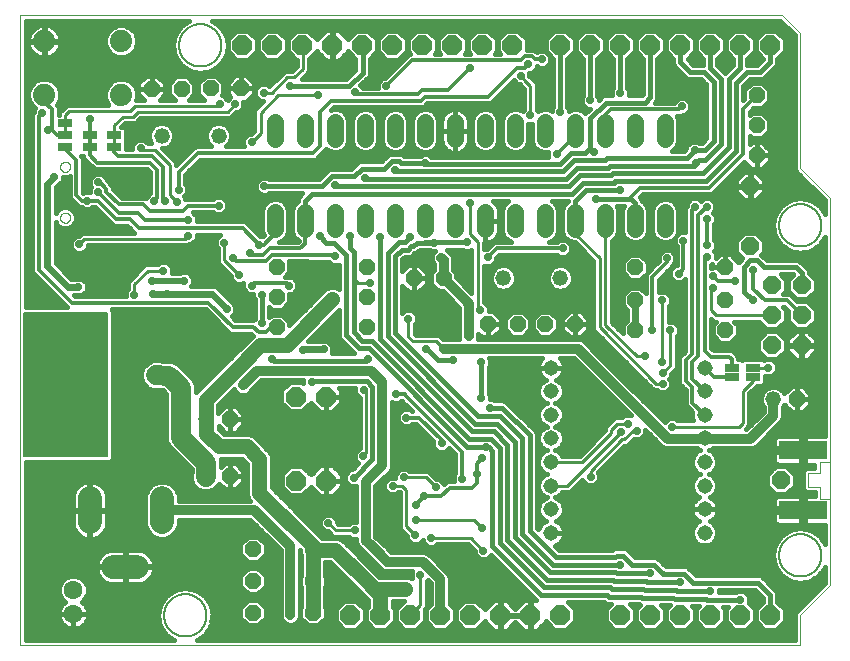
<source format=gbl>
G75*
%MOIN*%
%OFA0B0*%
%FSLAX25Y25*%
%IPPOS*%
%LPD*%
%AMOC8*
5,1,8,0,0,1.08239X$1,22.5*
%
%ADD10C,0.00000*%
%ADD11C,0.00500*%
%ADD12OC8,0.06600*%
%ADD13C,0.05600*%
%ADD14C,0.05200*%
%ADD15OC8,0.05200*%
%ADD16C,0.07400*%
%ADD17OC8,0.06000*%
%ADD18C,0.07874*%
%ADD19C,0.05150*%
%ADD20R,0.16000X0.06000*%
%ADD21C,0.06299*%
%ADD22OC8,0.05937*%
%ADD23C,0.01000*%
%ADD24R,0.05000X0.02500*%
%ADD25C,0.01600*%
%ADD26OC8,0.02381*%
%ADD27C,0.01200*%
%ADD28C,0.06600*%
%ADD29C,0.03200*%
%ADD30C,0.02400*%
%ADD31C,0.05000*%
%ADD32C,0.02000*%
%ADD33C,0.00600*%
D10*
X0015046Y0005000D02*
X0015046Y0215000D01*
X0269046Y0215000D01*
X0275046Y0209000D01*
X0275046Y0164000D01*
X0285046Y0154000D01*
X0285046Y0025000D01*
X0275046Y0015000D01*
X0275046Y0005000D01*
X0015046Y0005000D01*
X0028335Y0147520D02*
X0028337Y0147601D01*
X0028343Y0147683D01*
X0028353Y0147764D01*
X0028367Y0147844D01*
X0028384Y0147923D01*
X0028406Y0148002D01*
X0028431Y0148079D01*
X0028460Y0148156D01*
X0028493Y0148230D01*
X0028530Y0148303D01*
X0028569Y0148374D01*
X0028613Y0148443D01*
X0028659Y0148510D01*
X0028709Y0148574D01*
X0028762Y0148636D01*
X0028818Y0148696D01*
X0028876Y0148752D01*
X0028938Y0148806D01*
X0029002Y0148857D01*
X0029068Y0148904D01*
X0029136Y0148948D01*
X0029207Y0148989D01*
X0029279Y0149026D01*
X0029354Y0149060D01*
X0029429Y0149090D01*
X0029507Y0149116D01*
X0029585Y0149139D01*
X0029664Y0149157D01*
X0029744Y0149172D01*
X0029825Y0149183D01*
X0029906Y0149190D01*
X0029988Y0149193D01*
X0030069Y0149192D01*
X0030150Y0149187D01*
X0030231Y0149178D01*
X0030312Y0149165D01*
X0030392Y0149148D01*
X0030470Y0149128D01*
X0030548Y0149103D01*
X0030625Y0149075D01*
X0030700Y0149043D01*
X0030773Y0149008D01*
X0030844Y0148969D01*
X0030914Y0148926D01*
X0030981Y0148881D01*
X0031047Y0148832D01*
X0031109Y0148780D01*
X0031169Y0148724D01*
X0031226Y0148666D01*
X0031281Y0148606D01*
X0031332Y0148542D01*
X0031380Y0148477D01*
X0031425Y0148409D01*
X0031467Y0148339D01*
X0031505Y0148267D01*
X0031540Y0148193D01*
X0031571Y0148118D01*
X0031598Y0148041D01*
X0031621Y0147963D01*
X0031641Y0147884D01*
X0031657Y0147804D01*
X0031669Y0147723D01*
X0031677Y0147642D01*
X0031681Y0147561D01*
X0031681Y0147479D01*
X0031677Y0147398D01*
X0031669Y0147317D01*
X0031657Y0147236D01*
X0031641Y0147156D01*
X0031621Y0147077D01*
X0031598Y0146999D01*
X0031571Y0146922D01*
X0031540Y0146847D01*
X0031505Y0146773D01*
X0031467Y0146701D01*
X0031425Y0146631D01*
X0031380Y0146563D01*
X0031332Y0146498D01*
X0031281Y0146434D01*
X0031226Y0146374D01*
X0031169Y0146316D01*
X0031109Y0146260D01*
X0031047Y0146208D01*
X0030981Y0146159D01*
X0030914Y0146114D01*
X0030845Y0146071D01*
X0030773Y0146032D01*
X0030700Y0145997D01*
X0030625Y0145965D01*
X0030548Y0145937D01*
X0030470Y0145912D01*
X0030392Y0145892D01*
X0030312Y0145875D01*
X0030231Y0145862D01*
X0030150Y0145853D01*
X0030069Y0145848D01*
X0029988Y0145847D01*
X0029906Y0145850D01*
X0029825Y0145857D01*
X0029744Y0145868D01*
X0029664Y0145883D01*
X0029585Y0145901D01*
X0029507Y0145924D01*
X0029429Y0145950D01*
X0029354Y0145980D01*
X0029279Y0146014D01*
X0029207Y0146051D01*
X0029136Y0146092D01*
X0029068Y0146136D01*
X0029002Y0146183D01*
X0028938Y0146234D01*
X0028876Y0146288D01*
X0028818Y0146344D01*
X0028762Y0146404D01*
X0028709Y0146466D01*
X0028659Y0146530D01*
X0028613Y0146597D01*
X0028569Y0146666D01*
X0028530Y0146737D01*
X0028493Y0146810D01*
X0028460Y0146884D01*
X0028431Y0146961D01*
X0028406Y0147038D01*
X0028384Y0147117D01*
X0028367Y0147196D01*
X0028353Y0147276D01*
X0028343Y0147357D01*
X0028337Y0147439D01*
X0028335Y0147520D01*
X0028335Y0164480D02*
X0028337Y0164561D01*
X0028343Y0164643D01*
X0028353Y0164724D01*
X0028367Y0164804D01*
X0028384Y0164883D01*
X0028406Y0164962D01*
X0028431Y0165039D01*
X0028460Y0165116D01*
X0028493Y0165190D01*
X0028530Y0165263D01*
X0028569Y0165334D01*
X0028613Y0165403D01*
X0028659Y0165470D01*
X0028709Y0165534D01*
X0028762Y0165596D01*
X0028818Y0165656D01*
X0028876Y0165712D01*
X0028938Y0165766D01*
X0029002Y0165817D01*
X0029068Y0165864D01*
X0029136Y0165908D01*
X0029207Y0165949D01*
X0029279Y0165986D01*
X0029354Y0166020D01*
X0029429Y0166050D01*
X0029507Y0166076D01*
X0029585Y0166099D01*
X0029664Y0166117D01*
X0029744Y0166132D01*
X0029825Y0166143D01*
X0029906Y0166150D01*
X0029988Y0166153D01*
X0030069Y0166152D01*
X0030150Y0166147D01*
X0030231Y0166138D01*
X0030312Y0166125D01*
X0030392Y0166108D01*
X0030470Y0166088D01*
X0030548Y0166063D01*
X0030625Y0166035D01*
X0030700Y0166003D01*
X0030773Y0165968D01*
X0030844Y0165929D01*
X0030914Y0165886D01*
X0030981Y0165841D01*
X0031047Y0165792D01*
X0031109Y0165740D01*
X0031169Y0165684D01*
X0031226Y0165626D01*
X0031281Y0165566D01*
X0031332Y0165502D01*
X0031380Y0165437D01*
X0031425Y0165369D01*
X0031467Y0165299D01*
X0031505Y0165227D01*
X0031540Y0165153D01*
X0031571Y0165078D01*
X0031598Y0165001D01*
X0031621Y0164923D01*
X0031641Y0164844D01*
X0031657Y0164764D01*
X0031669Y0164683D01*
X0031677Y0164602D01*
X0031681Y0164521D01*
X0031681Y0164439D01*
X0031677Y0164358D01*
X0031669Y0164277D01*
X0031657Y0164196D01*
X0031641Y0164116D01*
X0031621Y0164037D01*
X0031598Y0163959D01*
X0031571Y0163882D01*
X0031540Y0163807D01*
X0031505Y0163733D01*
X0031467Y0163661D01*
X0031425Y0163591D01*
X0031380Y0163523D01*
X0031332Y0163458D01*
X0031281Y0163394D01*
X0031226Y0163334D01*
X0031169Y0163276D01*
X0031109Y0163220D01*
X0031047Y0163168D01*
X0030981Y0163119D01*
X0030914Y0163074D01*
X0030845Y0163031D01*
X0030773Y0162992D01*
X0030700Y0162957D01*
X0030625Y0162925D01*
X0030548Y0162897D01*
X0030470Y0162872D01*
X0030392Y0162852D01*
X0030312Y0162835D01*
X0030231Y0162822D01*
X0030150Y0162813D01*
X0030069Y0162808D01*
X0029988Y0162807D01*
X0029906Y0162810D01*
X0029825Y0162817D01*
X0029744Y0162828D01*
X0029664Y0162843D01*
X0029585Y0162861D01*
X0029507Y0162884D01*
X0029429Y0162910D01*
X0029354Y0162940D01*
X0029279Y0162974D01*
X0029207Y0163011D01*
X0029136Y0163052D01*
X0029068Y0163096D01*
X0029002Y0163143D01*
X0028938Y0163194D01*
X0028876Y0163248D01*
X0028818Y0163304D01*
X0028762Y0163364D01*
X0028709Y0163426D01*
X0028659Y0163490D01*
X0028613Y0163557D01*
X0028569Y0163626D01*
X0028530Y0163697D01*
X0028493Y0163770D01*
X0028460Y0163844D01*
X0028431Y0163921D01*
X0028406Y0163998D01*
X0028384Y0164077D01*
X0028367Y0164156D01*
X0028353Y0164236D01*
X0028343Y0164317D01*
X0028337Y0164399D01*
X0028335Y0164480D01*
X0277746Y0062300D02*
X0277746Y0057900D01*
X0281646Y0057900D01*
X0281646Y0053900D01*
X0285046Y0053900D01*
X0285046Y0053800D01*
X0281546Y0062300D02*
X0277746Y0062300D01*
X0281546Y0062300D02*
X0281546Y0066100D01*
X0285046Y0066100D01*
D11*
X0267975Y0035000D02*
X0267977Y0035174D01*
X0267984Y0035347D01*
X0267994Y0035520D01*
X0268009Y0035693D01*
X0268028Y0035866D01*
X0268052Y0036038D01*
X0268079Y0036209D01*
X0268111Y0036379D01*
X0268147Y0036549D01*
X0268187Y0036718D01*
X0268231Y0036886D01*
X0268279Y0037053D01*
X0268332Y0037218D01*
X0268388Y0037382D01*
X0268449Y0037545D01*
X0268513Y0037706D01*
X0268582Y0037865D01*
X0268654Y0038023D01*
X0268730Y0038179D01*
X0268810Y0038333D01*
X0268894Y0038485D01*
X0268981Y0038635D01*
X0269072Y0038783D01*
X0269167Y0038928D01*
X0269265Y0039072D01*
X0269367Y0039212D01*
X0269472Y0039350D01*
X0269580Y0039486D01*
X0269692Y0039619D01*
X0269807Y0039749D01*
X0269925Y0039876D01*
X0270046Y0040000D01*
X0270170Y0040121D01*
X0270297Y0040239D01*
X0270427Y0040354D01*
X0270560Y0040466D01*
X0270696Y0040574D01*
X0270834Y0040679D01*
X0270974Y0040781D01*
X0271118Y0040879D01*
X0271263Y0040974D01*
X0271411Y0041065D01*
X0271561Y0041152D01*
X0271713Y0041236D01*
X0271867Y0041316D01*
X0272023Y0041392D01*
X0272181Y0041464D01*
X0272340Y0041533D01*
X0272501Y0041597D01*
X0272664Y0041658D01*
X0272828Y0041714D01*
X0272993Y0041767D01*
X0273160Y0041815D01*
X0273328Y0041859D01*
X0273497Y0041899D01*
X0273667Y0041935D01*
X0273837Y0041967D01*
X0274008Y0041994D01*
X0274180Y0042018D01*
X0274353Y0042037D01*
X0274526Y0042052D01*
X0274699Y0042062D01*
X0274872Y0042069D01*
X0275046Y0042071D01*
X0275220Y0042069D01*
X0275393Y0042062D01*
X0275566Y0042052D01*
X0275739Y0042037D01*
X0275912Y0042018D01*
X0276084Y0041994D01*
X0276255Y0041967D01*
X0276425Y0041935D01*
X0276595Y0041899D01*
X0276764Y0041859D01*
X0276932Y0041815D01*
X0277099Y0041767D01*
X0277264Y0041714D01*
X0277428Y0041658D01*
X0277591Y0041597D01*
X0277752Y0041533D01*
X0277911Y0041464D01*
X0278069Y0041392D01*
X0278225Y0041316D01*
X0278379Y0041236D01*
X0278531Y0041152D01*
X0278681Y0041065D01*
X0278829Y0040974D01*
X0278974Y0040879D01*
X0279118Y0040781D01*
X0279258Y0040679D01*
X0279396Y0040574D01*
X0279532Y0040466D01*
X0279665Y0040354D01*
X0279795Y0040239D01*
X0279922Y0040121D01*
X0280046Y0040000D01*
X0280167Y0039876D01*
X0280285Y0039749D01*
X0280400Y0039619D01*
X0280512Y0039486D01*
X0280620Y0039350D01*
X0280725Y0039212D01*
X0280827Y0039072D01*
X0280925Y0038928D01*
X0281020Y0038783D01*
X0281111Y0038635D01*
X0281198Y0038485D01*
X0281282Y0038333D01*
X0281362Y0038179D01*
X0281438Y0038023D01*
X0281510Y0037865D01*
X0281579Y0037706D01*
X0281643Y0037545D01*
X0281704Y0037382D01*
X0281760Y0037218D01*
X0281813Y0037053D01*
X0281861Y0036886D01*
X0281905Y0036718D01*
X0281945Y0036549D01*
X0281981Y0036379D01*
X0282013Y0036209D01*
X0282040Y0036038D01*
X0282064Y0035866D01*
X0282083Y0035693D01*
X0282098Y0035520D01*
X0282108Y0035347D01*
X0282115Y0035174D01*
X0282117Y0035000D01*
X0282115Y0034826D01*
X0282108Y0034653D01*
X0282098Y0034480D01*
X0282083Y0034307D01*
X0282064Y0034134D01*
X0282040Y0033962D01*
X0282013Y0033791D01*
X0281981Y0033621D01*
X0281945Y0033451D01*
X0281905Y0033282D01*
X0281861Y0033114D01*
X0281813Y0032947D01*
X0281760Y0032782D01*
X0281704Y0032618D01*
X0281643Y0032455D01*
X0281579Y0032294D01*
X0281510Y0032135D01*
X0281438Y0031977D01*
X0281362Y0031821D01*
X0281282Y0031667D01*
X0281198Y0031515D01*
X0281111Y0031365D01*
X0281020Y0031217D01*
X0280925Y0031072D01*
X0280827Y0030928D01*
X0280725Y0030788D01*
X0280620Y0030650D01*
X0280512Y0030514D01*
X0280400Y0030381D01*
X0280285Y0030251D01*
X0280167Y0030124D01*
X0280046Y0030000D01*
X0279922Y0029879D01*
X0279795Y0029761D01*
X0279665Y0029646D01*
X0279532Y0029534D01*
X0279396Y0029426D01*
X0279258Y0029321D01*
X0279118Y0029219D01*
X0278974Y0029121D01*
X0278829Y0029026D01*
X0278681Y0028935D01*
X0278531Y0028848D01*
X0278379Y0028764D01*
X0278225Y0028684D01*
X0278069Y0028608D01*
X0277911Y0028536D01*
X0277752Y0028467D01*
X0277591Y0028403D01*
X0277428Y0028342D01*
X0277264Y0028286D01*
X0277099Y0028233D01*
X0276932Y0028185D01*
X0276764Y0028141D01*
X0276595Y0028101D01*
X0276425Y0028065D01*
X0276255Y0028033D01*
X0276084Y0028006D01*
X0275912Y0027982D01*
X0275739Y0027963D01*
X0275566Y0027948D01*
X0275393Y0027938D01*
X0275220Y0027931D01*
X0275046Y0027929D01*
X0274872Y0027931D01*
X0274699Y0027938D01*
X0274526Y0027948D01*
X0274353Y0027963D01*
X0274180Y0027982D01*
X0274008Y0028006D01*
X0273837Y0028033D01*
X0273667Y0028065D01*
X0273497Y0028101D01*
X0273328Y0028141D01*
X0273160Y0028185D01*
X0272993Y0028233D01*
X0272828Y0028286D01*
X0272664Y0028342D01*
X0272501Y0028403D01*
X0272340Y0028467D01*
X0272181Y0028536D01*
X0272023Y0028608D01*
X0271867Y0028684D01*
X0271713Y0028764D01*
X0271561Y0028848D01*
X0271411Y0028935D01*
X0271263Y0029026D01*
X0271118Y0029121D01*
X0270974Y0029219D01*
X0270834Y0029321D01*
X0270696Y0029426D01*
X0270560Y0029534D01*
X0270427Y0029646D01*
X0270297Y0029761D01*
X0270170Y0029879D01*
X0270046Y0030000D01*
X0269925Y0030124D01*
X0269807Y0030251D01*
X0269692Y0030381D01*
X0269580Y0030514D01*
X0269472Y0030650D01*
X0269367Y0030788D01*
X0269265Y0030928D01*
X0269167Y0031072D01*
X0269072Y0031217D01*
X0268981Y0031365D01*
X0268894Y0031515D01*
X0268810Y0031667D01*
X0268730Y0031821D01*
X0268654Y0031977D01*
X0268582Y0032135D01*
X0268513Y0032294D01*
X0268449Y0032455D01*
X0268388Y0032618D01*
X0268332Y0032782D01*
X0268279Y0032947D01*
X0268231Y0033114D01*
X0268187Y0033282D01*
X0268147Y0033451D01*
X0268111Y0033621D01*
X0268079Y0033791D01*
X0268052Y0033962D01*
X0268028Y0034134D01*
X0268009Y0034307D01*
X0267994Y0034480D01*
X0267984Y0034653D01*
X0267977Y0034826D01*
X0267975Y0035000D01*
X0267975Y0145000D02*
X0267977Y0145174D01*
X0267984Y0145347D01*
X0267994Y0145520D01*
X0268009Y0145693D01*
X0268028Y0145866D01*
X0268052Y0146038D01*
X0268079Y0146209D01*
X0268111Y0146379D01*
X0268147Y0146549D01*
X0268187Y0146718D01*
X0268231Y0146886D01*
X0268279Y0147053D01*
X0268332Y0147218D01*
X0268388Y0147382D01*
X0268449Y0147545D01*
X0268513Y0147706D01*
X0268582Y0147865D01*
X0268654Y0148023D01*
X0268730Y0148179D01*
X0268810Y0148333D01*
X0268894Y0148485D01*
X0268981Y0148635D01*
X0269072Y0148783D01*
X0269167Y0148928D01*
X0269265Y0149072D01*
X0269367Y0149212D01*
X0269472Y0149350D01*
X0269580Y0149486D01*
X0269692Y0149619D01*
X0269807Y0149749D01*
X0269925Y0149876D01*
X0270046Y0150000D01*
X0270170Y0150121D01*
X0270297Y0150239D01*
X0270427Y0150354D01*
X0270560Y0150466D01*
X0270696Y0150574D01*
X0270834Y0150679D01*
X0270974Y0150781D01*
X0271118Y0150879D01*
X0271263Y0150974D01*
X0271411Y0151065D01*
X0271561Y0151152D01*
X0271713Y0151236D01*
X0271867Y0151316D01*
X0272023Y0151392D01*
X0272181Y0151464D01*
X0272340Y0151533D01*
X0272501Y0151597D01*
X0272664Y0151658D01*
X0272828Y0151714D01*
X0272993Y0151767D01*
X0273160Y0151815D01*
X0273328Y0151859D01*
X0273497Y0151899D01*
X0273667Y0151935D01*
X0273837Y0151967D01*
X0274008Y0151994D01*
X0274180Y0152018D01*
X0274353Y0152037D01*
X0274526Y0152052D01*
X0274699Y0152062D01*
X0274872Y0152069D01*
X0275046Y0152071D01*
X0275220Y0152069D01*
X0275393Y0152062D01*
X0275566Y0152052D01*
X0275739Y0152037D01*
X0275912Y0152018D01*
X0276084Y0151994D01*
X0276255Y0151967D01*
X0276425Y0151935D01*
X0276595Y0151899D01*
X0276764Y0151859D01*
X0276932Y0151815D01*
X0277099Y0151767D01*
X0277264Y0151714D01*
X0277428Y0151658D01*
X0277591Y0151597D01*
X0277752Y0151533D01*
X0277911Y0151464D01*
X0278069Y0151392D01*
X0278225Y0151316D01*
X0278379Y0151236D01*
X0278531Y0151152D01*
X0278681Y0151065D01*
X0278829Y0150974D01*
X0278974Y0150879D01*
X0279118Y0150781D01*
X0279258Y0150679D01*
X0279396Y0150574D01*
X0279532Y0150466D01*
X0279665Y0150354D01*
X0279795Y0150239D01*
X0279922Y0150121D01*
X0280046Y0150000D01*
X0280167Y0149876D01*
X0280285Y0149749D01*
X0280400Y0149619D01*
X0280512Y0149486D01*
X0280620Y0149350D01*
X0280725Y0149212D01*
X0280827Y0149072D01*
X0280925Y0148928D01*
X0281020Y0148783D01*
X0281111Y0148635D01*
X0281198Y0148485D01*
X0281282Y0148333D01*
X0281362Y0148179D01*
X0281438Y0148023D01*
X0281510Y0147865D01*
X0281579Y0147706D01*
X0281643Y0147545D01*
X0281704Y0147382D01*
X0281760Y0147218D01*
X0281813Y0147053D01*
X0281861Y0146886D01*
X0281905Y0146718D01*
X0281945Y0146549D01*
X0281981Y0146379D01*
X0282013Y0146209D01*
X0282040Y0146038D01*
X0282064Y0145866D01*
X0282083Y0145693D01*
X0282098Y0145520D01*
X0282108Y0145347D01*
X0282115Y0145174D01*
X0282117Y0145000D01*
X0282115Y0144826D01*
X0282108Y0144653D01*
X0282098Y0144480D01*
X0282083Y0144307D01*
X0282064Y0144134D01*
X0282040Y0143962D01*
X0282013Y0143791D01*
X0281981Y0143621D01*
X0281945Y0143451D01*
X0281905Y0143282D01*
X0281861Y0143114D01*
X0281813Y0142947D01*
X0281760Y0142782D01*
X0281704Y0142618D01*
X0281643Y0142455D01*
X0281579Y0142294D01*
X0281510Y0142135D01*
X0281438Y0141977D01*
X0281362Y0141821D01*
X0281282Y0141667D01*
X0281198Y0141515D01*
X0281111Y0141365D01*
X0281020Y0141217D01*
X0280925Y0141072D01*
X0280827Y0140928D01*
X0280725Y0140788D01*
X0280620Y0140650D01*
X0280512Y0140514D01*
X0280400Y0140381D01*
X0280285Y0140251D01*
X0280167Y0140124D01*
X0280046Y0140000D01*
X0279922Y0139879D01*
X0279795Y0139761D01*
X0279665Y0139646D01*
X0279532Y0139534D01*
X0279396Y0139426D01*
X0279258Y0139321D01*
X0279118Y0139219D01*
X0278974Y0139121D01*
X0278829Y0139026D01*
X0278681Y0138935D01*
X0278531Y0138848D01*
X0278379Y0138764D01*
X0278225Y0138684D01*
X0278069Y0138608D01*
X0277911Y0138536D01*
X0277752Y0138467D01*
X0277591Y0138403D01*
X0277428Y0138342D01*
X0277264Y0138286D01*
X0277099Y0138233D01*
X0276932Y0138185D01*
X0276764Y0138141D01*
X0276595Y0138101D01*
X0276425Y0138065D01*
X0276255Y0138033D01*
X0276084Y0138006D01*
X0275912Y0137982D01*
X0275739Y0137963D01*
X0275566Y0137948D01*
X0275393Y0137938D01*
X0275220Y0137931D01*
X0275046Y0137929D01*
X0274872Y0137931D01*
X0274699Y0137938D01*
X0274526Y0137948D01*
X0274353Y0137963D01*
X0274180Y0137982D01*
X0274008Y0138006D01*
X0273837Y0138033D01*
X0273667Y0138065D01*
X0273497Y0138101D01*
X0273328Y0138141D01*
X0273160Y0138185D01*
X0272993Y0138233D01*
X0272828Y0138286D01*
X0272664Y0138342D01*
X0272501Y0138403D01*
X0272340Y0138467D01*
X0272181Y0138536D01*
X0272023Y0138608D01*
X0271867Y0138684D01*
X0271713Y0138764D01*
X0271561Y0138848D01*
X0271411Y0138935D01*
X0271263Y0139026D01*
X0271118Y0139121D01*
X0270974Y0139219D01*
X0270834Y0139321D01*
X0270696Y0139426D01*
X0270560Y0139534D01*
X0270427Y0139646D01*
X0270297Y0139761D01*
X0270170Y0139879D01*
X0270046Y0140000D01*
X0269925Y0140124D01*
X0269807Y0140251D01*
X0269692Y0140381D01*
X0269580Y0140514D01*
X0269472Y0140650D01*
X0269367Y0140788D01*
X0269265Y0140928D01*
X0269167Y0141072D01*
X0269072Y0141217D01*
X0268981Y0141365D01*
X0268894Y0141515D01*
X0268810Y0141667D01*
X0268730Y0141821D01*
X0268654Y0141977D01*
X0268582Y0142135D01*
X0268513Y0142294D01*
X0268449Y0142455D01*
X0268388Y0142618D01*
X0268332Y0142782D01*
X0268279Y0142947D01*
X0268231Y0143114D01*
X0268187Y0143282D01*
X0268147Y0143451D01*
X0268111Y0143621D01*
X0268079Y0143791D01*
X0268052Y0143962D01*
X0268028Y0144134D01*
X0268009Y0144307D01*
X0267994Y0144480D01*
X0267984Y0144653D01*
X0267977Y0144826D01*
X0267975Y0145000D01*
X0067975Y0205000D02*
X0067977Y0205174D01*
X0067984Y0205347D01*
X0067994Y0205520D01*
X0068009Y0205693D01*
X0068028Y0205866D01*
X0068052Y0206038D01*
X0068079Y0206209D01*
X0068111Y0206379D01*
X0068147Y0206549D01*
X0068187Y0206718D01*
X0068231Y0206886D01*
X0068279Y0207053D01*
X0068332Y0207218D01*
X0068388Y0207382D01*
X0068449Y0207545D01*
X0068513Y0207706D01*
X0068582Y0207865D01*
X0068654Y0208023D01*
X0068730Y0208179D01*
X0068810Y0208333D01*
X0068894Y0208485D01*
X0068981Y0208635D01*
X0069072Y0208783D01*
X0069167Y0208928D01*
X0069265Y0209072D01*
X0069367Y0209212D01*
X0069472Y0209350D01*
X0069580Y0209486D01*
X0069692Y0209619D01*
X0069807Y0209749D01*
X0069925Y0209876D01*
X0070046Y0210000D01*
X0070170Y0210121D01*
X0070297Y0210239D01*
X0070427Y0210354D01*
X0070560Y0210466D01*
X0070696Y0210574D01*
X0070834Y0210679D01*
X0070974Y0210781D01*
X0071118Y0210879D01*
X0071263Y0210974D01*
X0071411Y0211065D01*
X0071561Y0211152D01*
X0071713Y0211236D01*
X0071867Y0211316D01*
X0072023Y0211392D01*
X0072181Y0211464D01*
X0072340Y0211533D01*
X0072501Y0211597D01*
X0072664Y0211658D01*
X0072828Y0211714D01*
X0072993Y0211767D01*
X0073160Y0211815D01*
X0073328Y0211859D01*
X0073497Y0211899D01*
X0073667Y0211935D01*
X0073837Y0211967D01*
X0074008Y0211994D01*
X0074180Y0212018D01*
X0074353Y0212037D01*
X0074526Y0212052D01*
X0074699Y0212062D01*
X0074872Y0212069D01*
X0075046Y0212071D01*
X0075220Y0212069D01*
X0075393Y0212062D01*
X0075566Y0212052D01*
X0075739Y0212037D01*
X0075912Y0212018D01*
X0076084Y0211994D01*
X0076255Y0211967D01*
X0076425Y0211935D01*
X0076595Y0211899D01*
X0076764Y0211859D01*
X0076932Y0211815D01*
X0077099Y0211767D01*
X0077264Y0211714D01*
X0077428Y0211658D01*
X0077591Y0211597D01*
X0077752Y0211533D01*
X0077911Y0211464D01*
X0078069Y0211392D01*
X0078225Y0211316D01*
X0078379Y0211236D01*
X0078531Y0211152D01*
X0078681Y0211065D01*
X0078829Y0210974D01*
X0078974Y0210879D01*
X0079118Y0210781D01*
X0079258Y0210679D01*
X0079396Y0210574D01*
X0079532Y0210466D01*
X0079665Y0210354D01*
X0079795Y0210239D01*
X0079922Y0210121D01*
X0080046Y0210000D01*
X0080167Y0209876D01*
X0080285Y0209749D01*
X0080400Y0209619D01*
X0080512Y0209486D01*
X0080620Y0209350D01*
X0080725Y0209212D01*
X0080827Y0209072D01*
X0080925Y0208928D01*
X0081020Y0208783D01*
X0081111Y0208635D01*
X0081198Y0208485D01*
X0081282Y0208333D01*
X0081362Y0208179D01*
X0081438Y0208023D01*
X0081510Y0207865D01*
X0081579Y0207706D01*
X0081643Y0207545D01*
X0081704Y0207382D01*
X0081760Y0207218D01*
X0081813Y0207053D01*
X0081861Y0206886D01*
X0081905Y0206718D01*
X0081945Y0206549D01*
X0081981Y0206379D01*
X0082013Y0206209D01*
X0082040Y0206038D01*
X0082064Y0205866D01*
X0082083Y0205693D01*
X0082098Y0205520D01*
X0082108Y0205347D01*
X0082115Y0205174D01*
X0082117Y0205000D01*
X0082115Y0204826D01*
X0082108Y0204653D01*
X0082098Y0204480D01*
X0082083Y0204307D01*
X0082064Y0204134D01*
X0082040Y0203962D01*
X0082013Y0203791D01*
X0081981Y0203621D01*
X0081945Y0203451D01*
X0081905Y0203282D01*
X0081861Y0203114D01*
X0081813Y0202947D01*
X0081760Y0202782D01*
X0081704Y0202618D01*
X0081643Y0202455D01*
X0081579Y0202294D01*
X0081510Y0202135D01*
X0081438Y0201977D01*
X0081362Y0201821D01*
X0081282Y0201667D01*
X0081198Y0201515D01*
X0081111Y0201365D01*
X0081020Y0201217D01*
X0080925Y0201072D01*
X0080827Y0200928D01*
X0080725Y0200788D01*
X0080620Y0200650D01*
X0080512Y0200514D01*
X0080400Y0200381D01*
X0080285Y0200251D01*
X0080167Y0200124D01*
X0080046Y0200000D01*
X0079922Y0199879D01*
X0079795Y0199761D01*
X0079665Y0199646D01*
X0079532Y0199534D01*
X0079396Y0199426D01*
X0079258Y0199321D01*
X0079118Y0199219D01*
X0078974Y0199121D01*
X0078829Y0199026D01*
X0078681Y0198935D01*
X0078531Y0198848D01*
X0078379Y0198764D01*
X0078225Y0198684D01*
X0078069Y0198608D01*
X0077911Y0198536D01*
X0077752Y0198467D01*
X0077591Y0198403D01*
X0077428Y0198342D01*
X0077264Y0198286D01*
X0077099Y0198233D01*
X0076932Y0198185D01*
X0076764Y0198141D01*
X0076595Y0198101D01*
X0076425Y0198065D01*
X0076255Y0198033D01*
X0076084Y0198006D01*
X0075912Y0197982D01*
X0075739Y0197963D01*
X0075566Y0197948D01*
X0075393Y0197938D01*
X0075220Y0197931D01*
X0075046Y0197929D01*
X0074872Y0197931D01*
X0074699Y0197938D01*
X0074526Y0197948D01*
X0074353Y0197963D01*
X0074180Y0197982D01*
X0074008Y0198006D01*
X0073837Y0198033D01*
X0073667Y0198065D01*
X0073497Y0198101D01*
X0073328Y0198141D01*
X0073160Y0198185D01*
X0072993Y0198233D01*
X0072828Y0198286D01*
X0072664Y0198342D01*
X0072501Y0198403D01*
X0072340Y0198467D01*
X0072181Y0198536D01*
X0072023Y0198608D01*
X0071867Y0198684D01*
X0071713Y0198764D01*
X0071561Y0198848D01*
X0071411Y0198935D01*
X0071263Y0199026D01*
X0071118Y0199121D01*
X0070974Y0199219D01*
X0070834Y0199321D01*
X0070696Y0199426D01*
X0070560Y0199534D01*
X0070427Y0199646D01*
X0070297Y0199761D01*
X0070170Y0199879D01*
X0070046Y0200000D01*
X0069925Y0200124D01*
X0069807Y0200251D01*
X0069692Y0200381D01*
X0069580Y0200514D01*
X0069472Y0200650D01*
X0069367Y0200788D01*
X0069265Y0200928D01*
X0069167Y0201072D01*
X0069072Y0201217D01*
X0068981Y0201365D01*
X0068894Y0201515D01*
X0068810Y0201667D01*
X0068730Y0201821D01*
X0068654Y0201977D01*
X0068582Y0202135D01*
X0068513Y0202294D01*
X0068449Y0202455D01*
X0068388Y0202618D01*
X0068332Y0202782D01*
X0068279Y0202947D01*
X0068231Y0203114D01*
X0068187Y0203282D01*
X0068147Y0203451D01*
X0068111Y0203621D01*
X0068079Y0203791D01*
X0068052Y0203962D01*
X0068028Y0204134D01*
X0068009Y0204307D01*
X0067994Y0204480D01*
X0067984Y0204653D01*
X0067977Y0204826D01*
X0067975Y0205000D01*
X0062975Y0015000D02*
X0062977Y0015174D01*
X0062984Y0015347D01*
X0062994Y0015520D01*
X0063009Y0015693D01*
X0063028Y0015866D01*
X0063052Y0016038D01*
X0063079Y0016209D01*
X0063111Y0016379D01*
X0063147Y0016549D01*
X0063187Y0016718D01*
X0063231Y0016886D01*
X0063279Y0017053D01*
X0063332Y0017218D01*
X0063388Y0017382D01*
X0063449Y0017545D01*
X0063513Y0017706D01*
X0063582Y0017865D01*
X0063654Y0018023D01*
X0063730Y0018179D01*
X0063810Y0018333D01*
X0063894Y0018485D01*
X0063981Y0018635D01*
X0064072Y0018783D01*
X0064167Y0018928D01*
X0064265Y0019072D01*
X0064367Y0019212D01*
X0064472Y0019350D01*
X0064580Y0019486D01*
X0064692Y0019619D01*
X0064807Y0019749D01*
X0064925Y0019876D01*
X0065046Y0020000D01*
X0065170Y0020121D01*
X0065297Y0020239D01*
X0065427Y0020354D01*
X0065560Y0020466D01*
X0065696Y0020574D01*
X0065834Y0020679D01*
X0065974Y0020781D01*
X0066118Y0020879D01*
X0066263Y0020974D01*
X0066411Y0021065D01*
X0066561Y0021152D01*
X0066713Y0021236D01*
X0066867Y0021316D01*
X0067023Y0021392D01*
X0067181Y0021464D01*
X0067340Y0021533D01*
X0067501Y0021597D01*
X0067664Y0021658D01*
X0067828Y0021714D01*
X0067993Y0021767D01*
X0068160Y0021815D01*
X0068328Y0021859D01*
X0068497Y0021899D01*
X0068667Y0021935D01*
X0068837Y0021967D01*
X0069008Y0021994D01*
X0069180Y0022018D01*
X0069353Y0022037D01*
X0069526Y0022052D01*
X0069699Y0022062D01*
X0069872Y0022069D01*
X0070046Y0022071D01*
X0070220Y0022069D01*
X0070393Y0022062D01*
X0070566Y0022052D01*
X0070739Y0022037D01*
X0070912Y0022018D01*
X0071084Y0021994D01*
X0071255Y0021967D01*
X0071425Y0021935D01*
X0071595Y0021899D01*
X0071764Y0021859D01*
X0071932Y0021815D01*
X0072099Y0021767D01*
X0072264Y0021714D01*
X0072428Y0021658D01*
X0072591Y0021597D01*
X0072752Y0021533D01*
X0072911Y0021464D01*
X0073069Y0021392D01*
X0073225Y0021316D01*
X0073379Y0021236D01*
X0073531Y0021152D01*
X0073681Y0021065D01*
X0073829Y0020974D01*
X0073974Y0020879D01*
X0074118Y0020781D01*
X0074258Y0020679D01*
X0074396Y0020574D01*
X0074532Y0020466D01*
X0074665Y0020354D01*
X0074795Y0020239D01*
X0074922Y0020121D01*
X0075046Y0020000D01*
X0075167Y0019876D01*
X0075285Y0019749D01*
X0075400Y0019619D01*
X0075512Y0019486D01*
X0075620Y0019350D01*
X0075725Y0019212D01*
X0075827Y0019072D01*
X0075925Y0018928D01*
X0076020Y0018783D01*
X0076111Y0018635D01*
X0076198Y0018485D01*
X0076282Y0018333D01*
X0076362Y0018179D01*
X0076438Y0018023D01*
X0076510Y0017865D01*
X0076579Y0017706D01*
X0076643Y0017545D01*
X0076704Y0017382D01*
X0076760Y0017218D01*
X0076813Y0017053D01*
X0076861Y0016886D01*
X0076905Y0016718D01*
X0076945Y0016549D01*
X0076981Y0016379D01*
X0077013Y0016209D01*
X0077040Y0016038D01*
X0077064Y0015866D01*
X0077083Y0015693D01*
X0077098Y0015520D01*
X0077108Y0015347D01*
X0077115Y0015174D01*
X0077117Y0015000D01*
X0077115Y0014826D01*
X0077108Y0014653D01*
X0077098Y0014480D01*
X0077083Y0014307D01*
X0077064Y0014134D01*
X0077040Y0013962D01*
X0077013Y0013791D01*
X0076981Y0013621D01*
X0076945Y0013451D01*
X0076905Y0013282D01*
X0076861Y0013114D01*
X0076813Y0012947D01*
X0076760Y0012782D01*
X0076704Y0012618D01*
X0076643Y0012455D01*
X0076579Y0012294D01*
X0076510Y0012135D01*
X0076438Y0011977D01*
X0076362Y0011821D01*
X0076282Y0011667D01*
X0076198Y0011515D01*
X0076111Y0011365D01*
X0076020Y0011217D01*
X0075925Y0011072D01*
X0075827Y0010928D01*
X0075725Y0010788D01*
X0075620Y0010650D01*
X0075512Y0010514D01*
X0075400Y0010381D01*
X0075285Y0010251D01*
X0075167Y0010124D01*
X0075046Y0010000D01*
X0074922Y0009879D01*
X0074795Y0009761D01*
X0074665Y0009646D01*
X0074532Y0009534D01*
X0074396Y0009426D01*
X0074258Y0009321D01*
X0074118Y0009219D01*
X0073974Y0009121D01*
X0073829Y0009026D01*
X0073681Y0008935D01*
X0073531Y0008848D01*
X0073379Y0008764D01*
X0073225Y0008684D01*
X0073069Y0008608D01*
X0072911Y0008536D01*
X0072752Y0008467D01*
X0072591Y0008403D01*
X0072428Y0008342D01*
X0072264Y0008286D01*
X0072099Y0008233D01*
X0071932Y0008185D01*
X0071764Y0008141D01*
X0071595Y0008101D01*
X0071425Y0008065D01*
X0071255Y0008033D01*
X0071084Y0008006D01*
X0070912Y0007982D01*
X0070739Y0007963D01*
X0070566Y0007948D01*
X0070393Y0007938D01*
X0070220Y0007931D01*
X0070046Y0007929D01*
X0069872Y0007931D01*
X0069699Y0007938D01*
X0069526Y0007948D01*
X0069353Y0007963D01*
X0069180Y0007982D01*
X0069008Y0008006D01*
X0068837Y0008033D01*
X0068667Y0008065D01*
X0068497Y0008101D01*
X0068328Y0008141D01*
X0068160Y0008185D01*
X0067993Y0008233D01*
X0067828Y0008286D01*
X0067664Y0008342D01*
X0067501Y0008403D01*
X0067340Y0008467D01*
X0067181Y0008536D01*
X0067023Y0008608D01*
X0066867Y0008684D01*
X0066713Y0008764D01*
X0066561Y0008848D01*
X0066411Y0008935D01*
X0066263Y0009026D01*
X0066118Y0009121D01*
X0065974Y0009219D01*
X0065834Y0009321D01*
X0065696Y0009426D01*
X0065560Y0009534D01*
X0065427Y0009646D01*
X0065297Y0009761D01*
X0065170Y0009879D01*
X0065046Y0010000D01*
X0064925Y0010124D01*
X0064807Y0010251D01*
X0064692Y0010381D01*
X0064580Y0010514D01*
X0064472Y0010650D01*
X0064367Y0010788D01*
X0064265Y0010928D01*
X0064167Y0011072D01*
X0064072Y0011217D01*
X0063981Y0011365D01*
X0063894Y0011515D01*
X0063810Y0011667D01*
X0063730Y0011821D01*
X0063654Y0011977D01*
X0063582Y0012135D01*
X0063513Y0012294D01*
X0063449Y0012455D01*
X0063388Y0012618D01*
X0063332Y0012782D01*
X0063279Y0012947D01*
X0063231Y0013114D01*
X0063187Y0013282D01*
X0063147Y0013451D01*
X0063111Y0013621D01*
X0063079Y0013791D01*
X0063052Y0013962D01*
X0063028Y0014134D01*
X0063009Y0014307D01*
X0062994Y0014480D01*
X0062984Y0014653D01*
X0062977Y0014826D01*
X0062975Y0015000D01*
D12*
X0125046Y0015000D03*
X0135046Y0015000D03*
X0145046Y0015000D03*
X0155046Y0015000D03*
X0165046Y0015000D03*
X0175046Y0015000D03*
X0185046Y0015000D03*
X0195046Y0015000D03*
X0215046Y0015000D03*
X0225046Y0015000D03*
X0235046Y0015000D03*
X0245046Y0015000D03*
X0255046Y0015000D03*
X0265046Y0015000D03*
X0117046Y0059900D03*
X0107046Y0059900D03*
X0106946Y0087900D03*
X0116946Y0087900D03*
X0119046Y0205000D03*
X0109046Y0205000D03*
X0099046Y0205000D03*
X0089046Y0205000D03*
X0129046Y0205000D03*
X0139046Y0205000D03*
X0149046Y0205000D03*
X0159046Y0205000D03*
X0169046Y0205000D03*
X0179046Y0205000D03*
X0195046Y0205000D03*
X0205046Y0205000D03*
X0215046Y0205000D03*
X0225046Y0205000D03*
X0235046Y0205000D03*
X0245046Y0205000D03*
X0255046Y0205000D03*
X0265046Y0205000D03*
D13*
X0230046Y0179300D02*
X0230046Y0173700D01*
X0220046Y0173700D02*
X0220046Y0179300D01*
X0210046Y0179300D02*
X0210046Y0173700D01*
X0200046Y0173700D02*
X0200046Y0179300D01*
X0190046Y0179300D02*
X0190046Y0173700D01*
X0180046Y0173700D02*
X0180046Y0179300D01*
X0170046Y0179300D02*
X0170046Y0173700D01*
X0160046Y0173700D02*
X0160046Y0179300D01*
X0150046Y0179300D02*
X0150046Y0173700D01*
X0140046Y0173700D02*
X0140046Y0179300D01*
X0130046Y0179300D02*
X0130046Y0173700D01*
X0120046Y0173700D02*
X0120046Y0179300D01*
X0110046Y0179300D02*
X0110046Y0173700D01*
X0100046Y0173700D02*
X0100046Y0179300D01*
X0100046Y0149300D02*
X0100046Y0143700D01*
X0110046Y0143700D02*
X0110046Y0149300D01*
X0120046Y0149300D02*
X0120046Y0143700D01*
X0130046Y0143700D02*
X0130046Y0149300D01*
X0140046Y0149300D02*
X0140046Y0143700D01*
X0150046Y0143700D02*
X0150046Y0149300D01*
X0160046Y0149300D02*
X0160046Y0143700D01*
X0170046Y0143700D02*
X0170046Y0149300D01*
X0180046Y0149300D02*
X0180046Y0143700D01*
X0190046Y0143700D02*
X0190046Y0149300D01*
X0200046Y0149300D02*
X0200046Y0143700D01*
X0210046Y0143700D02*
X0210046Y0149300D01*
X0220046Y0149300D02*
X0220046Y0143700D01*
X0230046Y0143700D02*
X0230046Y0149300D01*
D14*
X0195046Y0127400D03*
X0176046Y0127400D03*
X0266046Y0087000D03*
X0081146Y0174800D03*
X0062146Y0174800D03*
X0077046Y0080300D03*
X0077046Y0061400D03*
D15*
X0085046Y0061400D03*
X0085046Y0080300D03*
X0100546Y0111000D03*
X0100546Y0121000D03*
X0100546Y0131000D03*
X0130546Y0131000D03*
X0130546Y0121000D03*
X0130546Y0111000D03*
X0146146Y0127300D03*
X0156146Y0127300D03*
X0170846Y0112000D03*
X0180846Y0112000D03*
X0190046Y0112000D03*
X0200046Y0112000D03*
X0220046Y0110000D03*
X0220046Y0120000D03*
X0220046Y0131000D03*
X0250046Y0131000D03*
X0250046Y0120000D03*
X0250046Y0110000D03*
X0274046Y0087000D03*
X0260546Y0168250D03*
X0260546Y0178250D03*
X0260546Y0188250D03*
X0088546Y0190600D03*
X0078546Y0190600D03*
X0068846Y0190500D03*
X0058846Y0190500D03*
X0092646Y0037000D03*
X0092646Y0026400D03*
X0092646Y0015800D03*
X0112646Y0015800D03*
X0112646Y0026400D03*
X0112646Y0037000D03*
D16*
X0048646Y0188500D03*
X0023046Y0188500D03*
X0023046Y0206300D03*
X0048646Y0206300D03*
D17*
X0265546Y0125000D03*
X0275546Y0125000D03*
X0275546Y0115000D03*
X0265546Y0115000D03*
X0265546Y0105000D03*
X0275546Y0105000D03*
X0268546Y0060000D03*
D18*
X0062251Y0053937D02*
X0062251Y0046063D01*
X0053983Y0031102D02*
X0046109Y0031102D01*
X0038235Y0046063D02*
X0038235Y0053937D01*
D19*
X0191956Y0050315D03*
X0191956Y0058189D03*
X0191956Y0066063D03*
X0191956Y0073937D03*
X0191956Y0081811D03*
X0191956Y0089685D03*
X0191956Y0097559D03*
X0243137Y0097559D03*
X0243137Y0089685D03*
X0243137Y0081811D03*
X0243137Y0073937D03*
X0243137Y0066063D03*
X0243137Y0058189D03*
X0243137Y0050315D03*
X0243137Y0042441D03*
X0191956Y0042441D03*
D20*
X0275996Y0050000D03*
X0275996Y0070000D03*
D21*
X0032746Y0023337D03*
X0032746Y0015463D03*
D22*
X0258346Y0137961D03*
X0258346Y0158039D03*
D23*
X0210046Y0146500D02*
X0210046Y0111800D01*
X0220546Y0101300D01*
X0223446Y0101300D01*
X0229046Y0099300D02*
X0229046Y0120000D01*
X0231746Y0110000D02*
X0231746Y0098300D01*
X0229146Y0095700D01*
X0229146Y0092100D02*
X0227046Y0092100D01*
X0208146Y0111000D01*
X0208146Y0134000D01*
X0200046Y0142100D01*
X0200046Y0146500D01*
X0167546Y0139350D02*
X0164846Y0142050D01*
X0164846Y0152300D01*
X0167546Y0139350D02*
X0167546Y0117600D01*
X0168446Y0116700D01*
X0156146Y0103900D02*
X0153746Y0106300D01*
X0146046Y0106300D01*
X0144446Y0107900D01*
X0144446Y0113800D01*
X0131546Y0125900D02*
X0127646Y0125900D01*
X0126146Y0127400D01*
X0088046Y0128300D02*
X0083046Y0133300D01*
X0083046Y0139200D01*
X0071046Y0141500D02*
X0069946Y0140400D01*
X0036446Y0140400D01*
X0034746Y0138700D01*
X0053046Y0125400D02*
X0053046Y0121900D01*
X0053046Y0125400D02*
X0057546Y0129900D01*
X0062746Y0129900D01*
X0067246Y0152900D02*
X0064946Y0155200D01*
X0064946Y0165100D01*
X0059846Y0170200D01*
X0055646Y0170200D01*
X0055146Y0170700D01*
X0046346Y0171000D02*
X0046346Y0175000D01*
X0046346Y0178400D01*
X0049146Y0181200D01*
X0052646Y0181200D01*
X0054346Y0182900D01*
X0084146Y0182900D01*
X0086646Y0185400D01*
X0081546Y0185500D02*
X0080846Y0184800D01*
X0053446Y0184800D01*
X0051746Y0183100D01*
X0031346Y0183100D01*
X0030046Y0181800D01*
X0030046Y0179000D01*
X0030046Y0175000D01*
X0038246Y0175000D02*
X0038246Y0171000D01*
X0092146Y0172600D02*
X0095146Y0175600D01*
X0095146Y0182500D01*
X0100946Y0188300D01*
X0114146Y0188300D01*
X0106446Y0194300D02*
X0104046Y0194300D01*
X0098946Y0189200D01*
X0096146Y0189200D01*
X0106446Y0194300D02*
X0109346Y0197200D01*
X0109346Y0204700D01*
X0109046Y0205000D01*
X0181946Y0194800D02*
X0183246Y0193200D01*
X0185046Y0191400D01*
X0185046Y0181600D01*
X0245146Y0123100D02*
X0246046Y0124000D01*
X0245146Y0123100D02*
X0245146Y0116800D01*
X0246946Y0115000D01*
X0265546Y0115000D01*
X0264346Y0097500D02*
X0259246Y0097500D01*
X0259246Y0093100D02*
X0255946Y0089800D01*
X0255946Y0079200D01*
X0254646Y0077900D01*
X0232246Y0077900D01*
X0220546Y0076500D02*
X0219346Y0076500D01*
X0216446Y0073600D01*
X0215546Y0073600D01*
X0205146Y0063200D01*
X0205146Y0061200D01*
X0202346Y0066100D02*
X0191993Y0066100D01*
X0191956Y0066063D01*
X0191967Y0058200D02*
X0191956Y0058189D01*
X0191967Y0058200D02*
X0197446Y0058200D01*
X0215246Y0076000D01*
X0215246Y0076100D01*
X0214046Y0078900D02*
X0212046Y0076900D01*
X0212046Y0075800D01*
X0202346Y0066100D01*
X0214046Y0078900D02*
X0217546Y0078900D01*
X0168846Y0044100D02*
X0166246Y0046700D01*
X0146846Y0046700D01*
X0143746Y0044600D02*
X0146746Y0041600D01*
X0146646Y0041600D01*
X0143746Y0044600D02*
X0143746Y0056700D01*
X0142346Y0058100D01*
X0139246Y0058100D01*
X0142897Y0060949D02*
X0150347Y0060949D01*
X0153546Y0057750D01*
X0130296Y0068950D02*
X0130296Y0089350D01*
X0129546Y0090100D01*
X0130296Y0068950D02*
X0129346Y0068000D01*
X0117696Y0045750D02*
X0120146Y0043300D01*
X0126546Y0043300D01*
X0148446Y0028300D02*
X0148446Y0018400D01*
X0145046Y0015000D01*
X0169346Y0036500D02*
X0165146Y0040700D01*
X0152046Y0040700D01*
D24*
X0252246Y0094300D03*
X0252246Y0097500D03*
X0259246Y0097500D03*
X0259246Y0094300D03*
X0046346Y0171000D03*
X0046346Y0175000D03*
X0038246Y0175000D03*
X0038246Y0171000D03*
X0030046Y0171000D03*
X0030046Y0175000D03*
X0030046Y0179000D03*
D25*
X0027939Y0181857D02*
X0027854Y0181857D01*
X0027854Y0184514D01*
X0027210Y0185158D01*
X0027546Y0185494D01*
X0028354Y0187444D01*
X0028354Y0189556D01*
X0027546Y0191506D01*
X0026053Y0192999D01*
X0024102Y0193807D01*
X0021991Y0193807D01*
X0020040Y0192999D01*
X0018547Y0191506D01*
X0017739Y0189556D01*
X0017739Y0187444D01*
X0018547Y0185494D01*
X0020016Y0184026D01*
X0019649Y0183659D01*
X0019649Y0182824D01*
X0019039Y0182214D01*
X0019039Y0129286D01*
X0020332Y0127993D01*
X0030518Y0117807D01*
X0016846Y0117807D01*
X0016846Y0213200D01*
X0071217Y0213200D01*
X0068597Y0211449D01*
X0066620Y0208490D01*
X0065926Y0205000D01*
X0066620Y0201510D01*
X0066620Y0201510D01*
X0068597Y0198551D01*
X0068597Y0198551D01*
X0071556Y0196573D01*
X0075046Y0195879D01*
X0075046Y0195879D01*
X0078537Y0196573D01*
X0081496Y0198551D01*
X0083473Y0201510D01*
X0084139Y0204860D01*
X0084139Y0202967D01*
X0087014Y0200093D01*
X0091079Y0200093D01*
X0093954Y0202967D01*
X0093954Y0207033D01*
X0091079Y0209907D01*
X0087014Y0209907D01*
X0084139Y0207033D01*
X0084139Y0205140D01*
X0083473Y0208490D01*
X0083473Y0208490D01*
X0081496Y0211449D01*
X0081496Y0211449D01*
X0078876Y0213200D01*
X0268301Y0213200D01*
X0273246Y0208254D01*
X0273246Y0163254D01*
X0274301Y0162200D01*
X0283246Y0153254D01*
X0283246Y0148829D01*
X0281496Y0151449D01*
X0281496Y0151449D01*
X0278537Y0153427D01*
X0278537Y0153427D01*
X0275046Y0154121D01*
X0271556Y0153427D01*
X0268597Y0151449D01*
X0266620Y0148490D01*
X0265926Y0145000D01*
X0266620Y0141510D01*
X0266620Y0141510D01*
X0268597Y0138551D01*
X0268597Y0138551D01*
X0271556Y0136573D01*
X0275046Y0135879D01*
X0275046Y0135879D01*
X0278537Y0136573D01*
X0281496Y0138551D01*
X0283246Y0141171D01*
X0283246Y0074800D01*
X0276696Y0074800D01*
X0276696Y0070700D01*
X0275296Y0070700D01*
X0275296Y0069300D01*
X0266196Y0069300D01*
X0266196Y0066763D01*
X0266319Y0066305D01*
X0266556Y0065895D01*
X0266891Y0065560D01*
X0267302Y0065323D01*
X0267759Y0065200D01*
X0275296Y0065200D01*
X0275296Y0069300D01*
X0276696Y0069300D01*
X0276696Y0065200D01*
X0279746Y0065200D01*
X0279746Y0064100D01*
X0277001Y0064100D01*
X0275946Y0063046D01*
X0275946Y0057154D01*
X0277001Y0056100D01*
X0279846Y0056100D01*
X0279846Y0054800D01*
X0276696Y0054800D01*
X0276696Y0050700D01*
X0275296Y0050700D01*
X0275296Y0049300D01*
X0266196Y0049300D01*
X0266196Y0046763D01*
X0266319Y0046305D01*
X0266556Y0045895D01*
X0266891Y0045560D01*
X0267302Y0045323D01*
X0267759Y0045200D01*
X0275296Y0045200D01*
X0275296Y0049300D01*
X0276696Y0049300D01*
X0276696Y0045200D01*
X0283246Y0045200D01*
X0283246Y0038829D01*
X0281496Y0041449D01*
X0281496Y0041449D01*
X0278537Y0043427D01*
X0278537Y0043427D01*
X0275046Y0044121D01*
X0271556Y0043427D01*
X0268597Y0041449D01*
X0266620Y0038490D01*
X0265926Y0035000D01*
X0265926Y0035000D01*
X0266620Y0031510D01*
X0266620Y0031510D01*
X0268597Y0028551D01*
X0268597Y0028551D01*
X0271556Y0026573D01*
X0275046Y0025879D01*
X0275046Y0025879D01*
X0278537Y0026573D01*
X0281496Y0028551D01*
X0283246Y0031171D01*
X0283246Y0025746D01*
X0273246Y0015746D01*
X0273246Y0006800D01*
X0073876Y0006800D01*
X0076496Y0008551D01*
X0078473Y0011510D01*
X0079167Y0015000D01*
X0078473Y0018490D01*
X0078473Y0018490D01*
X0076496Y0021449D01*
X0076496Y0021449D01*
X0073537Y0023427D01*
X0073537Y0023427D01*
X0070046Y0024121D01*
X0066556Y0023427D01*
X0063597Y0021449D01*
X0061620Y0018490D01*
X0060926Y0015000D01*
X0061620Y0011510D01*
X0061620Y0011510D01*
X0063597Y0008551D01*
X0066217Y0006800D01*
X0016846Y0006800D01*
X0016846Y0066093D01*
X0044836Y0066093D01*
X0045954Y0067210D01*
X0045954Y0116690D01*
X0045651Y0116993D01*
X0076832Y0116993D01*
X0084932Y0108893D01*
X0091832Y0108893D01*
X0092482Y0108244D01*
X0083765Y0099526D01*
X0074520Y0090282D01*
X0073554Y0089315D01*
X0073554Y0091776D01*
X0072806Y0093580D01*
X0069401Y0096985D01*
X0069336Y0097119D01*
X0068714Y0097672D01*
X0068126Y0098260D01*
X0067988Y0098317D01*
X0067857Y0098434D01*
X0067322Y0098994D01*
X0067132Y0099078D01*
X0066977Y0099216D01*
X0066245Y0099470D01*
X0065536Y0099783D01*
X0065329Y0099788D01*
X0065133Y0099856D01*
X0064359Y0099810D01*
X0059285Y0099928D01*
X0057464Y0099224D01*
X0056052Y0097876D01*
X0055263Y0096090D01*
X0055218Y0094138D01*
X0055923Y0092318D01*
X0057271Y0090906D01*
X0059057Y0090117D01*
X0062469Y0090038D01*
X0063739Y0088767D01*
X0063739Y0073224D01*
X0064486Y0071420D01*
X0065867Y0070040D01*
X0072139Y0063767D01*
X0072139Y0062659D01*
X0071939Y0062176D01*
X0071939Y0060224D01*
X0072686Y0058420D01*
X0074067Y0057040D01*
X0075870Y0056293D01*
X0077823Y0056293D01*
X0079626Y0057040D01*
X0079826Y0057240D01*
X0081206Y0058620D01*
X0081323Y0058901D01*
X0083224Y0057000D01*
X0085046Y0057000D01*
X0085046Y0061400D01*
X0085046Y0065800D01*
X0083224Y0065800D01*
X0081954Y0064530D01*
X0081954Y0066776D01*
X0081802Y0067143D01*
X0082113Y0067143D01*
X0082234Y0067193D01*
X0088845Y0067193D01*
X0090639Y0065399D01*
X0090639Y0055083D01*
X0091265Y0053574D01*
X0091631Y0053207D01*
X0067795Y0053207D01*
X0067795Y0055040D01*
X0066951Y0057077D01*
X0065392Y0058637D01*
X0063354Y0059481D01*
X0061148Y0059481D01*
X0059111Y0058637D01*
X0057551Y0057077D01*
X0056707Y0055040D01*
X0056707Y0044960D01*
X0057551Y0042923D01*
X0059111Y0041363D01*
X0061148Y0040519D01*
X0063354Y0040519D01*
X0065392Y0041363D01*
X0066951Y0042923D01*
X0067795Y0044960D01*
X0067795Y0046793D01*
X0091718Y0046793D01*
X0101839Y0036672D01*
X0101839Y0014362D01*
X0102328Y0013183D01*
X0103230Y0012281D01*
X0104409Y0011793D01*
X0105684Y0011793D01*
X0106863Y0012281D01*
X0107765Y0013183D01*
X0108254Y0014362D01*
X0108254Y0036585D01*
X0108439Y0036399D01*
X0108439Y0035257D01*
X0108539Y0035157D01*
X0108539Y0028243D01*
X0108439Y0028143D01*
X0108439Y0024657D01*
X0108539Y0024557D01*
X0108539Y0017643D01*
X0108439Y0017543D01*
X0108439Y0014057D01*
X0110904Y0011593D01*
X0114389Y0011593D01*
X0116854Y0014057D01*
X0116854Y0017543D01*
X0116754Y0017643D01*
X0116754Y0024557D01*
X0116854Y0024657D01*
X0116854Y0028143D01*
X0116754Y0028243D01*
X0116754Y0032593D01*
X0118345Y0032593D01*
X0127315Y0023624D01*
X0129465Y0021474D01*
X0129465Y0021474D01*
X0130620Y0020318D01*
X0130939Y0019999D01*
X0130939Y0017833D01*
X0130139Y0017033D01*
X0130139Y0012967D01*
X0133014Y0010093D01*
X0137079Y0010093D01*
X0139954Y0012967D01*
X0139954Y0017033D01*
X0139154Y0017833D01*
X0139154Y0019693D01*
X0142800Y0019693D01*
X0140139Y0017033D01*
X0140139Y0012967D01*
X0143014Y0010093D01*
X0147079Y0010093D01*
X0149954Y0012967D01*
X0149954Y0016927D01*
X0150554Y0017527D01*
X0150554Y0026451D01*
X0150807Y0026704D01*
X0151839Y0025672D01*
X0151839Y0018733D01*
X0150139Y0017033D01*
X0150139Y0012967D01*
X0153014Y0010093D01*
X0157079Y0010093D01*
X0159954Y0012967D01*
X0159954Y0017033D01*
X0158254Y0018733D01*
X0158254Y0027638D01*
X0157765Y0028817D01*
X0151965Y0034617D01*
X0151063Y0035519D01*
X0149884Y0036007D01*
X0138762Y0036007D01*
X0137836Y0036920D01*
X0137836Y0036920D01*
X0134209Y0040497D01*
X0133454Y0041242D01*
X0133454Y0058172D01*
X0138465Y0063183D01*
X0138954Y0064362D01*
X0138954Y0086036D01*
X0139188Y0085802D01*
X0141505Y0085802D01*
X0142096Y0086393D01*
X0142282Y0086393D01*
X0142432Y0086243D01*
X0142432Y0086243D01*
X0145568Y0083107D01*
X0145496Y0083107D01*
X0144905Y0083698D01*
X0142588Y0083698D01*
X0140949Y0082059D01*
X0140949Y0079741D01*
X0142588Y0078102D01*
X0144905Y0078102D01*
X0145496Y0078693D01*
X0147032Y0078693D01*
X0152749Y0072976D01*
X0152749Y0071091D01*
X0154388Y0069452D01*
X0156705Y0069452D01*
X0157964Y0070711D01*
X0160089Y0068586D01*
X0160089Y0062249D01*
X0159499Y0061659D01*
X0159499Y0059707D01*
X0157282Y0059707D01*
X0156344Y0058769D01*
X0156344Y0058909D01*
X0154705Y0060548D01*
X0153729Y0060548D01*
X0152454Y0061822D01*
X0151220Y0063056D01*
X0144747Y0063056D01*
X0144056Y0063747D01*
X0141738Y0063747D01*
X0140100Y0062108D01*
X0140100Y0060898D01*
X0138088Y0060898D01*
X0136449Y0059259D01*
X0136449Y0056941D01*
X0138088Y0055302D01*
X0140405Y0055302D01*
X0141096Y0055993D01*
X0141474Y0055993D01*
X0141639Y0055827D01*
X0141639Y0043727D01*
X0143949Y0041418D01*
X0143949Y0040441D01*
X0145588Y0038802D01*
X0147905Y0038802D01*
X0149249Y0040146D01*
X0149249Y0039541D01*
X0150888Y0037902D01*
X0153205Y0037902D01*
X0153896Y0038593D01*
X0164274Y0038593D01*
X0166549Y0036318D01*
X0166549Y0035341D01*
X0168188Y0033702D01*
X0170505Y0033702D01*
X0171923Y0035120D01*
X0186506Y0020536D01*
X0186942Y0020100D01*
X0185231Y0020100D01*
X0185231Y0015184D01*
X0184862Y0015184D01*
X0184862Y0014816D01*
X0175231Y0014816D01*
X0175231Y0015184D01*
X0180146Y0015184D01*
X0184862Y0015184D01*
X0184862Y0020100D01*
X0182934Y0020100D01*
X0180046Y0017212D01*
X0177159Y0020100D01*
X0175231Y0020100D01*
X0175231Y0015184D01*
X0174862Y0015184D01*
X0174862Y0020100D01*
X0172934Y0020100D01*
X0169946Y0017112D01*
X0169946Y0017040D01*
X0167079Y0019907D01*
X0163014Y0019907D01*
X0160139Y0017033D01*
X0160139Y0012967D01*
X0163014Y0010093D01*
X0167079Y0010093D01*
X0169946Y0012960D01*
X0169946Y0012888D01*
X0172934Y0009900D01*
X0174862Y0009900D01*
X0174862Y0014816D01*
X0175231Y0014816D01*
X0175231Y0009900D01*
X0177159Y0009900D01*
X0180046Y0012788D01*
X0182934Y0009900D01*
X0184862Y0009900D01*
X0184862Y0014816D01*
X0185231Y0014816D01*
X0185231Y0009900D01*
X0187159Y0009900D01*
X0190146Y0012888D01*
X0190146Y0012960D01*
X0193014Y0010093D01*
X0197079Y0010093D01*
X0199954Y0012967D01*
X0199954Y0017033D01*
X0197493Y0019493D01*
X0209649Y0019493D01*
X0209983Y0019159D01*
X0210868Y0018793D01*
X0211900Y0018793D01*
X0210139Y0017033D01*
X0210139Y0012967D01*
X0213014Y0010093D01*
X0217079Y0010093D01*
X0219954Y0012967D01*
X0219954Y0017033D01*
X0218193Y0018793D01*
X0221143Y0018793D01*
X0221678Y0018571D01*
X0220139Y0017033D01*
X0220139Y0012967D01*
X0223014Y0010093D01*
X0227079Y0010093D01*
X0229954Y0012967D01*
X0229954Y0017033D01*
X0228493Y0018493D01*
X0231600Y0018493D01*
X0230139Y0017033D01*
X0230139Y0012967D01*
X0233014Y0010093D01*
X0237079Y0010093D01*
X0239954Y0012967D01*
X0239954Y0017033D01*
X0238893Y0018093D01*
X0241200Y0018093D01*
X0240139Y0017033D01*
X0240139Y0012967D01*
X0243014Y0010093D01*
X0247079Y0010093D01*
X0249954Y0012967D01*
X0249954Y0017033D01*
X0249193Y0017793D01*
X0250900Y0017793D01*
X0250139Y0017033D01*
X0250139Y0012967D01*
X0253014Y0010093D01*
X0257079Y0010093D01*
X0259954Y0012967D01*
X0259954Y0017033D01*
X0257844Y0019142D01*
X0257844Y0021359D01*
X0256205Y0022998D01*
X0253888Y0022998D01*
X0253497Y0022607D01*
X0247844Y0022607D01*
X0247844Y0023493D01*
X0259849Y0023493D01*
X0262639Y0020703D01*
X0262639Y0019533D01*
X0260139Y0017033D01*
X0260139Y0012967D01*
X0263014Y0010093D01*
X0267079Y0010093D01*
X0269954Y0012967D01*
X0269954Y0017033D01*
X0267454Y0019533D01*
X0267454Y0022179D01*
X0267087Y0023063D01*
X0266410Y0023741D01*
X0262210Y0027941D01*
X0261325Y0028307D01*
X0240244Y0028307D01*
X0237610Y0030941D01*
X0236725Y0031307D01*
X0230144Y0031307D01*
X0227510Y0033941D01*
X0226625Y0034307D01*
X0220044Y0034307D01*
X0217410Y0036941D01*
X0216525Y0037307D01*
X0213368Y0037307D01*
X0212483Y0036941D01*
X0212349Y0036807D01*
X0194544Y0036807D01*
X0193129Y0038222D01*
X0193635Y0038387D01*
X0194249Y0038699D01*
X0194806Y0039104D01*
X0195293Y0039591D01*
X0195698Y0040148D01*
X0196010Y0040762D01*
X0196223Y0041416D01*
X0196331Y0042097D01*
X0196331Y0042441D01*
X0196331Y0042785D01*
X0196223Y0043465D01*
X0196010Y0044120D01*
X0195698Y0044734D01*
X0195293Y0045291D01*
X0194806Y0045778D01*
X0194249Y0046183D01*
X0193647Y0046489D01*
X0194325Y0046770D01*
X0195501Y0047946D01*
X0196138Y0049483D01*
X0196138Y0051147D01*
X0195501Y0052684D01*
X0194325Y0053860D01*
X0193379Y0054252D01*
X0194325Y0054644D01*
X0195501Y0055820D01*
X0195614Y0056093D01*
X0198319Y0056093D01*
X0199554Y0057327D01*
X0202349Y0060123D01*
X0202349Y0060041D01*
X0203988Y0058402D01*
X0206305Y0058402D01*
X0207944Y0060041D01*
X0207944Y0062359D01*
X0207615Y0062688D01*
X0216419Y0071493D01*
X0217319Y0071493D01*
X0218554Y0072727D01*
X0219529Y0073702D01*
X0221705Y0073702D01*
X0223344Y0075341D01*
X0223344Y0076867D01*
X0229030Y0071181D01*
X0230209Y0070693D01*
X0240467Y0070693D01*
X0240768Y0070392D01*
X0241714Y0070000D01*
X0240768Y0069608D01*
X0239592Y0068432D01*
X0238955Y0066895D01*
X0238955Y0065231D01*
X0239592Y0063694D01*
X0240768Y0062518D01*
X0241714Y0062126D01*
X0240768Y0061734D01*
X0239592Y0060558D01*
X0238955Y0059021D01*
X0238955Y0057357D01*
X0239592Y0055820D01*
X0240768Y0054644D01*
X0241446Y0054363D01*
X0240844Y0054057D01*
X0240287Y0053652D01*
X0239800Y0053165D01*
X0239395Y0052608D01*
X0239083Y0051994D01*
X0238870Y0051339D01*
X0238762Y0050659D01*
X0238762Y0050315D01*
X0243137Y0050315D01*
X0243137Y0050315D01*
X0247512Y0050315D01*
X0247512Y0050659D01*
X0247404Y0051339D01*
X0247191Y0051994D01*
X0246879Y0052608D01*
X0246474Y0053165D01*
X0245987Y0053652D01*
X0245430Y0054057D01*
X0244828Y0054363D01*
X0245506Y0054644D01*
X0246682Y0055820D01*
X0247319Y0057357D01*
X0247319Y0059021D01*
X0246682Y0060558D01*
X0245506Y0061734D01*
X0244560Y0062126D01*
X0245506Y0062518D01*
X0246682Y0063694D01*
X0247319Y0065231D01*
X0247319Y0066895D01*
X0246682Y0068432D01*
X0245506Y0069608D01*
X0244560Y0070000D01*
X0245506Y0070392D01*
X0245807Y0070693D01*
X0259084Y0070693D01*
X0260263Y0071181D01*
X0261165Y0072083D01*
X0268765Y0079683D01*
X0269254Y0080862D01*
X0269254Y0084257D01*
X0269613Y0084617D01*
X0269787Y0085037D01*
X0272224Y0082600D01*
X0274046Y0082600D01*
X0274046Y0087000D01*
X0274046Y0091400D01*
X0272224Y0091400D01*
X0269787Y0088963D01*
X0269613Y0089383D01*
X0268430Y0090567D01*
X0266883Y0091207D01*
X0265210Y0091207D01*
X0263663Y0090567D01*
X0262480Y0089383D01*
X0261839Y0087837D01*
X0261839Y0086163D01*
X0262480Y0084617D01*
X0262839Y0084257D01*
X0262839Y0082828D01*
X0257118Y0077107D01*
X0256833Y0077107D01*
X0258054Y0078327D01*
X0258054Y0088927D01*
X0260019Y0090893D01*
X0260161Y0090893D01*
X0260711Y0091443D01*
X0262412Y0091443D01*
X0263354Y0092384D01*
X0263354Y0094702D01*
X0265505Y0094702D01*
X0267144Y0096341D01*
X0267144Y0098659D01*
X0265505Y0100298D01*
X0263188Y0100298D01*
X0262830Y0099940D01*
X0262412Y0100357D01*
X0256081Y0100357D01*
X0255746Y0100023D01*
X0255412Y0100357D01*
X0254454Y0100357D01*
X0254454Y0101214D01*
X0253654Y0102014D01*
X0252361Y0103307D01*
X0246161Y0103307D01*
X0245354Y0104114D01*
X0245354Y0113613D01*
X0246074Y0112893D01*
X0246990Y0112893D01*
X0245839Y0111743D01*
X0245839Y0108257D01*
X0248304Y0105793D01*
X0251789Y0105793D01*
X0254254Y0108257D01*
X0254254Y0111743D01*
X0253103Y0112893D01*
X0261138Y0112893D01*
X0263638Y0110393D01*
X0267455Y0110393D01*
X0270154Y0113092D01*
X0270154Y0116908D01*
X0269269Y0117793D01*
X0269632Y0117793D01*
X0270939Y0116486D01*
X0270939Y0113092D01*
X0273638Y0110393D01*
X0277455Y0110393D01*
X0280154Y0113092D01*
X0280154Y0116908D01*
X0277455Y0119607D01*
X0274061Y0119607D01*
X0271461Y0122207D01*
X0269269Y0122207D01*
X0270154Y0123092D01*
X0270154Y0126908D01*
X0268469Y0128593D01*
X0272549Y0128593D01*
X0272587Y0128556D01*
X0270939Y0126908D01*
X0270939Y0123092D01*
X0273638Y0120393D01*
X0277455Y0120393D01*
X0280154Y0123092D01*
X0280154Y0126908D01*
X0277954Y0129108D01*
X0277954Y0129479D01*
X0277587Y0130363D01*
X0276910Y0131041D01*
X0274910Y0133041D01*
X0274025Y0133407D01*
X0263794Y0133407D01*
X0262029Y0135172D01*
X0262922Y0136065D01*
X0262922Y0139856D01*
X0260242Y0142536D01*
X0256451Y0142536D01*
X0253771Y0139856D01*
X0253771Y0136065D01*
X0255764Y0134072D01*
X0254883Y0133191D01*
X0254446Y0132754D01*
X0254446Y0132823D01*
X0251869Y0135400D01*
X0250047Y0135400D01*
X0250047Y0131000D01*
X0250046Y0131000D01*
X0245646Y0131000D01*
X0250046Y0131000D01*
X0250046Y0131000D01*
X0250046Y0135400D01*
X0248224Y0135400D01*
X0246844Y0134020D01*
X0246844Y0135709D01*
X0246153Y0136400D01*
X0246844Y0137091D01*
X0246844Y0139409D01*
X0246254Y0139999D01*
X0246254Y0145251D01*
X0246844Y0145841D01*
X0246844Y0148159D01*
X0245803Y0149200D01*
X0246644Y0150041D01*
X0246644Y0152359D01*
X0245005Y0153998D01*
X0242688Y0153998D01*
X0241896Y0153206D01*
X0241105Y0153998D01*
X0238788Y0153998D01*
X0237149Y0152359D01*
X0237149Y0151524D01*
X0236739Y0151114D01*
X0236739Y0142598D01*
X0234888Y0142598D01*
X0233987Y0141697D01*
X0234454Y0142823D01*
X0234454Y0150177D01*
X0233783Y0151796D01*
X0232543Y0153036D01*
X0230923Y0153707D01*
X0229170Y0153707D01*
X0227550Y0153036D01*
X0226310Y0151796D01*
X0225639Y0150177D01*
X0225639Y0142823D01*
X0226310Y0141204D01*
X0227550Y0139964D01*
X0229170Y0139293D01*
X0230923Y0139293D01*
X0232543Y0139964D01*
X0233249Y0140670D01*
X0233249Y0138641D01*
X0233839Y0138051D01*
X0233839Y0131598D01*
X0233388Y0131598D01*
X0231749Y0129959D01*
X0231749Y0127641D01*
X0233388Y0126002D01*
X0235705Y0126002D01*
X0236739Y0127036D01*
X0236739Y0103014D01*
X0234739Y0101014D01*
X0234739Y0092186D01*
X0236032Y0090893D01*
X0236839Y0090086D01*
X0236839Y0084986D01*
X0238132Y0083693D01*
X0239022Y0082804D01*
X0238955Y0082643D01*
X0238955Y0080979D01*
X0239358Y0080007D01*
X0234096Y0080007D01*
X0233405Y0080698D01*
X0231088Y0080698D01*
X0229836Y0079446D01*
X0207715Y0101567D01*
X0203565Y0105717D01*
X0202663Y0106619D01*
X0201484Y0107107D01*
X0167648Y0107107D01*
X0167754Y0107362D01*
X0167754Y0108870D01*
X0169024Y0107600D01*
X0170846Y0107600D01*
X0170846Y0112000D01*
X0170847Y0112000D01*
X0175246Y0112000D01*
X0175246Y0113823D01*
X0172669Y0116400D01*
X0171244Y0116400D01*
X0171244Y0117859D01*
X0169654Y0119449D01*
X0169654Y0131452D01*
X0171955Y0131452D01*
X0173594Y0133091D01*
X0173594Y0133926D01*
X0174711Y0135043D01*
X0194047Y0135043D01*
X0194638Y0134452D01*
X0196955Y0134452D01*
X0198594Y0136091D01*
X0198594Y0138409D01*
X0196955Y0140048D01*
X0194638Y0140048D01*
X0194047Y0139457D01*
X0191319Y0139457D01*
X0192543Y0139964D01*
X0193783Y0141204D01*
X0194454Y0142823D01*
X0194454Y0150177D01*
X0193783Y0151796D01*
X0192543Y0153036D01*
X0192406Y0153093D01*
X0197639Y0153093D01*
X0197639Y0153073D01*
X0197550Y0153036D01*
X0196310Y0151796D01*
X0195639Y0150177D01*
X0195639Y0142823D01*
X0196310Y0141204D01*
X0197550Y0139964D01*
X0199170Y0139293D01*
X0199874Y0139293D01*
X0206039Y0133127D01*
X0206039Y0110127D01*
X0224939Y0091227D01*
X0226174Y0089993D01*
X0227297Y0089993D01*
X0227988Y0089302D01*
X0230305Y0089302D01*
X0231944Y0090941D01*
X0231944Y0093259D01*
X0231303Y0093900D01*
X0231944Y0094541D01*
X0231944Y0095518D01*
X0233854Y0097427D01*
X0233854Y0108151D01*
X0234544Y0108841D01*
X0234544Y0111159D01*
X0232905Y0112798D01*
X0231154Y0112798D01*
X0231154Y0118151D01*
X0231844Y0118841D01*
X0231844Y0121159D01*
X0230205Y0122798D01*
X0227954Y0122798D01*
X0227954Y0126886D01*
X0229911Y0128843D01*
X0230861Y0129793D01*
X0232854Y0131786D01*
X0232854Y0132251D01*
X0233444Y0132841D01*
X0233444Y0135159D01*
X0231805Y0136798D01*
X0229488Y0136798D01*
X0227849Y0135159D01*
X0227849Y0133024D01*
X0227739Y0132914D01*
X0226789Y0131964D01*
X0224254Y0129428D01*
X0224254Y0132743D01*
X0221789Y0135207D01*
X0218304Y0135207D01*
X0215839Y0132743D01*
X0215839Y0129257D01*
X0218304Y0126793D01*
X0221789Y0126793D01*
X0223539Y0128543D01*
X0223539Y0122457D01*
X0221789Y0124207D01*
X0218304Y0124207D01*
X0215839Y0121743D01*
X0215839Y0118257D01*
X0217239Y0116857D01*
X0217239Y0113143D01*
X0215839Y0111743D01*
X0215839Y0108987D01*
X0212154Y0112673D01*
X0212154Y0139803D01*
X0212543Y0139964D01*
X0213783Y0141204D01*
X0214454Y0142823D01*
X0214454Y0150177D01*
X0213950Y0151393D01*
X0216143Y0151393D01*
X0215639Y0150177D01*
X0215639Y0142823D01*
X0216310Y0141204D01*
X0217550Y0139964D01*
X0219170Y0139293D01*
X0220923Y0139293D01*
X0222543Y0139964D01*
X0223783Y0141204D01*
X0224454Y0142823D01*
X0224454Y0150177D01*
X0223783Y0151796D01*
X0222543Y0153036D01*
X0222406Y0153093D01*
X0222087Y0153863D01*
X0221659Y0154291D01*
X0222661Y0155293D01*
X0245561Y0155293D01*
X0256421Y0166153D01*
X0258724Y0163850D01*
X0260546Y0163850D01*
X0260546Y0168250D01*
X0260546Y0172650D01*
X0258724Y0172650D01*
X0258154Y0172080D01*
X0258154Y0174693D01*
X0258804Y0174043D01*
X0262289Y0174043D01*
X0264754Y0176507D01*
X0264754Y0179993D01*
X0262289Y0182457D01*
X0258804Y0182457D01*
X0258154Y0181807D01*
X0258154Y0182736D01*
X0259461Y0184043D01*
X0262289Y0184043D01*
X0264754Y0186507D01*
X0264754Y0189993D01*
X0262289Y0192457D01*
X0258804Y0192457D01*
X0256339Y0189993D01*
X0256339Y0187164D01*
X0256054Y0186878D01*
X0256054Y0191503D01*
X0258244Y0193693D01*
X0262125Y0193693D01*
X0263010Y0194059D01*
X0266410Y0197459D01*
X0267087Y0198136D01*
X0267454Y0199021D01*
X0267454Y0200467D01*
X0269954Y0202967D01*
X0269954Y0207033D01*
X0267079Y0209907D01*
X0263014Y0209907D01*
X0260139Y0207033D01*
X0260139Y0202967D01*
X0262625Y0200482D01*
X0260649Y0198507D01*
X0257454Y0198507D01*
X0257454Y0200467D01*
X0259954Y0202967D01*
X0259954Y0207033D01*
X0257079Y0209907D01*
X0253014Y0209907D01*
X0250139Y0207033D01*
X0250139Y0202967D01*
X0252639Y0200467D01*
X0252639Y0198497D01*
X0249996Y0195854D01*
X0247454Y0198397D01*
X0247454Y0200467D01*
X0249954Y0202967D01*
X0249954Y0207033D01*
X0247079Y0209907D01*
X0243014Y0209907D01*
X0240139Y0207033D01*
X0240139Y0202967D01*
X0242639Y0200467D01*
X0242639Y0198507D01*
X0239444Y0198507D01*
X0237468Y0200482D01*
X0239954Y0202967D01*
X0239954Y0207033D01*
X0237079Y0209907D01*
X0233014Y0209907D01*
X0230139Y0207033D01*
X0230139Y0202967D01*
X0232639Y0200467D01*
X0232639Y0199021D01*
X0233006Y0198136D01*
X0233683Y0197459D01*
X0237083Y0194059D01*
X0237968Y0193693D01*
X0241849Y0193693D01*
X0243739Y0191803D01*
X0243739Y0173997D01*
X0242249Y0172507D01*
X0241396Y0172507D01*
X0241005Y0172898D01*
X0238688Y0172898D01*
X0237049Y0171259D01*
X0237049Y0170706D01*
X0236249Y0169907D01*
X0232406Y0169907D01*
X0232543Y0169964D01*
X0233783Y0171204D01*
X0234454Y0172823D01*
X0234454Y0180177D01*
X0233950Y0181393D01*
X0235461Y0181393D01*
X0235870Y0181802D01*
X0236705Y0181802D01*
X0238344Y0183441D01*
X0238344Y0185759D01*
X0236705Y0187398D01*
X0234388Y0187398D01*
X0232797Y0185807D01*
X0226558Y0185807D01*
X0227087Y0186336D01*
X0227454Y0187221D01*
X0227454Y0200467D01*
X0229954Y0202967D01*
X0229954Y0207033D01*
X0227079Y0209907D01*
X0223014Y0209907D01*
X0220139Y0207033D01*
X0220139Y0202967D01*
X0222639Y0200467D01*
X0222639Y0188697D01*
X0222249Y0188307D01*
X0217844Y0188307D01*
X0217844Y0190359D01*
X0217454Y0190749D01*
X0217454Y0200467D01*
X0219954Y0202967D01*
X0219954Y0207033D01*
X0217079Y0209907D01*
X0213014Y0209907D01*
X0210139Y0207033D01*
X0210139Y0202967D01*
X0212639Y0200467D01*
X0212639Y0190749D01*
X0212249Y0190359D01*
X0212249Y0188307D01*
X0209768Y0188307D01*
X0208883Y0187941D01*
X0208206Y0187263D01*
X0207844Y0186902D01*
X0207844Y0187809D01*
X0207454Y0188199D01*
X0207454Y0200467D01*
X0209954Y0202967D01*
X0209954Y0207033D01*
X0207079Y0209907D01*
X0203014Y0209907D01*
X0200139Y0207033D01*
X0200139Y0202967D01*
X0202639Y0200467D01*
X0202639Y0188199D01*
X0202249Y0187809D01*
X0202249Y0185491D01*
X0203888Y0183852D01*
X0204795Y0183852D01*
X0203261Y0182318D01*
X0202543Y0183036D01*
X0200923Y0183707D01*
X0199170Y0183707D01*
X0197844Y0183158D01*
X0197844Y0183959D01*
X0197454Y0184349D01*
X0197454Y0200467D01*
X0199954Y0202967D01*
X0199954Y0207033D01*
X0197079Y0209907D01*
X0193014Y0209907D01*
X0190139Y0207033D01*
X0190139Y0202967D01*
X0192639Y0200467D01*
X0192639Y0184349D01*
X0192249Y0183959D01*
X0192249Y0183158D01*
X0190923Y0183707D01*
X0189170Y0183707D01*
X0187562Y0183041D01*
X0187154Y0183449D01*
X0187154Y0192273D01*
X0184813Y0194613D01*
X0184744Y0194698D01*
X0184744Y0195802D01*
X0185505Y0195802D01*
X0187144Y0197441D01*
X0187144Y0198046D01*
X0187688Y0197502D01*
X0190005Y0197502D01*
X0191644Y0199141D01*
X0191644Y0201459D01*
X0190005Y0203098D01*
X0187688Y0203098D01*
X0187279Y0202689D01*
X0186461Y0203507D01*
X0183954Y0203507D01*
X0183954Y0207033D01*
X0181079Y0209907D01*
X0177014Y0209907D01*
X0174139Y0207033D01*
X0174139Y0202967D01*
X0174900Y0202207D01*
X0173193Y0202207D01*
X0173954Y0202967D01*
X0173954Y0207033D01*
X0171079Y0209907D01*
X0167014Y0209907D01*
X0164139Y0207033D01*
X0164139Y0202967D01*
X0164900Y0202207D01*
X0163193Y0202207D01*
X0163954Y0202967D01*
X0163954Y0207033D01*
X0161079Y0209907D01*
X0157014Y0209907D01*
X0154139Y0207033D01*
X0154139Y0202967D01*
X0154900Y0202207D01*
X0153193Y0202207D01*
X0153954Y0202967D01*
X0153954Y0207033D01*
X0151079Y0209907D01*
X0147014Y0209907D01*
X0144139Y0207033D01*
X0144139Y0202967D01*
X0144900Y0202207D01*
X0144632Y0202207D01*
X0136623Y0194198D01*
X0135788Y0194198D01*
X0134149Y0192559D01*
X0134149Y0190807D01*
X0129196Y0190807D01*
X0128327Y0191676D01*
X0130510Y0193859D01*
X0131187Y0194536D01*
X0131554Y0195421D01*
X0131554Y0200567D01*
X0133954Y0202967D01*
X0133954Y0207033D01*
X0131079Y0209907D01*
X0127014Y0209907D01*
X0124146Y0207040D01*
X0124146Y0207112D01*
X0121159Y0210100D01*
X0119231Y0210100D01*
X0119231Y0205184D01*
X0118862Y0205184D01*
X0118862Y0210100D01*
X0116934Y0210100D01*
X0113946Y0207112D01*
X0113946Y0207040D01*
X0111079Y0209907D01*
X0107014Y0209907D01*
X0104139Y0207033D01*
X0104139Y0202967D01*
X0107014Y0200093D01*
X0107239Y0200093D01*
X0107239Y0198073D01*
X0105574Y0196407D01*
X0103174Y0196407D01*
X0101939Y0195173D01*
X0101939Y0195173D01*
X0098074Y0191307D01*
X0097996Y0191307D01*
X0097305Y0191998D01*
X0094988Y0191998D01*
X0093349Y0190359D01*
X0093349Y0188041D01*
X0094988Y0186402D01*
X0096069Y0186402D01*
X0094274Y0184607D01*
X0094274Y0184607D01*
X0093039Y0183373D01*
X0093039Y0176473D01*
X0091964Y0175398D01*
X0090988Y0175398D01*
X0089349Y0173759D01*
X0089349Y0171441D01*
X0089483Y0171307D01*
X0083603Y0171307D01*
X0084713Y0172417D01*
X0085354Y0173963D01*
X0085354Y0175637D01*
X0084713Y0177183D01*
X0083530Y0178367D01*
X0081983Y0179007D01*
X0080310Y0179007D01*
X0078763Y0178367D01*
X0077580Y0177183D01*
X0076939Y0175637D01*
X0076939Y0173963D01*
X0077580Y0172417D01*
X0078690Y0171307D01*
X0073232Y0171307D01*
X0071939Y0170014D01*
X0067054Y0165128D01*
X0067054Y0165973D01*
X0065819Y0167207D01*
X0062433Y0170593D01*
X0062983Y0170593D01*
X0064530Y0171233D01*
X0065713Y0172417D01*
X0066354Y0173963D01*
X0066354Y0175637D01*
X0065713Y0177183D01*
X0064530Y0178367D01*
X0062983Y0179007D01*
X0061310Y0179007D01*
X0059763Y0178367D01*
X0058580Y0177183D01*
X0057939Y0175637D01*
X0057939Y0173963D01*
X0058580Y0172417D01*
X0058690Y0172307D01*
X0057496Y0172307D01*
X0056305Y0173498D01*
X0053988Y0173498D01*
X0052349Y0171859D01*
X0052349Y0170307D01*
X0050454Y0170307D01*
X0050454Y0172916D01*
X0050369Y0173000D01*
X0050454Y0173084D01*
X0050454Y0176916D01*
X0049512Y0177857D01*
X0048783Y0177857D01*
X0050019Y0179093D01*
X0053519Y0179093D01*
X0054754Y0180327D01*
X0055219Y0180793D01*
X0085019Y0180793D01*
X0086829Y0182602D01*
X0087805Y0182602D01*
X0089444Y0184241D01*
X0089444Y0186200D01*
X0090369Y0186200D01*
X0092946Y0188777D01*
X0092946Y0190600D01*
X0092946Y0192423D01*
X0090369Y0195000D01*
X0088547Y0195000D01*
X0088547Y0190600D01*
X0092946Y0190600D01*
X0088547Y0190600D01*
X0088547Y0190600D01*
X0088546Y0190600D01*
X0084146Y0190600D01*
X0088546Y0190600D01*
X0088546Y0190600D01*
X0088546Y0195000D01*
X0086724Y0195000D01*
X0084146Y0192423D01*
X0084146Y0190600D01*
X0084146Y0188777D01*
X0085107Y0187817D01*
X0084146Y0186856D01*
X0082705Y0188298D01*
X0082194Y0188298D01*
X0082754Y0188857D01*
X0082754Y0192343D01*
X0080289Y0194807D01*
X0076804Y0194807D01*
X0074339Y0192343D01*
X0074339Y0188857D01*
X0076290Y0186907D01*
X0071203Y0186907D01*
X0073054Y0188757D01*
X0073054Y0192243D01*
X0070589Y0194707D01*
X0067104Y0194707D01*
X0064639Y0192243D01*
X0064639Y0188757D01*
X0066490Y0186907D01*
X0061476Y0186907D01*
X0063246Y0188677D01*
X0063246Y0190500D01*
X0063246Y0192323D01*
X0060669Y0194900D01*
X0058847Y0194900D01*
X0058847Y0190500D01*
X0063246Y0190500D01*
X0058847Y0190500D01*
X0058847Y0190500D01*
X0058846Y0190500D01*
X0054446Y0190500D01*
X0058846Y0190500D01*
X0058846Y0190500D01*
X0058846Y0194900D01*
X0057024Y0194900D01*
X0054446Y0192323D01*
X0054446Y0190500D01*
X0054446Y0188677D01*
X0056217Y0186907D01*
X0053731Y0186907D01*
X0053954Y0187444D01*
X0053954Y0189556D01*
X0053146Y0191506D01*
X0051653Y0192999D01*
X0049702Y0193807D01*
X0047591Y0193807D01*
X0045640Y0192999D01*
X0044147Y0191506D01*
X0043339Y0189556D01*
X0043339Y0187444D01*
X0044147Y0185494D01*
X0044434Y0185207D01*
X0030474Y0185207D01*
X0029174Y0183907D01*
X0027939Y0182673D01*
X0027939Y0181857D01*
X0027939Y0182435D02*
X0027854Y0182435D01*
X0027854Y0184033D02*
X0029300Y0184033D01*
X0027603Y0185632D02*
X0044090Y0185632D01*
X0043428Y0187230D02*
X0028265Y0187230D01*
X0028354Y0188829D02*
X0043339Y0188829D01*
X0043700Y0190427D02*
X0027992Y0190427D01*
X0027026Y0192026D02*
X0044667Y0192026D01*
X0047150Y0193624D02*
X0024543Y0193624D01*
X0021550Y0193624D02*
X0016846Y0193624D01*
X0016846Y0192026D02*
X0019067Y0192026D01*
X0018100Y0190427D02*
X0016846Y0190427D01*
X0016846Y0188829D02*
X0017739Y0188829D01*
X0017828Y0187230D02*
X0016846Y0187230D01*
X0016846Y0185632D02*
X0018490Y0185632D01*
X0020008Y0184033D02*
X0016846Y0184033D01*
X0016846Y0182435D02*
X0019260Y0182435D01*
X0019039Y0180836D02*
X0016846Y0180836D01*
X0016846Y0179238D02*
X0019039Y0179238D01*
X0019039Y0177639D02*
X0016846Y0177639D01*
X0016846Y0176041D02*
X0019039Y0176041D01*
X0019039Y0174442D02*
X0016846Y0174442D01*
X0016846Y0172844D02*
X0019039Y0172844D01*
X0019039Y0171245D02*
X0016846Y0171245D01*
X0016846Y0169647D02*
X0019039Y0169647D01*
X0019039Y0168048D02*
X0016846Y0168048D01*
X0016846Y0166450D02*
X0019039Y0166450D01*
X0019039Y0164851D02*
X0016846Y0164851D01*
X0016846Y0163253D02*
X0019039Y0163253D01*
X0019039Y0161654D02*
X0016846Y0161654D01*
X0016846Y0160056D02*
X0019039Y0160056D01*
X0019039Y0158457D02*
X0016846Y0158457D01*
X0016846Y0156859D02*
X0019039Y0156859D01*
X0019039Y0155260D02*
X0016846Y0155260D01*
X0016846Y0153662D02*
X0019039Y0153662D01*
X0019039Y0152063D02*
X0016846Y0152063D01*
X0016846Y0150465D02*
X0019039Y0150465D01*
X0019039Y0148866D02*
X0016846Y0148866D01*
X0016846Y0147268D02*
X0019039Y0147268D01*
X0019039Y0145669D02*
X0016846Y0145669D01*
X0016846Y0144070D02*
X0019039Y0144070D01*
X0019039Y0142472D02*
X0016846Y0142472D01*
X0016846Y0140873D02*
X0019039Y0140873D01*
X0019039Y0139275D02*
X0016846Y0139275D01*
X0016846Y0137676D02*
X0019039Y0137676D01*
X0019039Y0136078D02*
X0016846Y0136078D01*
X0016846Y0134479D02*
X0019039Y0134479D01*
X0019039Y0132881D02*
X0016846Y0132881D01*
X0016846Y0131282D02*
X0019039Y0131282D01*
X0019039Y0129684D02*
X0016846Y0129684D01*
X0016846Y0128085D02*
X0020240Y0128085D01*
X0021838Y0126487D02*
X0016846Y0126487D01*
X0016846Y0124888D02*
X0023437Y0124888D01*
X0025035Y0123290D02*
X0016846Y0123290D01*
X0016846Y0121691D02*
X0026634Y0121691D01*
X0028232Y0120093D02*
X0016846Y0120093D01*
X0016846Y0118494D02*
X0029831Y0118494D01*
X0032975Y0121593D02*
X0033161Y0121407D01*
X0050249Y0121407D01*
X0050249Y0123059D01*
X0050939Y0123749D01*
X0050939Y0126273D01*
X0052174Y0127507D01*
X0052174Y0127507D01*
X0055439Y0130773D01*
X0055439Y0130773D01*
X0056674Y0132007D01*
X0060897Y0132007D01*
X0061588Y0132698D01*
X0063905Y0132698D01*
X0065544Y0131059D01*
X0065544Y0129107D01*
X0068397Y0129107D01*
X0068588Y0129298D01*
X0070905Y0129298D01*
X0072544Y0127659D01*
X0072544Y0125341D01*
X0072010Y0124807D01*
X0079605Y0124807D01*
X0080637Y0124380D01*
X0085537Y0119480D01*
X0086326Y0118690D01*
X0086406Y0118497D01*
X0086744Y0118159D01*
X0086744Y0117681D01*
X0086754Y0117658D01*
X0086754Y0116442D01*
X0086744Y0116419D01*
X0086744Y0115841D01*
X0086336Y0115433D01*
X0086326Y0115410D01*
X0085537Y0114620D01*
X0085514Y0114611D01*
X0085485Y0114582D01*
X0086761Y0113307D01*
X0092749Y0113307D01*
X0092749Y0113459D01*
X0093139Y0113849D01*
X0093139Y0120251D01*
X0092749Y0120641D01*
X0092749Y0122102D01*
X0090988Y0122102D01*
X0089349Y0123741D01*
X0089349Y0125646D01*
X0089205Y0125502D01*
X0086888Y0125502D01*
X0085249Y0127141D01*
X0085249Y0128118D01*
X0082174Y0131193D01*
X0082174Y0131193D01*
X0080939Y0132427D01*
X0080939Y0137351D01*
X0080249Y0138041D01*
X0080249Y0140359D01*
X0081783Y0141893D01*
X0073844Y0141893D01*
X0073844Y0140341D01*
X0072205Y0138702D01*
X0071229Y0138702D01*
X0070819Y0138293D01*
X0037544Y0138293D01*
X0037544Y0137541D01*
X0035905Y0135902D01*
X0033588Y0135902D01*
X0031949Y0137541D01*
X0031949Y0139859D01*
X0033588Y0141498D01*
X0034564Y0141498D01*
X0035574Y0142507D01*
X0053118Y0142507D01*
X0052439Y0143186D01*
X0050732Y0144893D01*
X0046132Y0144893D01*
X0044839Y0146186D01*
X0040032Y0150993D01*
X0038996Y0150993D01*
X0038405Y0150402D01*
X0036088Y0150402D01*
X0035497Y0150993D01*
X0034632Y0150993D01*
X0031539Y0154086D01*
X0031539Y0161355D01*
X0030699Y0161007D01*
X0029317Y0161007D01*
X0029254Y0161033D01*
X0029254Y0160542D01*
X0029244Y0160519D01*
X0029244Y0159941D01*
X0028836Y0159533D01*
X0028826Y0159510D01*
X0028037Y0158720D01*
X0028014Y0158711D01*
X0027605Y0158302D01*
X0027519Y0158302D01*
X0026854Y0157637D01*
X0026854Y0148980D01*
X0027063Y0149487D01*
X0028040Y0150464D01*
X0029317Y0150993D01*
X0030699Y0150993D01*
X0031975Y0150464D01*
X0032952Y0149487D01*
X0033481Y0148211D01*
X0033481Y0146829D01*
X0032952Y0145552D01*
X0031975Y0144575D01*
X0030699Y0144046D01*
X0029317Y0144046D01*
X0028040Y0144575D01*
X0027063Y0145552D01*
X0026854Y0146059D01*
X0026854Y0132413D01*
X0032059Y0127207D01*
X0035005Y0127207D01*
X0035028Y0127198D01*
X0035605Y0127198D01*
X0036014Y0126789D01*
X0036037Y0126780D01*
X0036826Y0125990D01*
X0036836Y0125967D01*
X0037244Y0125559D01*
X0037244Y0124981D01*
X0037254Y0124958D01*
X0037254Y0123842D01*
X0037244Y0123819D01*
X0037244Y0123241D01*
X0036836Y0122833D01*
X0036826Y0122810D01*
X0036037Y0122020D01*
X0036014Y0122011D01*
X0035605Y0121602D01*
X0035028Y0121602D01*
X0035005Y0121593D01*
X0032975Y0121593D01*
X0035694Y0121691D02*
X0050249Y0121691D01*
X0050480Y0123290D02*
X0037244Y0123290D01*
X0037254Y0124888D02*
X0050939Y0124888D01*
X0051153Y0126487D02*
X0036329Y0126487D01*
X0031181Y0128085D02*
X0052752Y0128085D01*
X0054350Y0129684D02*
X0029582Y0129684D01*
X0027984Y0131282D02*
X0055949Y0131282D01*
X0065320Y0131282D02*
X0082084Y0131282D01*
X0080939Y0132881D02*
X0026854Y0132881D01*
X0026854Y0134479D02*
X0080939Y0134479D01*
X0080939Y0136078D02*
X0036081Y0136078D01*
X0037544Y0137676D02*
X0080614Y0137676D01*
X0080249Y0139275D02*
X0072778Y0139275D01*
X0073844Y0140873D02*
X0080763Y0140873D01*
X0073844Y0146307D02*
X0073844Y0148059D01*
X0072610Y0149293D01*
X0079397Y0149293D01*
X0079988Y0148702D01*
X0082305Y0148702D01*
X0083944Y0150341D01*
X0083944Y0152659D01*
X0082305Y0154298D01*
X0079988Y0154298D01*
X0079397Y0153707D01*
X0070132Y0153707D01*
X0070044Y0153619D01*
X0070044Y0154059D01*
X0069503Y0154600D01*
X0070644Y0155741D01*
X0070644Y0158059D01*
X0070054Y0158649D01*
X0070054Y0161886D01*
X0075061Y0166893D01*
X0113461Y0166893D01*
X0114754Y0168186D01*
X0115861Y0169293D01*
X0117041Y0170473D01*
X0117550Y0169964D01*
X0119170Y0169293D01*
X0120923Y0169293D01*
X0122543Y0169964D01*
X0123783Y0171204D01*
X0124454Y0172823D01*
X0124454Y0180177D01*
X0123783Y0181796D01*
X0122543Y0183036D01*
X0120923Y0183707D01*
X0119170Y0183707D01*
X0118666Y0183498D01*
X0119461Y0184293D01*
X0149461Y0184293D01*
X0150761Y0185593D01*
X0171861Y0185593D01*
X0179529Y0193261D01*
X0180788Y0192002D01*
X0181464Y0192002D01*
X0181680Y0191787D01*
X0182161Y0191194D01*
X0182286Y0191181D01*
X0182939Y0190527D01*
X0182939Y0183449D01*
X0182531Y0183041D01*
X0180923Y0183707D01*
X0179170Y0183707D01*
X0177550Y0183036D01*
X0176310Y0181796D01*
X0175639Y0180177D01*
X0175639Y0172823D01*
X0176310Y0171204D01*
X0177550Y0169964D01*
X0179170Y0169293D01*
X0180923Y0169293D01*
X0182543Y0169964D01*
X0183783Y0171204D01*
X0184454Y0172823D01*
X0184454Y0178802D01*
X0185639Y0178802D01*
X0185639Y0172823D01*
X0186310Y0171204D01*
X0187550Y0169964D01*
X0189170Y0169293D01*
X0190923Y0169293D01*
X0191049Y0169345D01*
X0191049Y0167907D01*
X0151896Y0167907D01*
X0151205Y0168598D01*
X0148888Y0168598D01*
X0148497Y0168207D01*
X0142844Y0168207D01*
X0142710Y0168341D01*
X0141825Y0168707D01*
X0138368Y0168707D01*
X0137483Y0168341D01*
X0135449Y0166307D01*
X0128368Y0166307D01*
X0127483Y0165941D01*
X0125349Y0163807D01*
X0118468Y0163807D01*
X0117583Y0163441D01*
X0114549Y0160407D01*
X0097896Y0160407D01*
X0097505Y0160798D01*
X0095188Y0160798D01*
X0093549Y0159159D01*
X0093549Y0156841D01*
X0095188Y0155202D01*
X0097505Y0155202D01*
X0097896Y0155593D01*
X0109035Y0155593D01*
X0108006Y0154563D01*
X0107639Y0153679D01*
X0107639Y0153073D01*
X0107550Y0153036D01*
X0106310Y0151796D01*
X0105639Y0150177D01*
X0105639Y0142823D01*
X0106310Y0141204D01*
X0107550Y0139964D01*
X0107839Y0139844D01*
X0107839Y0139814D01*
X0107532Y0139507D01*
X0101440Y0139507D01*
X0102543Y0139964D01*
X0103783Y0141204D01*
X0104454Y0142823D01*
X0104454Y0150177D01*
X0103783Y0151796D01*
X0102543Y0153036D01*
X0100923Y0153707D01*
X0099170Y0153707D01*
X0097550Y0153036D01*
X0096310Y0151796D01*
X0095639Y0150177D01*
X0095639Y0142823D01*
X0096140Y0141615D01*
X0095823Y0141298D01*
X0095070Y0141298D01*
X0090061Y0146307D01*
X0073844Y0146307D01*
X0073844Y0147268D02*
X0095639Y0147268D01*
X0095639Y0148866D02*
X0082469Y0148866D01*
X0083944Y0150465D02*
X0095759Y0150465D01*
X0096577Y0152063D02*
X0083944Y0152063D01*
X0082941Y0153662D02*
X0099060Y0153662D01*
X0101033Y0153662D02*
X0107639Y0153662D01*
X0106577Y0152063D02*
X0103516Y0152063D01*
X0104334Y0150465D02*
X0105759Y0150465D01*
X0105639Y0148866D02*
X0104454Y0148866D01*
X0104454Y0147268D02*
X0105639Y0147268D01*
X0105639Y0145669D02*
X0104454Y0145669D01*
X0104454Y0144070D02*
X0105639Y0144070D01*
X0105785Y0142472D02*
X0104308Y0142472D01*
X0103452Y0140873D02*
X0106640Y0140873D01*
X0110046Y0146500D02*
X0110046Y0153200D01*
X0112346Y0155500D01*
X0198946Y0155500D01*
X0202646Y0159200D01*
X0212846Y0159200D01*
X0213446Y0159800D01*
X0243546Y0159800D01*
X0253646Y0169900D01*
X0253646Y0192500D01*
X0257246Y0196100D01*
X0261646Y0196100D01*
X0265046Y0199500D01*
X0265046Y0205000D01*
X0260139Y0204814D02*
X0259954Y0204814D01*
X0259954Y0206412D02*
X0260139Y0206412D01*
X0261118Y0208011D02*
X0258975Y0208011D01*
X0257377Y0209609D02*
X0262716Y0209609D01*
X0267377Y0209609D02*
X0271891Y0209609D01*
X0273246Y0208011D02*
X0268975Y0208011D01*
X0269954Y0206412D02*
X0273246Y0206412D01*
X0273246Y0204814D02*
X0269954Y0204814D01*
X0269954Y0203215D02*
X0273246Y0203215D01*
X0273246Y0201617D02*
X0268603Y0201617D01*
X0267454Y0200018D02*
X0273246Y0200018D01*
X0273246Y0198420D02*
X0267204Y0198420D01*
X0265772Y0196821D02*
X0273246Y0196821D01*
X0273246Y0195223D02*
X0264173Y0195223D01*
X0262720Y0192026D02*
X0273246Y0192026D01*
X0273246Y0193624D02*
X0258175Y0193624D01*
X0258373Y0192026D02*
X0256576Y0192026D01*
X0256774Y0190427D02*
X0256054Y0190427D01*
X0256054Y0188829D02*
X0256339Y0188829D01*
X0256339Y0187230D02*
X0256054Y0187230D01*
X0259451Y0184033D02*
X0273246Y0184033D01*
X0273246Y0182435D02*
X0262311Y0182435D01*
X0263910Y0180836D02*
X0273246Y0180836D01*
X0273246Y0179238D02*
X0264754Y0179238D01*
X0264754Y0177639D02*
X0273246Y0177639D01*
X0273246Y0176041D02*
X0264287Y0176041D01*
X0262688Y0174442D02*
X0273246Y0174442D01*
X0273246Y0172844D02*
X0258154Y0172844D01*
X0258154Y0174442D02*
X0258405Y0174442D01*
X0260547Y0172650D02*
X0260547Y0168250D01*
X0264946Y0168250D01*
X0264946Y0170073D01*
X0262369Y0172650D01*
X0260547Y0172650D01*
X0260546Y0171245D02*
X0260547Y0171245D01*
X0260546Y0169647D02*
X0260547Y0169647D01*
X0260547Y0168250D02*
X0260546Y0168250D01*
X0260547Y0168250D01*
X0260547Y0168250D01*
X0264946Y0168250D01*
X0264946Y0166427D01*
X0262369Y0163850D01*
X0260547Y0163850D01*
X0260547Y0168250D01*
X0260546Y0168048D02*
X0260547Y0168048D01*
X0260546Y0166450D02*
X0260547Y0166450D01*
X0260546Y0164851D02*
X0260547Y0164851D01*
X0260322Y0162808D02*
X0258531Y0162808D01*
X0258531Y0158224D01*
X0258162Y0158224D01*
X0258162Y0162808D01*
X0256371Y0162808D01*
X0253578Y0160015D01*
X0253578Y0158224D01*
X0258162Y0158224D01*
X0258162Y0157855D01*
X0253578Y0157855D01*
X0253578Y0156064D01*
X0256371Y0153271D01*
X0258162Y0153271D01*
X0258162Y0157855D01*
X0258531Y0157855D01*
X0258531Y0158224D01*
X0263115Y0158224D01*
X0263115Y0160015D01*
X0260322Y0162808D01*
X0261475Y0161654D02*
X0274847Y0161654D01*
X0276445Y0160056D02*
X0263074Y0160056D01*
X0263115Y0158457D02*
X0278044Y0158457D01*
X0279642Y0156859D02*
X0263115Y0156859D01*
X0263115Y0156064D02*
X0263115Y0157855D01*
X0258531Y0157855D01*
X0258531Y0153271D01*
X0260322Y0153271D01*
X0263115Y0156064D01*
X0262311Y0155260D02*
X0281241Y0155260D01*
X0282839Y0153662D02*
X0277356Y0153662D01*
X0275046Y0154121D02*
X0275046Y0154121D01*
X0272737Y0153662D02*
X0260712Y0153662D01*
X0258531Y0153662D02*
X0258162Y0153662D01*
X0258162Y0155260D02*
X0258531Y0155260D01*
X0258531Y0156859D02*
X0258162Y0156859D01*
X0258162Y0158457D02*
X0258531Y0158457D01*
X0258531Y0160056D02*
X0258162Y0160056D01*
X0258162Y0161654D02*
X0258531Y0161654D01*
X0255218Y0161654D02*
X0251922Y0161654D01*
X0253520Y0163253D02*
X0273248Y0163253D01*
X0273246Y0164851D02*
X0263370Y0164851D01*
X0264946Y0166450D02*
X0273246Y0166450D01*
X0273246Y0168048D02*
X0264946Y0168048D01*
X0264946Y0169647D02*
X0273246Y0169647D01*
X0273246Y0171245D02*
X0263774Y0171245D01*
X0257723Y0164851D02*
X0255119Y0164851D01*
X0251146Y0171000D02*
X0251146Y0193600D01*
X0255046Y0197500D01*
X0255046Y0205000D01*
X0250139Y0204814D02*
X0249954Y0204814D01*
X0249954Y0206412D02*
X0250139Y0206412D01*
X0251118Y0208011D02*
X0248975Y0208011D01*
X0247377Y0209609D02*
X0252716Y0209609D01*
X0250139Y0203215D02*
X0249954Y0203215D01*
X0248603Y0201617D02*
X0251490Y0201617D01*
X0252639Y0200018D02*
X0247454Y0200018D01*
X0247454Y0198420D02*
X0252562Y0198420D01*
X0250964Y0196821D02*
X0249029Y0196821D01*
X0248646Y0193800D02*
X0245046Y0197400D01*
X0245046Y0205000D01*
X0244946Y0204900D01*
X0240139Y0204814D02*
X0239954Y0204814D01*
X0239954Y0206412D02*
X0240139Y0206412D01*
X0241118Y0208011D02*
X0238975Y0208011D01*
X0237377Y0209609D02*
X0242716Y0209609D01*
X0240139Y0203215D02*
X0239954Y0203215D01*
X0238603Y0201617D02*
X0241490Y0201617D01*
X0242639Y0200018D02*
X0237932Y0200018D01*
X0235046Y0199500D02*
X0235046Y0205000D01*
X0230139Y0204814D02*
X0229954Y0204814D01*
X0229954Y0206412D02*
X0230139Y0206412D01*
X0231118Y0208011D02*
X0228975Y0208011D01*
X0227377Y0209609D02*
X0232716Y0209609D01*
X0230139Y0203215D02*
X0229954Y0203215D01*
X0228603Y0201617D02*
X0231490Y0201617D01*
X0232639Y0200018D02*
X0227454Y0200018D01*
X0227454Y0198420D02*
X0232888Y0198420D01*
X0234321Y0196821D02*
X0227454Y0196821D01*
X0227454Y0195223D02*
X0235919Y0195223D01*
X0238446Y0196100D02*
X0235046Y0199500D01*
X0238446Y0196100D02*
X0242846Y0196100D01*
X0246146Y0192800D01*
X0246146Y0173000D01*
X0243246Y0170100D01*
X0239846Y0170100D01*
X0237246Y0167500D01*
X0210646Y0167500D01*
X0209846Y0166700D01*
X0199646Y0166700D01*
X0195946Y0163000D01*
X0140446Y0163000D01*
X0140046Y0163400D01*
X0141846Y0165800D02*
X0141346Y0166300D01*
X0138846Y0166300D01*
X0136446Y0163900D01*
X0128846Y0163900D01*
X0126346Y0161400D01*
X0118946Y0161400D01*
X0115546Y0158000D01*
X0096346Y0158000D01*
X0094446Y0160056D02*
X0070054Y0160056D01*
X0070054Y0161654D02*
X0115796Y0161654D01*
X0117395Y0163253D02*
X0071420Y0163253D01*
X0073019Y0164851D02*
X0126393Y0164851D01*
X0128316Y0169647D02*
X0121777Y0169647D01*
X0123800Y0171245D02*
X0126293Y0171245D01*
X0126310Y0171204D02*
X0127550Y0169964D01*
X0129170Y0169293D01*
X0130923Y0169293D01*
X0132543Y0169964D01*
X0133783Y0171204D01*
X0134454Y0172823D01*
X0134454Y0180177D01*
X0133783Y0181796D01*
X0132543Y0183036D01*
X0130923Y0183707D01*
X0129170Y0183707D01*
X0127550Y0183036D01*
X0126310Y0181796D01*
X0125639Y0180177D01*
X0125639Y0172823D01*
X0126310Y0171204D01*
X0125639Y0172844D02*
X0124454Y0172844D01*
X0124454Y0174442D02*
X0125639Y0174442D01*
X0125639Y0176041D02*
X0124454Y0176041D01*
X0124454Y0177639D02*
X0125639Y0177639D01*
X0125639Y0179238D02*
X0124454Y0179238D01*
X0124180Y0180836D02*
X0125913Y0180836D01*
X0126949Y0182435D02*
X0123144Y0182435D01*
X0119201Y0184033D02*
X0182939Y0184033D01*
X0182939Y0185632D02*
X0171900Y0185632D01*
X0170923Y0183707D02*
X0169170Y0183707D01*
X0167550Y0183036D01*
X0166310Y0181796D01*
X0165639Y0180177D01*
X0165639Y0172823D01*
X0166310Y0171204D01*
X0167550Y0169964D01*
X0169170Y0169293D01*
X0170923Y0169293D01*
X0172543Y0169964D01*
X0173783Y0171204D01*
X0174454Y0172823D01*
X0174454Y0180177D01*
X0173783Y0181796D01*
X0172543Y0183036D01*
X0170923Y0183707D01*
X0173144Y0182435D02*
X0176949Y0182435D01*
X0175913Y0180836D02*
X0174180Y0180836D01*
X0174454Y0179238D02*
X0175639Y0179238D01*
X0175639Y0177639D02*
X0174454Y0177639D01*
X0174454Y0176041D02*
X0175639Y0176041D01*
X0175639Y0174442D02*
X0174454Y0174442D01*
X0174454Y0172844D02*
X0175639Y0172844D01*
X0176293Y0171245D02*
X0173800Y0171245D01*
X0171777Y0169647D02*
X0178316Y0169647D01*
X0181777Y0169647D02*
X0188316Y0169647D01*
X0186293Y0171245D02*
X0183800Y0171245D01*
X0184454Y0172844D02*
X0185639Y0172844D01*
X0185639Y0174442D02*
X0184454Y0174442D01*
X0184454Y0176041D02*
X0185639Y0176041D01*
X0185639Y0177639D02*
X0184454Y0177639D01*
X0187154Y0184033D02*
X0192323Y0184033D01*
X0192639Y0185632D02*
X0187154Y0185632D01*
X0187154Y0187230D02*
X0192639Y0187230D01*
X0192639Y0188829D02*
X0187154Y0188829D01*
X0187154Y0190427D02*
X0192639Y0190427D01*
X0192639Y0192026D02*
X0187154Y0192026D01*
X0185802Y0193624D02*
X0192639Y0193624D01*
X0192639Y0195223D02*
X0184744Y0195223D01*
X0186524Y0196821D02*
X0192639Y0196821D01*
X0192639Y0198420D02*
X0190923Y0198420D01*
X0191644Y0200018D02*
X0192639Y0200018D01*
X0191490Y0201617D02*
X0191486Y0201617D01*
X0190139Y0203215D02*
X0186752Y0203215D01*
X0183954Y0204814D02*
X0190139Y0204814D01*
X0190139Y0206412D02*
X0183954Y0206412D01*
X0182975Y0208011D02*
X0191118Y0208011D01*
X0192716Y0209609D02*
X0181377Y0209609D01*
X0176716Y0209609D02*
X0171377Y0209609D01*
X0172975Y0208011D02*
X0175118Y0208011D01*
X0174139Y0206412D02*
X0173954Y0206412D01*
X0173954Y0204814D02*
X0174139Y0204814D01*
X0174139Y0203215D02*
X0173954Y0203215D01*
X0165118Y0208011D02*
X0162975Y0208011D01*
X0163954Y0206412D02*
X0164139Y0206412D01*
X0164139Y0204814D02*
X0163954Y0204814D01*
X0163954Y0203215D02*
X0164139Y0203215D01*
X0155118Y0208011D02*
X0152975Y0208011D01*
X0153954Y0206412D02*
X0154139Y0206412D01*
X0154139Y0204814D02*
X0153954Y0204814D01*
X0153954Y0203215D02*
X0154139Y0203215D01*
X0145118Y0208011D02*
X0142975Y0208011D01*
X0143954Y0207033D02*
X0141079Y0209907D01*
X0137014Y0209907D01*
X0134139Y0207033D01*
X0134139Y0202967D01*
X0137014Y0200093D01*
X0141079Y0200093D01*
X0143954Y0202967D01*
X0143954Y0207033D01*
X0143954Y0206412D02*
X0144139Y0206412D01*
X0144139Y0204814D02*
X0143954Y0204814D01*
X0143954Y0203215D02*
X0144139Y0203215D01*
X0144042Y0201617D02*
X0142603Y0201617D01*
X0142444Y0200018D02*
X0131554Y0200018D01*
X0131554Y0198420D02*
X0140845Y0198420D01*
X0139247Y0196821D02*
X0131554Y0196821D01*
X0131471Y0195223D02*
X0137648Y0195223D01*
X0135214Y0193624D02*
X0130275Y0193624D01*
X0128676Y0192026D02*
X0134149Y0192026D01*
X0129146Y0195900D02*
X0129146Y0204900D01*
X0129046Y0205000D01*
X0133954Y0204814D02*
X0134139Y0204814D01*
X0134139Y0206412D02*
X0133954Y0206412D01*
X0132975Y0208011D02*
X0135118Y0208011D01*
X0136716Y0209609D02*
X0131377Y0209609D01*
X0126716Y0209609D02*
X0121649Y0209609D01*
X0123248Y0208011D02*
X0125118Y0208011D01*
X0124146Y0202960D02*
X0126739Y0200367D01*
X0126739Y0196897D01*
X0123749Y0193907D01*
X0109033Y0193907D01*
X0110219Y0195093D01*
X0111454Y0196327D01*
X0111454Y0200467D01*
X0113946Y0202960D01*
X0113946Y0202888D01*
X0116934Y0199900D01*
X0118862Y0199900D01*
X0118862Y0204816D01*
X0119231Y0204816D01*
X0119231Y0199900D01*
X0121159Y0199900D01*
X0124146Y0202888D01*
X0124146Y0202960D01*
X0122876Y0201617D02*
X0125490Y0201617D01*
X0126739Y0200018D02*
X0121277Y0200018D01*
X0119231Y0200018D02*
X0118862Y0200018D01*
X0118862Y0201617D02*
X0119231Y0201617D01*
X0119231Y0203215D02*
X0118862Y0203215D01*
X0118862Y0204814D02*
X0119231Y0204814D01*
X0119231Y0206412D02*
X0118862Y0206412D01*
X0118862Y0208011D02*
X0119231Y0208011D01*
X0119231Y0209609D02*
X0118862Y0209609D01*
X0116443Y0209609D02*
X0111377Y0209609D01*
X0112975Y0208011D02*
X0114845Y0208011D01*
X0115217Y0201617D02*
X0112603Y0201617D01*
X0111454Y0200018D02*
X0116816Y0200018D01*
X0111454Y0198420D02*
X0126739Y0198420D01*
X0126664Y0196821D02*
X0111454Y0196821D01*
X0110349Y0195223D02*
X0125065Y0195223D01*
X0124746Y0191500D02*
X0129146Y0195900D01*
X0124746Y0191500D02*
X0105046Y0191500D01*
X0101989Y0195223D02*
X0016846Y0195223D01*
X0016846Y0196821D02*
X0071185Y0196821D01*
X0071556Y0196573D02*
X0071556Y0196573D01*
X0071672Y0193624D02*
X0075621Y0193624D01*
X0074339Y0192026D02*
X0073054Y0192026D01*
X0073054Y0190427D02*
X0074339Y0190427D01*
X0074368Y0188829D02*
X0073054Y0188829D01*
X0071526Y0187230D02*
X0075966Y0187230D01*
X0082725Y0188829D02*
X0084146Y0188829D01*
X0084146Y0190427D02*
X0082754Y0190427D01*
X0082754Y0192026D02*
X0084146Y0192026D01*
X0085348Y0193624D02*
X0081472Y0193624D01*
X0078908Y0196821D02*
X0105988Y0196821D01*
X0107239Y0198420D02*
X0081300Y0198420D01*
X0081496Y0198551D02*
X0081496Y0198551D01*
X0081496Y0198551D01*
X0082477Y0200018D02*
X0107239Y0200018D01*
X0105490Y0201617D02*
X0102603Y0201617D01*
X0103954Y0202967D02*
X0101079Y0200093D01*
X0097014Y0200093D01*
X0094139Y0202967D01*
X0094139Y0207033D01*
X0097014Y0209907D01*
X0101079Y0209907D01*
X0103954Y0207033D01*
X0103954Y0202967D01*
X0103954Y0203215D02*
X0104139Y0203215D01*
X0104139Y0204814D02*
X0103954Y0204814D01*
X0103954Y0206412D02*
X0104139Y0206412D01*
X0105118Y0208011D02*
X0102975Y0208011D01*
X0101377Y0209609D02*
X0106716Y0209609D01*
X0096716Y0209609D02*
X0091377Y0209609D01*
X0092975Y0208011D02*
X0095118Y0208011D01*
X0094139Y0206412D02*
X0093954Y0206412D01*
X0093954Y0204814D02*
X0094139Y0204814D01*
X0094139Y0203215D02*
X0093954Y0203215D01*
X0092603Y0201617D02*
X0095490Y0201617D01*
X0091745Y0193624D02*
X0100391Y0193624D01*
X0098792Y0192026D02*
X0092946Y0192026D01*
X0092946Y0190427D02*
X0093417Y0190427D01*
X0093349Y0188829D02*
X0092946Y0188829D01*
X0094160Y0187230D02*
X0091399Y0187230D01*
X0089444Y0185632D02*
X0095298Y0185632D01*
X0093700Y0184033D02*
X0089236Y0184033D01*
X0086661Y0182435D02*
X0093039Y0182435D01*
X0093039Y0180836D02*
X0085063Y0180836D01*
X0084257Y0177639D02*
X0093039Y0177639D01*
X0093039Y0179238D02*
X0053664Y0179238D01*
X0049730Y0177639D02*
X0059036Y0177639D01*
X0058107Y0176041D02*
X0050454Y0176041D01*
X0050454Y0174442D02*
X0057939Y0174442D01*
X0058403Y0172844D02*
X0056959Y0172844D01*
X0053334Y0172844D02*
X0050454Y0172844D01*
X0050454Y0171245D02*
X0052349Y0171245D01*
X0057332Y0163693D02*
X0041661Y0163693D01*
X0039832Y0163693D01*
X0037332Y0166193D01*
X0036039Y0167486D01*
X0036039Y0168143D01*
X0035325Y0168143D01*
X0035954Y0167514D01*
X0035954Y0155914D01*
X0035979Y0155889D01*
X0036088Y0155998D01*
X0038249Y0155998D01*
X0038249Y0157159D01*
X0038690Y0157600D01*
X0038199Y0158091D01*
X0038199Y0160409D01*
X0039838Y0162048D01*
X0042155Y0162048D01*
X0043794Y0160409D01*
X0043794Y0160074D01*
X0045954Y0157914D01*
X0045954Y0157114D01*
X0048861Y0154207D01*
X0056861Y0154207D01*
X0056879Y0154189D01*
X0058439Y0155749D01*
X0058439Y0162586D01*
X0057332Y0163693D01*
X0057773Y0163253D02*
X0035954Y0163253D01*
X0035954Y0164851D02*
X0038674Y0164851D01*
X0037076Y0166450D02*
X0035954Y0166450D01*
X0036039Y0168048D02*
X0035420Y0168048D01*
X0035954Y0161654D02*
X0039444Y0161654D01*
X0038199Y0160056D02*
X0035954Y0160056D01*
X0035954Y0158457D02*
X0038199Y0158457D01*
X0038249Y0156859D02*
X0035954Y0156859D01*
X0031539Y0156859D02*
X0026854Y0156859D01*
X0026854Y0155260D02*
X0031539Y0155260D01*
X0031964Y0153662D02*
X0026854Y0153662D01*
X0026854Y0152063D02*
X0033562Y0152063D01*
X0031974Y0150465D02*
X0036025Y0150465D01*
X0038467Y0150465D02*
X0040561Y0150465D01*
X0042159Y0148866D02*
X0033210Y0148866D01*
X0033481Y0147268D02*
X0043758Y0147268D01*
X0045356Y0145669D02*
X0033001Y0145669D01*
X0030757Y0144070D02*
X0051555Y0144070D01*
X0047808Y0155260D02*
X0057950Y0155260D01*
X0058439Y0156859D02*
X0046209Y0156859D01*
X0045411Y0158457D02*
X0058439Y0158457D01*
X0058439Y0160056D02*
X0043812Y0160056D01*
X0042549Y0161654D02*
X0058439Y0161654D01*
X0066577Y0166450D02*
X0068375Y0166450D01*
X0069973Y0168048D02*
X0064978Y0168048D01*
X0063380Y0169647D02*
X0071572Y0169647D01*
X0071939Y0170014D02*
X0071939Y0170014D01*
X0073170Y0171245D02*
X0064541Y0171245D01*
X0065890Y0172844D02*
X0077403Y0172844D01*
X0076939Y0174442D02*
X0066354Y0174442D01*
X0066186Y0176041D02*
X0077107Y0176041D01*
X0078036Y0177639D02*
X0065257Y0177639D01*
X0066166Y0187230D02*
X0061799Y0187230D01*
X0063246Y0188829D02*
X0064639Y0188829D01*
X0064639Y0190427D02*
X0063246Y0190427D01*
X0063246Y0192026D02*
X0064639Y0192026D01*
X0066021Y0193624D02*
X0061945Y0193624D01*
X0058847Y0193624D02*
X0058846Y0193624D01*
X0058846Y0192026D02*
X0058847Y0192026D01*
X0055748Y0193624D02*
X0050143Y0193624D01*
X0052626Y0192026D02*
X0054446Y0192026D01*
X0054446Y0190427D02*
X0053592Y0190427D01*
X0053954Y0188829D02*
X0054446Y0188829D01*
X0053865Y0187230D02*
X0055894Y0187230D01*
X0068597Y0198551D02*
X0068597Y0198551D01*
X0068793Y0198420D02*
X0016846Y0198420D01*
X0016846Y0200018D02*
X0067616Y0200018D01*
X0066599Y0201617D02*
X0051209Y0201617D01*
X0051653Y0201801D02*
X0053146Y0203294D01*
X0053954Y0205244D01*
X0053954Y0207356D01*
X0053146Y0209306D01*
X0051653Y0210799D01*
X0049702Y0211607D01*
X0047591Y0211607D01*
X0045640Y0210799D01*
X0044147Y0209306D01*
X0043339Y0207356D01*
X0043339Y0205244D01*
X0044147Y0203294D01*
X0045640Y0201801D01*
X0047591Y0200993D01*
X0049702Y0200993D01*
X0051653Y0201801D01*
X0053067Y0203215D02*
X0066281Y0203215D01*
X0065963Y0204814D02*
X0053775Y0204814D01*
X0053954Y0206412D02*
X0066207Y0206412D01*
X0065926Y0205000D02*
X0065926Y0205000D01*
X0066525Y0208011D02*
X0053682Y0208011D01*
X0052842Y0209609D02*
X0067368Y0209609D01*
X0066620Y0208490D02*
X0066620Y0208490D01*
X0068436Y0211208D02*
X0050666Y0211208D01*
X0046627Y0211208D02*
X0025529Y0211208D01*
X0025158Y0211397D02*
X0024334Y0211665D01*
X0023479Y0211800D01*
X0023246Y0211800D01*
X0023246Y0206500D01*
X0022846Y0206500D01*
X0022846Y0206100D01*
X0017546Y0206100D01*
X0017546Y0205867D01*
X0017682Y0205012D01*
X0017949Y0204189D01*
X0018342Y0203417D01*
X0018851Y0202717D01*
X0019463Y0202105D01*
X0020164Y0201596D01*
X0020935Y0201203D01*
X0021759Y0200935D01*
X0022614Y0200800D01*
X0022846Y0200800D01*
X0022846Y0206100D01*
X0023246Y0206100D01*
X0023246Y0200800D01*
X0023479Y0200800D01*
X0024334Y0200935D01*
X0025158Y0201203D01*
X0025929Y0201596D01*
X0026629Y0202105D01*
X0027242Y0202717D01*
X0027750Y0203417D01*
X0028143Y0204189D01*
X0028411Y0205012D01*
X0028546Y0205867D01*
X0028546Y0206100D01*
X0023247Y0206100D01*
X0023247Y0206500D01*
X0028546Y0206500D01*
X0028546Y0206733D01*
X0028411Y0207588D01*
X0028143Y0208411D01*
X0027750Y0209183D01*
X0027242Y0209883D01*
X0026629Y0210495D01*
X0025929Y0211004D01*
X0025158Y0211397D01*
X0023246Y0211208D02*
X0022846Y0211208D01*
X0022846Y0211800D02*
X0022614Y0211800D01*
X0021759Y0211665D01*
X0020935Y0211397D01*
X0020164Y0211004D01*
X0019463Y0210495D01*
X0018851Y0209883D01*
X0018342Y0209183D01*
X0017949Y0208411D01*
X0017682Y0207588D01*
X0017546Y0206733D01*
X0017546Y0206500D01*
X0022846Y0206500D01*
X0022846Y0211800D01*
X0022846Y0209609D02*
X0023246Y0209609D01*
X0023246Y0208011D02*
X0022846Y0208011D01*
X0022846Y0206412D02*
X0016846Y0206412D01*
X0016846Y0204814D02*
X0017746Y0204814D01*
X0018489Y0203215D02*
X0016846Y0203215D01*
X0016846Y0201617D02*
X0020135Y0201617D01*
X0022846Y0201617D02*
X0023246Y0201617D01*
X0023246Y0203215D02*
X0022846Y0203215D01*
X0022846Y0204814D02*
X0023246Y0204814D01*
X0023247Y0206412D02*
X0043339Y0206412D01*
X0043518Y0204814D02*
X0028347Y0204814D01*
X0027604Y0203215D02*
X0044226Y0203215D01*
X0046084Y0201617D02*
X0025958Y0201617D01*
X0028274Y0208011D02*
X0043611Y0208011D01*
X0044451Y0209609D02*
X0027440Y0209609D01*
X0020564Y0211208D02*
X0016846Y0211208D01*
X0016846Y0212806D02*
X0070628Y0212806D01*
X0068597Y0211449D02*
X0068597Y0211449D01*
X0068597Y0211449D01*
X0079465Y0212806D02*
X0268694Y0212806D01*
X0270293Y0211208D02*
X0081657Y0211208D01*
X0081496Y0211449D02*
X0081496Y0211449D01*
X0082725Y0209609D02*
X0086716Y0209609D01*
X0085118Y0208011D02*
X0083568Y0208011D01*
X0083886Y0206412D02*
X0084139Y0206412D01*
X0084130Y0204814D02*
X0084139Y0204814D01*
X0084139Y0203215D02*
X0083812Y0203215D01*
X0083494Y0201617D02*
X0085490Y0201617D01*
X0083473Y0201510D02*
X0083473Y0201510D01*
X0078537Y0196573D02*
X0078537Y0196573D01*
X0088546Y0193624D02*
X0088547Y0193624D01*
X0088546Y0192026D02*
X0088547Y0192026D01*
X0084520Y0187230D02*
X0083773Y0187230D01*
X0085186Y0176041D02*
X0092607Y0176041D01*
X0090032Y0174442D02*
X0085354Y0174442D01*
X0084890Y0172844D02*
X0089349Y0172844D01*
X0074617Y0166450D02*
X0135592Y0166450D01*
X0137190Y0168048D02*
X0114616Y0168048D01*
X0116214Y0169647D02*
X0118316Y0169647D01*
X0131777Y0169647D02*
X0138316Y0169647D01*
X0137550Y0169964D02*
X0139170Y0169293D01*
X0140923Y0169293D01*
X0142543Y0169964D01*
X0143783Y0171204D01*
X0144454Y0172823D01*
X0144454Y0180177D01*
X0143783Y0181796D01*
X0142543Y0183036D01*
X0140923Y0183707D01*
X0139170Y0183707D01*
X0137550Y0183036D01*
X0136310Y0181796D01*
X0135639Y0180177D01*
X0135639Y0172823D01*
X0136310Y0171204D01*
X0137550Y0169964D01*
X0136293Y0171245D02*
X0133800Y0171245D01*
X0134454Y0172844D02*
X0135639Y0172844D01*
X0135639Y0174442D02*
X0134454Y0174442D01*
X0134454Y0176041D02*
X0135639Y0176041D01*
X0135639Y0177639D02*
X0134454Y0177639D01*
X0134454Y0179238D02*
X0135639Y0179238D01*
X0135913Y0180836D02*
X0134180Y0180836D01*
X0133144Y0182435D02*
X0136949Y0182435D01*
X0143144Y0182435D02*
X0146949Y0182435D01*
X0147550Y0183036D02*
X0146310Y0181796D01*
X0145639Y0180177D01*
X0145639Y0172823D01*
X0146310Y0171204D01*
X0147550Y0169964D01*
X0149170Y0169293D01*
X0150923Y0169293D01*
X0152543Y0169964D01*
X0153783Y0171204D01*
X0154454Y0172823D01*
X0154454Y0180177D01*
X0153783Y0181796D01*
X0152543Y0183036D01*
X0150923Y0183707D01*
X0149170Y0183707D01*
X0147550Y0183036D01*
X0145913Y0180836D02*
X0144180Y0180836D01*
X0144454Y0179238D02*
X0145639Y0179238D01*
X0145639Y0177639D02*
X0144454Y0177639D01*
X0144454Y0176041D02*
X0145639Y0176041D01*
X0145639Y0174442D02*
X0144454Y0174442D01*
X0144454Y0172844D02*
X0145639Y0172844D01*
X0146293Y0171245D02*
X0143800Y0171245D01*
X0141777Y0169647D02*
X0148316Y0169647D01*
X0151777Y0169647D02*
X0157869Y0169647D01*
X0157636Y0169766D02*
X0158281Y0169437D01*
X0158969Y0169213D01*
X0159684Y0169100D01*
X0160046Y0169100D01*
X0160046Y0176500D01*
X0155446Y0176500D01*
X0155446Y0173338D01*
X0155560Y0172623D01*
X0155783Y0171934D01*
X0156112Y0171289D01*
X0156538Y0170703D01*
X0157050Y0170191D01*
X0157636Y0169766D01*
X0156144Y0171245D02*
X0153800Y0171245D01*
X0154454Y0172844D02*
X0155525Y0172844D01*
X0155446Y0174442D02*
X0154454Y0174442D01*
X0154454Y0176041D02*
X0155446Y0176041D01*
X0155446Y0176500D02*
X0160046Y0176500D01*
X0160046Y0176500D01*
X0160047Y0176500D01*
X0164646Y0176500D01*
X0164646Y0179662D01*
X0164533Y0180377D01*
X0164309Y0181066D01*
X0163981Y0181711D01*
X0163555Y0182297D01*
X0163043Y0182809D01*
X0162457Y0183234D01*
X0161812Y0183563D01*
X0161124Y0183787D01*
X0160408Y0183900D01*
X0160047Y0183900D01*
X0160047Y0176500D01*
X0160047Y0176500D01*
X0164646Y0176500D01*
X0164646Y0173338D01*
X0164533Y0172623D01*
X0164309Y0171934D01*
X0163981Y0171289D01*
X0163555Y0170703D01*
X0163043Y0170191D01*
X0162457Y0169766D01*
X0161812Y0169437D01*
X0161124Y0169213D01*
X0160408Y0169100D01*
X0160047Y0169100D01*
X0160047Y0176500D01*
X0160046Y0176500D01*
X0160046Y0183900D01*
X0159684Y0183900D01*
X0158969Y0183787D01*
X0158281Y0183563D01*
X0157636Y0183234D01*
X0157050Y0182809D01*
X0156538Y0182297D01*
X0156112Y0181711D01*
X0155783Y0181066D01*
X0155560Y0180377D01*
X0155446Y0179662D01*
X0155446Y0176500D01*
X0155446Y0177639D02*
X0154454Y0177639D01*
X0154454Y0179238D02*
X0155446Y0179238D01*
X0155709Y0180836D02*
X0154180Y0180836D01*
X0153144Y0182435D02*
X0156676Y0182435D01*
X0160046Y0182435D02*
X0160047Y0182435D01*
X0160046Y0180836D02*
X0160047Y0180836D01*
X0160046Y0179238D02*
X0160047Y0179238D01*
X0160046Y0177639D02*
X0160047Y0177639D01*
X0160046Y0176041D02*
X0160047Y0176041D01*
X0160046Y0174442D02*
X0160047Y0174442D01*
X0160046Y0172844D02*
X0160047Y0172844D01*
X0160046Y0171245D02*
X0160047Y0171245D01*
X0160046Y0169647D02*
X0160047Y0169647D01*
X0162224Y0169647D02*
X0168316Y0169647D01*
X0166293Y0171245D02*
X0163949Y0171245D01*
X0164568Y0172844D02*
X0165639Y0172844D01*
X0165639Y0174442D02*
X0164646Y0174442D01*
X0164646Y0176041D02*
X0165639Y0176041D01*
X0165639Y0177639D02*
X0164646Y0177639D01*
X0164646Y0179238D02*
X0165639Y0179238D01*
X0165913Y0180836D02*
X0164384Y0180836D01*
X0163417Y0182435D02*
X0166949Y0182435D01*
X0173498Y0187230D02*
X0182939Y0187230D01*
X0182939Y0188829D02*
X0175097Y0188829D01*
X0176695Y0190427D02*
X0182939Y0190427D01*
X0180764Y0192026D02*
X0178294Y0192026D01*
X0195046Y0182800D02*
X0195046Y0205000D01*
X0198603Y0201617D02*
X0201490Y0201617D01*
X0202639Y0200018D02*
X0197454Y0200018D01*
X0197454Y0198420D02*
X0202639Y0198420D01*
X0202639Y0196821D02*
X0197454Y0196821D01*
X0197454Y0195223D02*
X0202639Y0195223D01*
X0202639Y0193624D02*
X0197454Y0193624D01*
X0197454Y0192026D02*
X0202639Y0192026D01*
X0202639Y0190427D02*
X0197454Y0190427D01*
X0197454Y0188829D02*
X0202639Y0188829D01*
X0202249Y0187230D02*
X0197454Y0187230D01*
X0197454Y0185632D02*
X0202249Y0185632D01*
X0203707Y0184033D02*
X0197770Y0184033D01*
X0203144Y0182435D02*
X0203377Y0182435D01*
X0205046Y0180700D02*
X0210246Y0185900D01*
X0223246Y0185900D01*
X0225046Y0187700D01*
X0225046Y0205000D01*
X0220139Y0204814D02*
X0219954Y0204814D01*
X0219954Y0206412D02*
X0220139Y0206412D01*
X0221118Y0208011D02*
X0218975Y0208011D01*
X0217377Y0209609D02*
X0222716Y0209609D01*
X0220139Y0203215D02*
X0219954Y0203215D01*
X0218603Y0201617D02*
X0221490Y0201617D01*
X0222639Y0200018D02*
X0217454Y0200018D01*
X0217454Y0198420D02*
X0222639Y0198420D01*
X0222639Y0196821D02*
X0217454Y0196821D01*
X0217454Y0195223D02*
X0222639Y0195223D01*
X0222639Y0193624D02*
X0217454Y0193624D01*
X0217454Y0192026D02*
X0222639Y0192026D01*
X0222639Y0190427D02*
X0217776Y0190427D01*
X0217844Y0188829D02*
X0222639Y0188829D01*
X0227454Y0188829D02*
X0243739Y0188829D01*
X0243739Y0190427D02*
X0227454Y0190427D01*
X0227454Y0192026D02*
X0243516Y0192026D01*
X0241918Y0193624D02*
X0227454Y0193624D01*
X0227454Y0187230D02*
X0234220Y0187230D01*
X0236873Y0187230D02*
X0243739Y0187230D01*
X0243739Y0185632D02*
X0238344Y0185632D01*
X0238344Y0184033D02*
X0243739Y0184033D01*
X0243739Y0182435D02*
X0237338Y0182435D01*
X0234180Y0180836D02*
X0243739Y0180836D01*
X0243739Y0179238D02*
X0234454Y0179238D01*
X0234454Y0177639D02*
X0243739Y0177639D01*
X0243739Y0176041D02*
X0234454Y0176041D01*
X0234454Y0174442D02*
X0243739Y0174442D01*
X0242586Y0172844D02*
X0241059Y0172844D01*
X0238634Y0172844D02*
X0234454Y0172844D01*
X0233800Y0171245D02*
X0237049Y0171245D01*
X0241446Y0166700D02*
X0243346Y0166700D01*
X0248646Y0172000D01*
X0248646Y0193800D01*
X0257454Y0200018D02*
X0262161Y0200018D01*
X0261490Y0201617D02*
X0258603Y0201617D01*
X0259954Y0203215D02*
X0260139Y0203215D01*
X0264319Y0190427D02*
X0273246Y0190427D01*
X0273246Y0188829D02*
X0264754Y0188829D01*
X0264754Y0187230D02*
X0273246Y0187230D01*
X0273246Y0185632D02*
X0263878Y0185632D01*
X0258782Y0182435D02*
X0258154Y0182435D01*
X0251146Y0171000D02*
X0242546Y0162400D01*
X0212546Y0162400D01*
X0211846Y0161700D01*
X0201646Y0161700D01*
X0197946Y0158000D01*
X0120446Y0158000D01*
X0120046Y0158400D01*
X0130046Y0160900D02*
X0130446Y0160500D01*
X0196946Y0160500D01*
X0200646Y0164200D01*
X0210846Y0164200D01*
X0211546Y0164900D01*
X0239646Y0164900D01*
X0240346Y0165600D01*
X0241446Y0166700D01*
X0248725Y0158457D02*
X0253578Y0158457D01*
X0253578Y0156859D02*
X0247126Y0156859D01*
X0250323Y0160056D02*
X0253619Y0160056D01*
X0254382Y0155260D02*
X0222628Y0155260D01*
X0222171Y0153662D02*
X0229060Y0153662D01*
X0231033Y0153662D02*
X0238452Y0153662D01*
X0237149Y0152063D02*
X0233516Y0152063D01*
X0234334Y0150465D02*
X0236739Y0150465D01*
X0236739Y0148866D02*
X0234454Y0148866D01*
X0234454Y0147268D02*
X0236739Y0147268D01*
X0236739Y0145669D02*
X0234454Y0145669D01*
X0234454Y0144070D02*
X0236739Y0144070D01*
X0234762Y0142472D02*
X0234308Y0142472D01*
X0233249Y0139275D02*
X0212154Y0139275D01*
X0212154Y0137676D02*
X0233839Y0137676D01*
X0233839Y0136078D02*
X0232525Y0136078D01*
X0233444Y0134479D02*
X0233839Y0134479D01*
X0233839Y0132881D02*
X0233444Y0132881D01*
X0233072Y0131282D02*
X0232350Y0131282D01*
X0231749Y0129684D02*
X0230752Y0129684D01*
X0231749Y0128085D02*
X0229153Y0128085D01*
X0227954Y0126487D02*
X0232903Y0126487D01*
X0236190Y0126487D02*
X0236739Y0126487D01*
X0236739Y0124888D02*
X0227954Y0124888D01*
X0227954Y0123290D02*
X0236739Y0123290D01*
X0236739Y0121691D02*
X0231312Y0121691D01*
X0231844Y0120093D02*
X0236739Y0120093D01*
X0236739Y0118494D02*
X0231497Y0118494D01*
X0231154Y0116896D02*
X0236739Y0116896D01*
X0236739Y0115297D02*
X0231154Y0115297D01*
X0231154Y0113699D02*
X0236739Y0113699D01*
X0236739Y0112100D02*
X0233603Y0112100D01*
X0234544Y0110502D02*
X0236739Y0110502D01*
X0236739Y0108903D02*
X0234544Y0108903D01*
X0233854Y0107305D02*
X0236739Y0107305D01*
X0236739Y0105706D02*
X0233854Y0105706D01*
X0233854Y0104108D02*
X0236739Y0104108D01*
X0236234Y0102509D02*
X0233854Y0102509D01*
X0233854Y0100911D02*
X0234739Y0100911D01*
X0234739Y0099312D02*
X0233854Y0099312D01*
X0233854Y0097714D02*
X0234739Y0097714D01*
X0234739Y0096115D02*
X0232541Y0096115D01*
X0231920Y0094517D02*
X0234739Y0094517D01*
X0234739Y0092918D02*
X0231944Y0092918D01*
X0231944Y0091320D02*
X0235606Y0091320D01*
X0236839Y0089721D02*
X0230724Y0089721D01*
X0227569Y0089721D02*
X0219561Y0089721D01*
X0221159Y0088123D02*
X0236839Y0088123D01*
X0236839Y0086524D02*
X0222758Y0086524D01*
X0224356Y0084926D02*
X0236900Y0084926D01*
X0238498Y0083327D02*
X0225955Y0083327D01*
X0227553Y0081729D02*
X0238955Y0081729D01*
X0239307Y0080130D02*
X0233973Y0080130D01*
X0230520Y0080130D02*
X0229152Y0080130D01*
X0224876Y0075334D02*
X0223337Y0075334D01*
X0221739Y0073736D02*
X0226475Y0073736D01*
X0228073Y0072137D02*
X0217964Y0072137D01*
X0215465Y0070539D02*
X0240621Y0070539D01*
X0240100Y0068940D02*
X0213867Y0068940D01*
X0212268Y0067342D02*
X0239140Y0067342D01*
X0238955Y0065743D02*
X0210670Y0065743D01*
X0209071Y0064145D02*
X0239405Y0064145D01*
X0240739Y0062546D02*
X0207756Y0062546D01*
X0207944Y0060948D02*
X0239982Y0060948D01*
X0239091Y0059349D02*
X0207252Y0059349D01*
X0203041Y0059349D02*
X0201576Y0059349D01*
X0199977Y0057751D02*
X0238955Y0057751D01*
X0239454Y0056152D02*
X0198379Y0056152D01*
X0195230Y0052955D02*
X0239648Y0052955D01*
X0238876Y0051357D02*
X0196051Y0051357D01*
X0196138Y0049758D02*
X0238796Y0049758D01*
X0238762Y0049971D02*
X0238870Y0049291D01*
X0239083Y0048636D01*
X0239395Y0048022D01*
X0239800Y0047465D01*
X0240287Y0046978D01*
X0240844Y0046573D01*
X0241446Y0046267D01*
X0240768Y0045986D01*
X0239592Y0044810D01*
X0238955Y0043273D01*
X0238955Y0041609D01*
X0239592Y0040072D01*
X0240768Y0038896D01*
X0242305Y0038259D01*
X0243969Y0038259D01*
X0245506Y0038896D01*
X0246682Y0040072D01*
X0247319Y0041609D01*
X0247319Y0043273D01*
X0246682Y0044810D01*
X0245506Y0045986D01*
X0244828Y0046267D01*
X0245430Y0046573D01*
X0245987Y0046978D01*
X0246474Y0047465D01*
X0246879Y0048022D01*
X0247191Y0048636D01*
X0247404Y0049291D01*
X0247512Y0049971D01*
X0247512Y0050315D01*
X0243137Y0050315D01*
X0243137Y0050315D01*
X0238762Y0050315D01*
X0238762Y0049971D01*
X0239325Y0048160D02*
X0195590Y0048160D01*
X0193822Y0046561D02*
X0240868Y0046561D01*
X0239745Y0044963D02*
X0195531Y0044963D01*
X0196239Y0043364D02*
X0238993Y0043364D01*
X0238955Y0041766D02*
X0196278Y0041766D01*
X0196331Y0042441D02*
X0191956Y0042441D01*
X0196331Y0042441D01*
X0195707Y0040167D02*
X0239552Y0040167D01*
X0241558Y0038569D02*
X0193993Y0038569D01*
X0194380Y0036970D02*
X0212554Y0036970D01*
X0213846Y0034900D02*
X0216046Y0034900D01*
X0219046Y0031900D01*
X0226146Y0031900D01*
X0229046Y0029000D01*
X0229146Y0029000D01*
X0229246Y0028900D01*
X0236246Y0028900D01*
X0239246Y0025900D01*
X0260846Y0025900D01*
X0265046Y0021700D01*
X0265046Y0015000D01*
X0261713Y0011394D02*
X0258380Y0011394D01*
X0259954Y0012993D02*
X0260139Y0012993D01*
X0260139Y0014591D02*
X0259954Y0014591D01*
X0259954Y0016190D02*
X0260139Y0016190D01*
X0260895Y0017788D02*
X0259198Y0017788D01*
X0257844Y0019387D02*
X0262493Y0019387D01*
X0262357Y0020985D02*
X0257844Y0020985D01*
X0256619Y0022584D02*
X0260759Y0022584D01*
X0264370Y0025781D02*
X0283246Y0025781D01*
X0283246Y0027379D02*
X0279743Y0027379D01*
X0278537Y0026573D02*
X0278537Y0026573D01*
X0281496Y0028551D02*
X0281496Y0028551D01*
X0281496Y0028551D01*
X0281781Y0028978D02*
X0283246Y0028978D01*
X0283246Y0030576D02*
X0282849Y0030576D01*
X0281683Y0024182D02*
X0265968Y0024182D01*
X0267286Y0022584D02*
X0280084Y0022584D01*
X0278486Y0020985D02*
X0267454Y0020985D01*
X0267599Y0019387D02*
X0276887Y0019387D01*
X0275289Y0017788D02*
X0269198Y0017788D01*
X0269954Y0016190D02*
X0273690Y0016190D01*
X0273246Y0014591D02*
X0269954Y0014591D01*
X0269954Y0012993D02*
X0273246Y0012993D01*
X0273246Y0011394D02*
X0268380Y0011394D01*
X0273246Y0009796D02*
X0077328Y0009796D01*
X0076496Y0008551D02*
X0076496Y0008551D01*
X0076496Y0008551D01*
X0075967Y0008197D02*
X0273246Y0008197D01*
X0255046Y0020200D02*
X0243946Y0020200D01*
X0243646Y0020500D01*
X0233146Y0020500D01*
X0232746Y0020900D01*
X0222346Y0020900D01*
X0222046Y0021200D01*
X0211346Y0021200D01*
X0210646Y0021900D01*
X0188546Y0021900D01*
X0172346Y0038100D01*
X0172346Y0069900D01*
X0171146Y0071100D01*
X0170446Y0071100D01*
X0164046Y0071100D01*
X0131146Y0104000D01*
X0127946Y0104000D01*
X0123646Y0108300D01*
X0123646Y0135100D01*
X0119546Y0139200D01*
X0117046Y0139200D01*
X0114946Y0141300D01*
X0124946Y0141300D02*
X0124946Y0137400D01*
X0126146Y0136200D01*
X0126146Y0127400D01*
X0126146Y0109300D01*
X0128946Y0106500D01*
X0132146Y0106500D01*
X0164746Y0073900D01*
X0171846Y0073900D01*
X0174846Y0070900D01*
X0174846Y0039100D01*
X0189546Y0024400D01*
X0211646Y0024400D01*
X0212246Y0023800D01*
X0222746Y0023800D01*
X0223146Y0023400D01*
X0233546Y0023400D01*
X0233846Y0023100D01*
X0245046Y0023100D01*
X0240895Y0017788D02*
X0239198Y0017788D01*
X0239954Y0016190D02*
X0240139Y0016190D01*
X0240139Y0014591D02*
X0239954Y0014591D01*
X0239954Y0012993D02*
X0240139Y0012993D01*
X0241713Y0011394D02*
X0238380Y0011394D01*
X0231713Y0011394D02*
X0228380Y0011394D01*
X0229954Y0012993D02*
X0230139Y0012993D01*
X0230139Y0014591D02*
X0229954Y0014591D01*
X0229954Y0016190D02*
X0230139Y0016190D01*
X0230895Y0017788D02*
X0229198Y0017788D01*
X0220895Y0017788D02*
X0219198Y0017788D01*
X0219954Y0016190D02*
X0220139Y0016190D01*
X0220139Y0014591D02*
X0219954Y0014591D01*
X0219954Y0012993D02*
X0220139Y0012993D01*
X0221713Y0011394D02*
X0218380Y0011394D01*
X0211713Y0011394D02*
X0198380Y0011394D01*
X0199954Y0012993D02*
X0210139Y0012993D01*
X0210139Y0014591D02*
X0199954Y0014591D01*
X0199954Y0016190D02*
X0210139Y0016190D01*
X0210895Y0017788D02*
X0199198Y0017788D01*
X0197599Y0019387D02*
X0209756Y0019387D01*
X0213046Y0026400D02*
X0223546Y0026400D01*
X0223946Y0026000D01*
X0235046Y0026000D01*
X0239573Y0028978D02*
X0268312Y0028978D01*
X0268597Y0028551D02*
X0268597Y0028551D01*
X0270350Y0027379D02*
X0262771Y0027379D01*
X0267244Y0030576D02*
X0237974Y0030576D01*
X0229276Y0032175D02*
X0266488Y0032175D01*
X0266170Y0033773D02*
X0227677Y0033773D01*
X0225046Y0029000D02*
X0213846Y0029000D01*
X0213446Y0029400D01*
X0191546Y0029400D01*
X0179846Y0041100D01*
X0179846Y0072900D01*
X0173846Y0078900D01*
X0166746Y0078900D01*
X0137546Y0108100D01*
X0137546Y0135800D01*
X0141146Y0139400D01*
X0143246Y0139400D01*
X0144946Y0141100D01*
X0147146Y0139200D02*
X0150046Y0139200D01*
X0150096Y0139250D01*
X0164046Y0139250D01*
X0162497Y0136843D02*
X0162888Y0136452D01*
X0165205Y0136452D01*
X0165439Y0136686D01*
X0165439Y0122543D01*
X0160354Y0127628D01*
X0160354Y0129043D01*
X0159354Y0130043D01*
X0159354Y0134038D01*
X0158865Y0135217D01*
X0157263Y0136819D01*
X0157205Y0136843D01*
X0162497Y0136843D01*
X0165439Y0136078D02*
X0158004Y0136078D01*
X0159171Y0134479D02*
X0165439Y0134479D01*
X0165439Y0132881D02*
X0159354Y0132881D01*
X0159354Y0131282D02*
X0165439Y0131282D01*
X0165439Y0129684D02*
X0159712Y0129684D01*
X0160354Y0128085D02*
X0165439Y0128085D01*
X0165439Y0126487D02*
X0161495Y0126487D01*
X0163094Y0124888D02*
X0165439Y0124888D01*
X0165439Y0123290D02*
X0164692Y0123290D01*
X0158818Y0120093D02*
X0142454Y0120093D01*
X0142454Y0121691D02*
X0157220Y0121691D01*
X0155818Y0123093D02*
X0161339Y0117572D01*
X0161339Y0107362D01*
X0161445Y0107107D01*
X0155919Y0107107D01*
X0154619Y0108407D01*
X0146919Y0108407D01*
X0146554Y0108773D01*
X0146554Y0111951D01*
X0147244Y0112641D01*
X0147244Y0114959D01*
X0145605Y0116598D01*
X0143288Y0116598D01*
X0142454Y0115764D01*
X0142454Y0124770D01*
X0144324Y0122900D01*
X0146146Y0122900D01*
X0146146Y0127300D01*
X0146146Y0131700D01*
X0144324Y0131700D01*
X0142454Y0129830D01*
X0142454Y0133803D01*
X0143143Y0134493D01*
X0144725Y0134493D01*
X0145610Y0134859D01*
X0146287Y0135536D01*
X0146287Y0135537D01*
X0146443Y0135693D01*
X0146525Y0135693D01*
X0147410Y0136059D01*
X0148144Y0136793D01*
X0151497Y0136793D01*
X0151888Y0136402D01*
X0153213Y0136402D01*
X0152728Y0135917D01*
X0152239Y0134738D01*
X0152239Y0133462D01*
X0152728Y0132283D01*
X0152939Y0132072D01*
X0152939Y0130043D01*
X0151939Y0129043D01*
X0151939Y0125557D01*
X0154404Y0123093D01*
X0155818Y0123093D01*
X0154207Y0123290D02*
X0148359Y0123290D01*
X0147969Y0122900D02*
X0150546Y0125477D01*
X0150546Y0127300D01*
X0150546Y0129123D01*
X0147969Y0131700D01*
X0146147Y0131700D01*
X0146147Y0127300D01*
X0150546Y0127300D01*
X0146147Y0127300D01*
X0146147Y0127300D01*
X0146146Y0127300D01*
X0146147Y0127300D01*
X0146147Y0122900D01*
X0147969Y0122900D01*
X0146147Y0123290D02*
X0146146Y0123290D01*
X0146146Y0124888D02*
X0146147Y0124888D01*
X0146146Y0126487D02*
X0146147Y0126487D01*
X0146146Y0128085D02*
X0146147Y0128085D01*
X0146146Y0129684D02*
X0146147Y0129684D01*
X0146146Y0131282D02*
X0146147Y0131282D01*
X0148387Y0131282D02*
X0152939Y0131282D01*
X0152581Y0129684D02*
X0149985Y0129684D01*
X0150546Y0128085D02*
X0151939Y0128085D01*
X0151939Y0126487D02*
X0150546Y0126487D01*
X0149957Y0124888D02*
X0152608Y0124888D01*
X0143934Y0123290D02*
X0142454Y0123290D01*
X0142454Y0118494D02*
X0160417Y0118494D01*
X0161339Y0116896D02*
X0142454Y0116896D01*
X0146906Y0115297D02*
X0161339Y0115297D01*
X0161339Y0113699D02*
X0147244Y0113699D01*
X0146703Y0112100D02*
X0161339Y0112100D01*
X0161339Y0110502D02*
X0146554Y0110502D01*
X0146554Y0108903D02*
X0161339Y0108903D01*
X0161363Y0107305D02*
X0155722Y0107305D01*
X0150546Y0103600D02*
X0154146Y0100000D01*
X0159146Y0100000D01*
X0150546Y0103600D02*
X0150146Y0103800D01*
X0140046Y0109100D02*
X0167746Y0081400D01*
X0174946Y0081400D01*
X0182346Y0074000D01*
X0182346Y0042100D01*
X0192546Y0031900D01*
X0214946Y0031900D01*
X0213346Y0034400D02*
X0213846Y0034900D01*
X0213346Y0034400D02*
X0193546Y0034400D01*
X0184846Y0043100D01*
X0184846Y0075000D01*
X0175746Y0084200D01*
X0171546Y0084200D01*
X0173096Y0086607D02*
X0172705Y0086998D01*
X0171544Y0086998D01*
X0171544Y0088459D01*
X0171154Y0088849D01*
X0171154Y0097751D01*
X0171544Y0098141D01*
X0171544Y0100459D01*
X0171310Y0100693D01*
X0188903Y0100693D01*
X0188619Y0100409D01*
X0188214Y0099852D01*
X0187902Y0099238D01*
X0187689Y0098583D01*
X0187581Y0097903D01*
X0187581Y0097559D01*
X0187581Y0097215D01*
X0187689Y0096535D01*
X0187902Y0095880D01*
X0188214Y0095266D01*
X0188619Y0094709D01*
X0189106Y0094222D01*
X0189663Y0093817D01*
X0190265Y0093511D01*
X0189587Y0093230D01*
X0188411Y0092054D01*
X0187774Y0090517D01*
X0187774Y0088853D01*
X0188411Y0087316D01*
X0189587Y0086140D01*
X0190533Y0085748D01*
X0189587Y0085356D01*
X0188411Y0084180D01*
X0187774Y0082643D01*
X0187774Y0080979D01*
X0188411Y0079442D01*
X0189587Y0078266D01*
X0190533Y0077874D01*
X0189587Y0077482D01*
X0188411Y0076306D01*
X0187774Y0074769D01*
X0187774Y0073105D01*
X0188411Y0071568D01*
X0189587Y0070392D01*
X0190533Y0070000D01*
X0189587Y0069608D01*
X0188411Y0068432D01*
X0187774Y0066895D01*
X0187774Y0065231D01*
X0188411Y0063694D01*
X0189587Y0062518D01*
X0190533Y0062126D01*
X0189587Y0061734D01*
X0188411Y0060558D01*
X0187774Y0059021D01*
X0187774Y0057357D01*
X0188411Y0055820D01*
X0189587Y0054644D01*
X0190533Y0054252D01*
X0189587Y0053860D01*
X0188411Y0052684D01*
X0187774Y0051147D01*
X0187774Y0049483D01*
X0188411Y0047946D01*
X0189587Y0046770D01*
X0190265Y0046489D01*
X0189663Y0046183D01*
X0189106Y0045778D01*
X0188619Y0045291D01*
X0188214Y0044734D01*
X0187902Y0044120D01*
X0187737Y0043614D01*
X0187254Y0044097D01*
X0187254Y0074994D01*
X0187256Y0075466D01*
X0187254Y0075472D01*
X0187254Y0075479D01*
X0187073Y0075915D01*
X0186895Y0076352D01*
X0186890Y0076357D01*
X0186887Y0076363D01*
X0186553Y0076698D01*
X0177790Y0085557D01*
X0177787Y0085563D01*
X0177453Y0085898D01*
X0177121Y0086233D01*
X0177115Y0086236D01*
X0177110Y0086241D01*
X0176672Y0086422D01*
X0176238Y0086604D01*
X0176232Y0086604D01*
X0176225Y0086607D01*
X0175753Y0086607D01*
X0175281Y0086610D01*
X0175274Y0086607D01*
X0173096Y0086607D01*
X0171544Y0088123D02*
X0188077Y0088123D01*
X0187774Y0089721D02*
X0171154Y0089721D01*
X0171154Y0091320D02*
X0188107Y0091320D01*
X0189275Y0092918D02*
X0171154Y0092918D01*
X0171154Y0094517D02*
X0188811Y0094517D01*
X0187825Y0096115D02*
X0171154Y0096115D01*
X0171154Y0097714D02*
X0187581Y0097714D01*
X0187581Y0097559D02*
X0191956Y0097559D01*
X0191956Y0097559D01*
X0196331Y0097559D01*
X0196331Y0097215D01*
X0196223Y0096535D01*
X0196010Y0095880D01*
X0195698Y0095266D01*
X0195293Y0094709D01*
X0194806Y0094222D01*
X0194249Y0093817D01*
X0193647Y0093511D01*
X0194325Y0093230D01*
X0195501Y0092054D01*
X0196138Y0090517D01*
X0196138Y0088853D01*
X0195501Y0087316D01*
X0194325Y0086140D01*
X0193379Y0085748D01*
X0194325Y0085356D01*
X0195501Y0084180D01*
X0196138Y0082643D01*
X0196138Y0080979D01*
X0195501Y0079442D01*
X0194325Y0078266D01*
X0193379Y0077874D01*
X0194325Y0077482D01*
X0195501Y0076306D01*
X0196138Y0074769D01*
X0196138Y0073105D01*
X0195501Y0071568D01*
X0194325Y0070392D01*
X0193379Y0070000D01*
X0194325Y0069608D01*
X0195501Y0068432D01*
X0195594Y0068207D01*
X0201474Y0068207D01*
X0209939Y0076673D01*
X0209939Y0077773D01*
X0211174Y0079007D01*
X0213174Y0081007D01*
X0215697Y0081007D01*
X0216388Y0081698D01*
X0218513Y0081698D01*
X0203180Y0097031D01*
X0199518Y0100693D01*
X0195009Y0100693D01*
X0195293Y0100409D01*
X0195698Y0099852D01*
X0196010Y0099238D01*
X0196223Y0098583D01*
X0196331Y0097903D01*
X0196331Y0097559D01*
X0191956Y0097559D01*
X0187581Y0097559D01*
X0187939Y0099312D02*
X0171544Y0099312D01*
X0168746Y0099300D02*
X0168746Y0087300D01*
X0176429Y0086524D02*
X0189203Y0086524D01*
X0189156Y0084926D02*
X0178414Y0084926D01*
X0179996Y0083327D02*
X0188057Y0083327D01*
X0187774Y0081729D02*
X0181577Y0081729D01*
X0183158Y0080130D02*
X0188126Y0080130D01*
X0189321Y0078532D02*
X0184739Y0078532D01*
X0186320Y0076933D02*
X0189038Y0076933D01*
X0188008Y0075334D02*
X0187255Y0075334D01*
X0187254Y0073736D02*
X0187774Y0073736D01*
X0188175Y0072137D02*
X0187254Y0072137D01*
X0187254Y0070539D02*
X0189440Y0070539D01*
X0188919Y0068940D02*
X0187254Y0068940D01*
X0187254Y0067342D02*
X0187959Y0067342D01*
X0187774Y0065743D02*
X0187254Y0065743D01*
X0187254Y0064145D02*
X0188224Y0064145D01*
X0187254Y0062546D02*
X0189558Y0062546D01*
X0188801Y0060948D02*
X0187254Y0060948D01*
X0187254Y0059349D02*
X0187910Y0059349D01*
X0187774Y0057751D02*
X0187254Y0057751D01*
X0187254Y0056152D02*
X0188273Y0056152D01*
X0187254Y0054554D02*
X0189804Y0054554D01*
X0188682Y0052955D02*
X0187254Y0052955D01*
X0187254Y0051357D02*
X0187861Y0051357D01*
X0187774Y0049758D02*
X0187254Y0049758D01*
X0187254Y0048160D02*
X0188322Y0048160D01*
X0187254Y0046561D02*
X0190090Y0046561D01*
X0188381Y0044963D02*
X0187254Y0044963D01*
X0191956Y0042441D02*
X0191956Y0042441D01*
X0177346Y0040100D02*
X0190546Y0026900D01*
X0212546Y0026900D01*
X0213046Y0026400D01*
X0218979Y0035372D02*
X0266000Y0035372D01*
X0266318Y0036970D02*
X0217338Y0036970D01*
X0244716Y0038569D02*
X0266672Y0038569D01*
X0267740Y0040167D02*
X0246722Y0040167D01*
X0247319Y0041766D02*
X0269070Y0041766D01*
X0268597Y0041449D02*
X0268597Y0041449D01*
X0271463Y0043364D02*
X0247281Y0043364D01*
X0246529Y0044963D02*
X0283246Y0044963D01*
X0283246Y0043364D02*
X0278630Y0043364D01*
X0281022Y0041766D02*
X0283246Y0041766D01*
X0283246Y0040167D02*
X0282353Y0040167D01*
X0281496Y0041449D02*
X0281496Y0041449D01*
X0275046Y0044121D02*
X0275046Y0044121D01*
X0275296Y0046561D02*
X0276696Y0046561D01*
X0276696Y0048160D02*
X0275296Y0048160D01*
X0275296Y0049758D02*
X0247478Y0049758D01*
X0247398Y0051357D02*
X0266196Y0051357D01*
X0266196Y0050700D02*
X0275296Y0050700D01*
X0275296Y0054800D01*
X0267759Y0054800D01*
X0267302Y0054677D01*
X0266891Y0054440D01*
X0266556Y0054105D01*
X0266319Y0053695D01*
X0266196Y0053237D01*
X0266196Y0050700D01*
X0266196Y0052955D02*
X0246626Y0052955D01*
X0245289Y0054554D02*
X0267088Y0054554D01*
X0266638Y0055393D02*
X0270455Y0055393D01*
X0273154Y0058092D01*
X0273154Y0061908D01*
X0270455Y0064607D01*
X0266638Y0064607D01*
X0263939Y0061908D01*
X0263939Y0058092D01*
X0266638Y0055393D01*
X0265879Y0056152D02*
X0246820Y0056152D01*
X0247319Y0057751D02*
X0264280Y0057751D01*
X0263939Y0059349D02*
X0247183Y0059349D01*
X0246292Y0060948D02*
X0263939Y0060948D01*
X0264577Y0062546D02*
X0245535Y0062546D01*
X0246869Y0064145D02*
X0266176Y0064145D01*
X0266707Y0065743D02*
X0247319Y0065743D01*
X0247134Y0067342D02*
X0266196Y0067342D01*
X0266196Y0068940D02*
X0246174Y0068940D01*
X0245653Y0070539D02*
X0275296Y0070539D01*
X0275296Y0070700D02*
X0266196Y0070700D01*
X0266196Y0073237D01*
X0266319Y0073695D01*
X0266556Y0074105D01*
X0266891Y0074440D01*
X0267302Y0074677D01*
X0267759Y0074800D01*
X0275296Y0074800D01*
X0275296Y0070700D01*
X0275296Y0072137D02*
X0276696Y0072137D01*
X0276696Y0073736D02*
X0275296Y0073736D01*
X0266343Y0073736D02*
X0262818Y0073736D01*
X0264416Y0075334D02*
X0283246Y0075334D01*
X0283246Y0076933D02*
X0266015Y0076933D01*
X0267613Y0078532D02*
X0283246Y0078532D01*
X0283246Y0080130D02*
X0268950Y0080130D01*
X0269254Y0081729D02*
X0283246Y0081729D01*
X0283246Y0083327D02*
X0276596Y0083327D01*
X0275869Y0082600D02*
X0278446Y0085177D01*
X0278446Y0087000D01*
X0278446Y0088823D01*
X0275869Y0091400D01*
X0274047Y0091400D01*
X0274047Y0087000D01*
X0278446Y0087000D01*
X0274047Y0087000D01*
X0274047Y0087000D01*
X0274046Y0087000D01*
X0274047Y0087000D01*
X0274047Y0082600D01*
X0275869Y0082600D01*
X0274047Y0083327D02*
X0274046Y0083327D01*
X0274046Y0084926D02*
X0274047Y0084926D01*
X0274046Y0086524D02*
X0274047Y0086524D01*
X0274046Y0088123D02*
X0274047Y0088123D01*
X0274046Y0089721D02*
X0274047Y0089721D01*
X0274046Y0091320D02*
X0274047Y0091320D01*
X0275949Y0091320D02*
X0283246Y0091320D01*
X0283246Y0092918D02*
X0263354Y0092918D01*
X0263354Y0094517D02*
X0283246Y0094517D01*
X0283246Y0096115D02*
X0266918Y0096115D01*
X0267144Y0097714D02*
X0283246Y0097714D01*
X0283246Y0099312D02*
X0266491Y0099312D01*
X0267455Y0100393D02*
X0263638Y0100393D01*
X0260939Y0103092D01*
X0260939Y0106908D01*
X0263638Y0109607D01*
X0267455Y0109607D01*
X0270154Y0106908D01*
X0270154Y0103092D01*
X0267455Y0100393D01*
X0267973Y0100911D02*
X0272848Y0100911D01*
X0273558Y0100200D02*
X0270746Y0103012D01*
X0270746Y0104800D01*
X0275346Y0104800D01*
X0275346Y0105200D01*
X0270746Y0105200D01*
X0270746Y0106988D01*
X0273558Y0109800D01*
X0275346Y0109800D01*
X0275346Y0105200D01*
X0275746Y0105200D01*
X0275746Y0109800D01*
X0277535Y0109800D01*
X0280346Y0106988D01*
X0280346Y0105200D01*
X0275747Y0105200D01*
X0275747Y0104800D01*
X0280346Y0104800D01*
X0280346Y0103012D01*
X0277535Y0100200D01*
X0275746Y0100200D01*
X0275746Y0104800D01*
X0275346Y0104800D01*
X0275346Y0100200D01*
X0273558Y0100200D01*
X0275346Y0100911D02*
X0275746Y0100911D01*
X0275746Y0102509D02*
X0275346Y0102509D01*
X0275346Y0104108D02*
X0275746Y0104108D01*
X0275746Y0105706D02*
X0275346Y0105706D01*
X0275346Y0107305D02*
X0275746Y0107305D01*
X0275746Y0108903D02*
X0275346Y0108903D01*
X0273529Y0110502D02*
X0267564Y0110502D01*
X0268159Y0108903D02*
X0272661Y0108903D01*
X0271063Y0107305D02*
X0269757Y0107305D01*
X0270154Y0105706D02*
X0270746Y0105706D01*
X0270746Y0104108D02*
X0270154Y0104108D01*
X0269571Y0102509D02*
X0271249Y0102509D01*
X0278245Y0100911D02*
X0283246Y0100911D01*
X0283246Y0102509D02*
X0279844Y0102509D01*
X0280346Y0104108D02*
X0283246Y0104108D01*
X0283246Y0105706D02*
X0280346Y0105706D01*
X0280030Y0107305D02*
X0283246Y0107305D01*
X0283246Y0108903D02*
X0278431Y0108903D01*
X0277564Y0110502D02*
X0283246Y0110502D01*
X0283246Y0112100D02*
X0279162Y0112100D01*
X0280154Y0113699D02*
X0283246Y0113699D01*
X0283246Y0115297D02*
X0280154Y0115297D01*
X0280154Y0116896D02*
X0283246Y0116896D01*
X0283246Y0118494D02*
X0278568Y0118494D01*
X0283246Y0120093D02*
X0273575Y0120093D01*
X0272340Y0121691D02*
X0271976Y0121691D01*
X0270939Y0123290D02*
X0270154Y0123290D01*
X0270154Y0124888D02*
X0270939Y0124888D01*
X0270939Y0126487D02*
X0270154Y0126487D01*
X0268976Y0128085D02*
X0272116Y0128085D01*
X0273546Y0131000D02*
X0275546Y0129000D01*
X0275546Y0125000D01*
X0278753Y0121691D02*
X0283246Y0121691D01*
X0283246Y0123290D02*
X0280154Y0123290D01*
X0280154Y0124888D02*
X0283246Y0124888D01*
X0283246Y0126487D02*
X0280154Y0126487D01*
X0278976Y0128085D02*
X0283246Y0128085D01*
X0283246Y0129684D02*
X0277869Y0129684D01*
X0276668Y0131282D02*
X0283246Y0131282D01*
X0283246Y0132881D02*
X0275070Y0132881D01*
X0273546Y0131000D02*
X0262796Y0131000D01*
X0260546Y0133250D01*
X0258346Y0133250D01*
X0256246Y0131150D01*
X0256246Y0122900D01*
X0259146Y0120000D01*
X0261931Y0112100D02*
X0253896Y0112100D01*
X0254254Y0110502D02*
X0263529Y0110502D01*
X0262934Y0108903D02*
X0254254Y0108903D01*
X0253301Y0107305D02*
X0261336Y0107305D01*
X0260939Y0105706D02*
X0245354Y0105706D01*
X0245360Y0104108D02*
X0260939Y0104108D01*
X0261522Y0102509D02*
X0253159Y0102509D01*
X0254454Y0100911D02*
X0263120Y0100911D01*
X0260587Y0091320D02*
X0272144Y0091320D01*
X0270545Y0089721D02*
X0269275Y0089721D01*
X0262818Y0089721D02*
X0258847Y0089721D01*
X0258054Y0088123D02*
X0261958Y0088123D01*
X0261839Y0086524D02*
X0258054Y0086524D01*
X0258054Y0084926D02*
X0262352Y0084926D01*
X0262839Y0083327D02*
X0258054Y0083327D01*
X0258054Y0081729D02*
X0261740Y0081729D01*
X0260141Y0080130D02*
X0258054Y0080130D01*
X0258054Y0078532D02*
X0258542Y0078532D01*
X0261219Y0072137D02*
X0266196Y0072137D01*
X0275296Y0068940D02*
X0276696Y0068940D01*
X0276696Y0067342D02*
X0275296Y0067342D01*
X0275296Y0065743D02*
X0276696Y0065743D01*
X0279746Y0064145D02*
X0270917Y0064145D01*
X0272515Y0062546D02*
X0275946Y0062546D01*
X0275946Y0060948D02*
X0273154Y0060948D01*
X0273154Y0059349D02*
X0275946Y0059349D01*
X0275946Y0057751D02*
X0272813Y0057751D01*
X0271214Y0056152D02*
X0276948Y0056152D01*
X0276696Y0054554D02*
X0275296Y0054554D01*
X0275296Y0052955D02*
X0276696Y0052955D01*
X0276696Y0051357D02*
X0275296Y0051357D01*
X0266196Y0048160D02*
X0246949Y0048160D01*
X0245406Y0046561D02*
X0266251Y0046561D01*
X0271556Y0043427D02*
X0271556Y0043427D01*
X0271556Y0026573D02*
X0271556Y0026573D01*
X0250895Y0017788D02*
X0249198Y0017788D01*
X0249954Y0016190D02*
X0250139Y0016190D01*
X0250139Y0014591D02*
X0249954Y0014591D01*
X0249954Y0012993D02*
X0250139Y0012993D01*
X0251713Y0011394D02*
X0248380Y0011394D01*
X0191713Y0011394D02*
X0188653Y0011394D01*
X0185231Y0011394D02*
X0184862Y0011394D01*
X0184862Y0012993D02*
X0185231Y0012993D01*
X0185231Y0014591D02*
X0184862Y0014591D01*
X0184862Y0016190D02*
X0185231Y0016190D01*
X0185231Y0017788D02*
X0184862Y0017788D01*
X0184862Y0019387D02*
X0185231Y0019387D01*
X0186057Y0020985D02*
X0158254Y0020985D01*
X0158254Y0019387D02*
X0162493Y0019387D01*
X0160895Y0017788D02*
X0159198Y0017788D01*
X0159954Y0016190D02*
X0160139Y0016190D01*
X0160139Y0014591D02*
X0159954Y0014591D01*
X0159954Y0012993D02*
X0160139Y0012993D01*
X0161713Y0011394D02*
X0158380Y0011394D01*
X0151713Y0011394D02*
X0148380Y0011394D01*
X0149954Y0012993D02*
X0150139Y0012993D01*
X0150139Y0014591D02*
X0149954Y0014591D01*
X0149954Y0016190D02*
X0150139Y0016190D01*
X0150554Y0017788D02*
X0150895Y0017788D01*
X0150554Y0019387D02*
X0151839Y0019387D01*
X0151839Y0020985D02*
X0150554Y0020985D01*
X0150554Y0022584D02*
X0151839Y0022584D01*
X0151839Y0024182D02*
X0150554Y0024182D01*
X0150554Y0025781D02*
X0151730Y0025781D01*
X0158254Y0025781D02*
X0181262Y0025781D01*
X0179663Y0027379D02*
X0158254Y0027379D01*
X0157604Y0028978D02*
X0178065Y0028978D01*
X0176466Y0030576D02*
X0156006Y0030576D01*
X0154407Y0032175D02*
X0174868Y0032175D01*
X0173269Y0033773D02*
X0170576Y0033773D01*
X0168117Y0033773D02*
X0152809Y0033773D01*
X0151210Y0035372D02*
X0166549Y0035372D01*
X0165896Y0036970D02*
X0137785Y0036970D01*
X0136164Y0038569D02*
X0150221Y0038569D01*
X0153872Y0038569D02*
X0164298Y0038569D01*
X0177346Y0040100D02*
X0177346Y0071900D01*
X0172846Y0076400D01*
X0165746Y0076400D01*
X0135046Y0107100D01*
X0135046Y0141200D01*
X0140046Y0134800D02*
X0142146Y0136900D01*
X0144246Y0136900D01*
X0145446Y0138100D01*
X0146046Y0138100D01*
X0147146Y0139200D01*
X0150046Y0139200D02*
X0153046Y0139200D01*
X0152889Y0136078D02*
X0147429Y0136078D01*
X0143130Y0134479D02*
X0152239Y0134479D01*
X0152480Y0132881D02*
X0142454Y0132881D01*
X0142454Y0131282D02*
X0143906Y0131282D01*
X0140046Y0134800D02*
X0140046Y0109100D01*
X0130846Y0100300D02*
X0130446Y0099900D01*
X0099546Y0099900D01*
X0099046Y0100400D01*
X0095375Y0093293D02*
X0109349Y0093293D01*
X0109349Y0092437D01*
X0108979Y0092807D01*
X0104914Y0092807D01*
X0102039Y0089933D01*
X0102039Y0085867D01*
X0104914Y0082993D01*
X0108979Y0082993D01*
X0111846Y0085860D01*
X0111846Y0085788D01*
X0114834Y0082800D01*
X0116946Y0082800D01*
X0116946Y0087900D01*
X0116947Y0087900D01*
X0122046Y0087900D01*
X0122046Y0090012D01*
X0121314Y0090745D01*
X0126749Y0090714D01*
X0126749Y0088941D01*
X0128189Y0087501D01*
X0128189Y0070798D01*
X0128188Y0070798D01*
X0126549Y0069159D01*
X0126549Y0066841D01*
X0127716Y0065674D01*
X0125640Y0063598D01*
X0125088Y0063598D01*
X0123449Y0061959D01*
X0123449Y0059641D01*
X0125088Y0058002D01*
X0127039Y0058002D01*
X0127039Y0046098D01*
X0125388Y0046098D01*
X0124697Y0045407D01*
X0121019Y0045407D01*
X0120494Y0045932D01*
X0120494Y0046909D01*
X0118855Y0048548D01*
X0116538Y0048548D01*
X0114899Y0046909D01*
X0114899Y0044591D01*
X0116538Y0042952D01*
X0117514Y0042952D01*
X0119274Y0041193D01*
X0124697Y0041193D01*
X0125388Y0040502D01*
X0127035Y0040502D01*
X0127039Y0039889D01*
X0127039Y0039262D01*
X0127044Y0039251D01*
X0127044Y0039240D01*
X0127288Y0038663D01*
X0127528Y0038083D01*
X0127536Y0038075D01*
X0127540Y0038064D01*
X0127987Y0037624D01*
X0128430Y0037181D01*
X0128441Y0037177D01*
X0128797Y0036826D01*
X0132424Y0033249D01*
X0135186Y0030524D01*
X0135630Y0030081D01*
X0135641Y0030077D01*
X0135649Y0030069D01*
X0136229Y0029833D01*
X0136809Y0029593D01*
X0136820Y0029593D01*
X0136831Y0029589D01*
X0137457Y0029593D01*
X0145783Y0029593D01*
X0145649Y0029459D01*
X0145649Y0027312D01*
X0144213Y0027907D01*
X0134648Y0027907D01*
X0133123Y0029432D01*
X0123528Y0039026D01*
X0122373Y0040182D01*
X0120863Y0040807D01*
X0115648Y0040807D01*
X0098854Y0057601D01*
X0098854Y0067917D01*
X0098228Y0069426D01*
X0094028Y0073626D01*
X0092873Y0074782D01*
X0091363Y0075407D01*
X0082948Y0075407D01*
X0081154Y0077201D01*
X0081154Y0077970D01*
X0083224Y0075900D01*
X0085046Y0075900D01*
X0085046Y0080300D01*
X0085046Y0084700D01*
X0083224Y0084700D01*
X0080954Y0082430D01*
X0080954Y0085099D01*
X0086267Y0090412D01*
X0086528Y0089783D01*
X0087430Y0088881D01*
X0088609Y0088393D01*
X0089884Y0088393D01*
X0091063Y0088881D01*
X0091965Y0089783D01*
X0092036Y0089954D01*
X0095375Y0093293D01*
X0095000Y0092918D02*
X0109349Y0092918D01*
X0112146Y0092600D02*
X0112746Y0093200D01*
X0130546Y0093100D01*
X0132446Y0091200D01*
X0132446Y0067000D01*
X0126246Y0060800D01*
X0123449Y0060948D02*
X0122146Y0060948D01*
X0122146Y0059900D02*
X0122146Y0062012D01*
X0119159Y0065000D01*
X0117047Y0065000D01*
X0117047Y0059900D01*
X0122146Y0059900D01*
X0117047Y0059900D01*
X0117047Y0059900D01*
X0117047Y0054800D01*
X0119159Y0054800D01*
X0122146Y0057788D01*
X0122146Y0059900D01*
X0122146Y0059349D02*
X0123741Y0059349D01*
X0122110Y0057751D02*
X0127039Y0057751D01*
X0127039Y0056152D02*
X0120511Y0056152D01*
X0117047Y0056152D02*
X0117046Y0056152D01*
X0117046Y0054800D02*
X0117046Y0059900D01*
X0117047Y0059900D01*
X0117046Y0059900D01*
X0117046Y0065000D01*
X0114934Y0065000D01*
X0111946Y0062012D01*
X0111946Y0061940D01*
X0109079Y0064807D01*
X0105014Y0064807D01*
X0102139Y0061933D01*
X0102139Y0057867D01*
X0105014Y0054993D01*
X0109079Y0054993D01*
X0111946Y0057860D01*
X0111946Y0057788D01*
X0114934Y0054800D01*
X0117046Y0054800D01*
X0117046Y0057751D02*
X0117047Y0057751D01*
X0117046Y0059349D02*
X0117047Y0059349D01*
X0117046Y0060948D02*
X0117047Y0060948D01*
X0117046Y0062546D02*
X0117047Y0062546D01*
X0117046Y0064145D02*
X0117047Y0064145D01*
X0120014Y0064145D02*
X0126187Y0064145D01*
X0127647Y0065743D02*
X0098854Y0065743D01*
X0098854Y0064145D02*
X0104352Y0064145D01*
X0102753Y0062546D02*
X0098854Y0062546D01*
X0098854Y0060948D02*
X0102139Y0060948D01*
X0102139Y0059349D02*
X0098854Y0059349D01*
X0098854Y0057751D02*
X0102256Y0057751D01*
X0103854Y0056152D02*
X0100302Y0056152D01*
X0101901Y0054554D02*
X0127039Y0054554D01*
X0127039Y0052955D02*
X0103499Y0052955D01*
X0105098Y0051357D02*
X0127039Y0051357D01*
X0127039Y0049758D02*
X0106696Y0049758D01*
X0108295Y0048160D02*
X0116150Y0048160D01*
X0114899Y0046561D02*
X0109893Y0046561D01*
X0111492Y0044963D02*
X0114899Y0044963D01*
X0116126Y0043364D02*
X0113090Y0043364D01*
X0114689Y0041766D02*
X0118701Y0041766D01*
X0122387Y0040167D02*
X0127037Y0040167D01*
X0127327Y0038569D02*
X0123986Y0038569D01*
X0125585Y0036970D02*
X0128650Y0036970D01*
X0128797Y0036826D02*
X0128797Y0036826D01*
X0130271Y0035372D02*
X0127183Y0035372D01*
X0128782Y0033773D02*
X0131892Y0033773D01*
X0132424Y0033249D02*
X0132424Y0033249D01*
X0133513Y0032175D02*
X0130380Y0032175D01*
X0131979Y0030576D02*
X0135134Y0030576D01*
X0133577Y0028978D02*
X0145649Y0028978D01*
X0145649Y0027379D02*
X0145488Y0027379D01*
X0158254Y0024182D02*
X0182860Y0024182D01*
X0184459Y0022584D02*
X0158254Y0022584D01*
X0167599Y0019387D02*
X0172221Y0019387D01*
X0170622Y0017788D02*
X0169198Y0017788D01*
X0174862Y0017788D02*
X0175231Y0017788D01*
X0175231Y0016190D02*
X0174862Y0016190D01*
X0174862Y0014591D02*
X0175231Y0014591D01*
X0175231Y0012993D02*
X0174862Y0012993D01*
X0174862Y0011394D02*
X0175231Y0011394D01*
X0178653Y0011394D02*
X0181440Y0011394D01*
X0180622Y0017788D02*
X0179471Y0017788D01*
X0177872Y0019387D02*
X0182221Y0019387D01*
X0175231Y0019387D02*
X0174862Y0019387D01*
X0171440Y0011394D02*
X0168380Y0011394D01*
X0141713Y0011394D02*
X0138380Y0011394D01*
X0139954Y0012993D02*
X0140139Y0012993D01*
X0140139Y0014591D02*
X0139954Y0014591D01*
X0139954Y0016190D02*
X0140139Y0016190D01*
X0140895Y0017788D02*
X0139198Y0017788D01*
X0139154Y0019387D02*
X0142493Y0019387D01*
X0131713Y0011394D02*
X0128380Y0011394D01*
X0127079Y0010093D02*
X0129954Y0012967D01*
X0129954Y0017033D01*
X0127079Y0019907D01*
X0123014Y0019907D01*
X0120139Y0017033D01*
X0120139Y0012967D01*
X0123014Y0010093D01*
X0127079Y0010093D01*
X0129954Y0012993D02*
X0130139Y0012993D01*
X0130139Y0014591D02*
X0129954Y0014591D01*
X0129954Y0016190D02*
X0130139Y0016190D01*
X0130895Y0017788D02*
X0129198Y0017788D01*
X0127599Y0019387D02*
X0130939Y0019387D01*
X0130620Y0020318D02*
X0130620Y0020318D01*
X0129953Y0020985D02*
X0116754Y0020985D01*
X0116754Y0019387D02*
X0122493Y0019387D01*
X0120895Y0017788D02*
X0116754Y0017788D01*
X0116854Y0016190D02*
X0120139Y0016190D01*
X0120139Y0014591D02*
X0116854Y0014591D01*
X0115789Y0012993D02*
X0120139Y0012993D01*
X0121713Y0011394D02*
X0078396Y0011394D01*
X0078473Y0011510D02*
X0078473Y0011510D01*
X0078768Y0012993D02*
X0089504Y0012993D01*
X0088439Y0014057D02*
X0090904Y0011593D01*
X0094389Y0011593D01*
X0096854Y0014057D01*
X0096854Y0017543D01*
X0094389Y0020007D01*
X0090904Y0020007D01*
X0088439Y0017543D01*
X0088439Y0014057D01*
X0088439Y0014591D02*
X0079086Y0014591D01*
X0078931Y0016190D02*
X0088439Y0016190D01*
X0088685Y0017788D02*
X0078613Y0017788D01*
X0077874Y0019387D02*
X0090283Y0019387D01*
X0090904Y0022193D02*
X0094389Y0022193D01*
X0096854Y0024657D01*
X0096854Y0028143D01*
X0094389Y0030607D01*
X0090904Y0030607D01*
X0088439Y0028143D01*
X0088439Y0024657D01*
X0090904Y0022193D01*
X0090513Y0022584D02*
X0074798Y0022584D01*
X0076496Y0021449D02*
X0076496Y0021449D01*
X0076806Y0020985D02*
X0101839Y0020985D01*
X0101839Y0019387D02*
X0095010Y0019387D01*
X0096608Y0017788D02*
X0101839Y0017788D01*
X0101839Y0016190D02*
X0096854Y0016190D01*
X0096854Y0014591D02*
X0101839Y0014591D01*
X0102518Y0012993D02*
X0095789Y0012993D01*
X0107575Y0012993D02*
X0109504Y0012993D01*
X0108439Y0014591D02*
X0108254Y0014591D01*
X0108254Y0016190D02*
X0108439Y0016190D01*
X0108539Y0017788D02*
X0108254Y0017788D01*
X0108254Y0019387D02*
X0108539Y0019387D01*
X0108539Y0020985D02*
X0108254Y0020985D01*
X0108254Y0022584D02*
X0108539Y0022584D01*
X0108539Y0024182D02*
X0108254Y0024182D01*
X0108254Y0025781D02*
X0108439Y0025781D01*
X0108439Y0027379D02*
X0108254Y0027379D01*
X0108254Y0028978D02*
X0108539Y0028978D01*
X0108539Y0030576D02*
X0108254Y0030576D01*
X0108254Y0032175D02*
X0108539Y0032175D01*
X0108539Y0033773D02*
X0108254Y0033773D01*
X0108254Y0035372D02*
X0108439Y0035372D01*
X0101839Y0035372D02*
X0096854Y0035372D01*
X0096854Y0035257D02*
X0094389Y0032793D01*
X0090904Y0032793D01*
X0088439Y0035257D01*
X0088439Y0038743D01*
X0090904Y0041207D01*
X0094389Y0041207D01*
X0096854Y0038743D01*
X0096854Y0035257D01*
X0096854Y0036970D02*
X0101541Y0036970D01*
X0099942Y0038569D02*
X0096854Y0038569D01*
X0095429Y0040167D02*
X0098344Y0040167D01*
X0096745Y0041766D02*
X0065794Y0041766D01*
X0067134Y0043364D02*
X0095147Y0043364D01*
X0093548Y0044963D02*
X0067795Y0044963D01*
X0067795Y0046561D02*
X0091950Y0046561D01*
X0089864Y0040167D02*
X0016846Y0040167D01*
X0016846Y0038569D02*
X0088439Y0038569D01*
X0088439Y0036970D02*
X0016846Y0036970D01*
X0016846Y0035372D02*
X0042265Y0035372D01*
X0042372Y0035478D02*
X0041734Y0034840D01*
X0041203Y0034109D01*
X0040793Y0033305D01*
X0040514Y0032446D01*
X0040372Y0031554D01*
X0040372Y0031287D01*
X0049862Y0031287D01*
X0049862Y0036839D01*
X0045658Y0036839D01*
X0044766Y0036698D01*
X0043907Y0036419D01*
X0043103Y0036009D01*
X0042372Y0035478D01*
X0041032Y0033773D02*
X0016846Y0033773D01*
X0016846Y0032175D02*
X0040471Y0032175D01*
X0040372Y0030918D02*
X0040372Y0030651D01*
X0040514Y0029759D01*
X0040793Y0028900D01*
X0041203Y0028096D01*
X0041734Y0027365D01*
X0042372Y0026726D01*
X0043103Y0026196D01*
X0043907Y0025786D01*
X0044766Y0025507D01*
X0045658Y0025365D01*
X0049862Y0025365D01*
X0049862Y0030918D01*
X0040372Y0030918D01*
X0040384Y0030576D02*
X0016846Y0030576D01*
X0016846Y0028978D02*
X0040768Y0028978D01*
X0041723Y0027379D02*
X0035418Y0027379D01*
X0035441Y0027370D02*
X0033693Y0028094D01*
X0031800Y0028094D01*
X0030052Y0027370D01*
X0028714Y0026031D01*
X0027990Y0024283D01*
X0027990Y0022391D01*
X0028714Y0020643D01*
X0029867Y0019489D01*
X0029522Y0019238D01*
X0028971Y0018687D01*
X0028513Y0018057D01*
X0028159Y0017363D01*
X0027919Y0016622D01*
X0027797Y0015853D01*
X0027797Y0015463D01*
X0032746Y0015463D01*
X0027797Y0015463D01*
X0027797Y0015073D01*
X0027919Y0014304D01*
X0028159Y0013563D01*
X0028513Y0012869D01*
X0028971Y0012239D01*
X0029522Y0011688D01*
X0030152Y0011230D01*
X0030846Y0010876D01*
X0031587Y0010635D01*
X0032357Y0010513D01*
X0032746Y0010513D01*
X0032746Y0015463D01*
X0032746Y0015463D01*
X0032747Y0015463D01*
X0037696Y0015463D01*
X0037696Y0015853D01*
X0037574Y0016622D01*
X0037333Y0017363D01*
X0036980Y0018057D01*
X0036522Y0018687D01*
X0035971Y0019238D01*
X0035626Y0019489D01*
X0036779Y0020643D01*
X0037503Y0022391D01*
X0037503Y0024283D01*
X0036779Y0026031D01*
X0035441Y0027370D01*
X0036883Y0025781D02*
X0043923Y0025781D01*
X0049862Y0025781D02*
X0050231Y0025781D01*
X0050231Y0025365D02*
X0054435Y0025365D01*
X0055327Y0025507D01*
X0056186Y0025786D01*
X0056990Y0026196D01*
X0057721Y0026726D01*
X0058359Y0027365D01*
X0058890Y0028096D01*
X0059300Y0028900D01*
X0059579Y0029759D01*
X0059720Y0030651D01*
X0059720Y0030918D01*
X0050231Y0030918D01*
X0050231Y0031287D01*
X0049862Y0031287D01*
X0049862Y0030918D01*
X0050231Y0030918D01*
X0050231Y0025365D01*
X0050231Y0027379D02*
X0049862Y0027379D01*
X0049862Y0028978D02*
X0050231Y0028978D01*
X0050231Y0030576D02*
X0049862Y0030576D01*
X0050231Y0031287D02*
X0059720Y0031287D01*
X0059720Y0031554D01*
X0059579Y0032446D01*
X0059300Y0033305D01*
X0058890Y0034109D01*
X0058359Y0034840D01*
X0057721Y0035478D01*
X0056990Y0036009D01*
X0056186Y0036419D01*
X0055327Y0036698D01*
X0054435Y0036839D01*
X0050231Y0036839D01*
X0050231Y0031287D01*
X0050231Y0032175D02*
X0049862Y0032175D01*
X0049862Y0033773D02*
X0050231Y0033773D01*
X0050231Y0035372D02*
X0049862Y0035372D01*
X0041973Y0041687D02*
X0041242Y0041156D01*
X0040438Y0040746D01*
X0039579Y0040467D01*
X0038687Y0040326D01*
X0038420Y0040326D01*
X0038420Y0049816D01*
X0038420Y0050184D01*
X0043972Y0050184D01*
X0043972Y0054389D01*
X0043831Y0055280D01*
X0043552Y0056139D01*
X0043142Y0056944D01*
X0042611Y0057674D01*
X0041973Y0058313D01*
X0041242Y0058844D01*
X0040438Y0059254D01*
X0039579Y0059533D01*
X0038687Y0059674D01*
X0038420Y0059674D01*
X0038420Y0050184D01*
X0038051Y0050184D01*
X0038051Y0049816D01*
X0032498Y0049816D01*
X0032498Y0045611D01*
X0032640Y0044720D01*
X0032919Y0043861D01*
X0033329Y0043056D01*
X0033859Y0042326D01*
X0034498Y0041687D01*
X0035229Y0041156D01*
X0036033Y0040746D01*
X0036892Y0040467D01*
X0037784Y0040326D01*
X0038051Y0040326D01*
X0038051Y0049816D01*
X0038420Y0049816D01*
X0043972Y0049816D01*
X0043972Y0045611D01*
X0043831Y0044720D01*
X0043552Y0043861D01*
X0043142Y0043056D01*
X0042611Y0042326D01*
X0041973Y0041687D01*
X0042052Y0041766D02*
X0058708Y0041766D01*
X0057368Y0043364D02*
X0043299Y0043364D01*
X0043870Y0044963D02*
X0056707Y0044963D01*
X0056707Y0046561D02*
X0043972Y0046561D01*
X0043972Y0048160D02*
X0056707Y0048160D01*
X0056707Y0049758D02*
X0043972Y0049758D01*
X0043972Y0051357D02*
X0056707Y0051357D01*
X0056707Y0052955D02*
X0043972Y0052955D01*
X0043946Y0054554D02*
X0056707Y0054554D01*
X0057168Y0056152D02*
X0043545Y0056152D01*
X0042535Y0057751D02*
X0058225Y0057751D01*
X0060830Y0059349D02*
X0040143Y0059349D01*
X0038420Y0059349D02*
X0038051Y0059349D01*
X0038051Y0059674D02*
X0037784Y0059674D01*
X0036892Y0059533D01*
X0036033Y0059254D01*
X0035229Y0058844D01*
X0034498Y0058313D01*
X0033859Y0057674D01*
X0033329Y0056944D01*
X0032919Y0056139D01*
X0032640Y0055280D01*
X0032498Y0054389D01*
X0032498Y0050184D01*
X0038051Y0050184D01*
X0038051Y0059674D01*
X0036328Y0059349D02*
X0016846Y0059349D01*
X0016846Y0057751D02*
X0033936Y0057751D01*
X0032925Y0056152D02*
X0016846Y0056152D01*
X0016846Y0054554D02*
X0032525Y0054554D01*
X0032498Y0052955D02*
X0016846Y0052955D01*
X0016846Y0051357D02*
X0032498Y0051357D01*
X0032498Y0049758D02*
X0016846Y0049758D01*
X0016846Y0048160D02*
X0032498Y0048160D01*
X0032498Y0046561D02*
X0016846Y0046561D01*
X0016846Y0044963D02*
X0032601Y0044963D01*
X0033172Y0043364D02*
X0016846Y0043364D01*
X0016846Y0041766D02*
X0034419Y0041766D01*
X0038051Y0041766D02*
X0038420Y0041766D01*
X0038420Y0043364D02*
X0038051Y0043364D01*
X0038051Y0044963D02*
X0038420Y0044963D01*
X0038420Y0046561D02*
X0038051Y0046561D01*
X0038051Y0048160D02*
X0038420Y0048160D01*
X0038420Y0049758D02*
X0038051Y0049758D01*
X0038051Y0051357D02*
X0038420Y0051357D01*
X0038420Y0052955D02*
X0038051Y0052955D01*
X0038051Y0054554D02*
X0038420Y0054554D01*
X0038420Y0056152D02*
X0038051Y0056152D01*
X0038051Y0057751D02*
X0038420Y0057751D01*
X0045954Y0067342D02*
X0068565Y0067342D01*
X0070163Y0065743D02*
X0016846Y0065743D01*
X0016846Y0064145D02*
X0071762Y0064145D01*
X0072093Y0062546D02*
X0016846Y0062546D01*
X0016846Y0060948D02*
X0071939Y0060948D01*
X0072302Y0059349D02*
X0063672Y0059349D01*
X0066278Y0057751D02*
X0073356Y0057751D01*
X0067795Y0054554D02*
X0090859Y0054554D01*
X0090639Y0056152D02*
X0067334Y0056152D01*
X0080337Y0057751D02*
X0082473Y0057751D01*
X0085046Y0057751D02*
X0085047Y0057751D01*
X0085047Y0057000D02*
X0086869Y0057000D01*
X0089446Y0059577D01*
X0089446Y0061400D01*
X0089446Y0063223D01*
X0086869Y0065800D01*
X0085047Y0065800D01*
X0085047Y0061400D01*
X0089446Y0061400D01*
X0085047Y0061400D01*
X0085047Y0061400D01*
X0085046Y0061400D01*
X0085047Y0061400D01*
X0085047Y0057000D01*
X0085046Y0059349D02*
X0085047Y0059349D01*
X0085046Y0060948D02*
X0085047Y0060948D01*
X0085046Y0062546D02*
X0085047Y0062546D01*
X0085046Y0064145D02*
X0085047Y0064145D01*
X0085046Y0065743D02*
X0085047Y0065743D01*
X0086926Y0065743D02*
X0090295Y0065743D01*
X0090639Y0064145D02*
X0088524Y0064145D01*
X0089446Y0062546D02*
X0090639Y0062546D01*
X0090639Y0060948D02*
X0089446Y0060948D01*
X0089218Y0059349D02*
X0090639Y0059349D01*
X0090639Y0057751D02*
X0087620Y0057751D01*
X0083167Y0065743D02*
X0081954Y0065743D01*
X0091539Y0075334D02*
X0128189Y0075334D01*
X0128189Y0073736D02*
X0093919Y0073736D01*
X0095517Y0072137D02*
X0128189Y0072137D01*
X0127929Y0070539D02*
X0097116Y0070539D01*
X0098430Y0068940D02*
X0126549Y0068940D01*
X0126549Y0067342D02*
X0098854Y0067342D01*
X0109741Y0064145D02*
X0114079Y0064145D01*
X0112480Y0062546D02*
X0111340Y0062546D01*
X0111837Y0057751D02*
X0111983Y0057751D01*
X0113582Y0056152D02*
X0110238Y0056152D01*
X0119243Y0048160D02*
X0127039Y0048160D01*
X0127039Y0046561D02*
X0120494Y0046561D01*
X0133454Y0046561D02*
X0141639Y0046561D01*
X0141639Y0044963D02*
X0133454Y0044963D01*
X0133454Y0043364D02*
X0142002Y0043364D01*
X0143601Y0041766D02*
X0133454Y0041766D01*
X0134209Y0040497D02*
X0134209Y0040497D01*
X0134543Y0040167D02*
X0144223Y0040167D01*
X0141639Y0048160D02*
X0133454Y0048160D01*
X0133454Y0049758D02*
X0141639Y0049758D01*
X0141639Y0051357D02*
X0133454Y0051357D01*
X0133454Y0052955D02*
X0141639Y0052955D01*
X0141639Y0054554D02*
X0133454Y0054554D01*
X0133454Y0056152D02*
X0137238Y0056152D01*
X0136449Y0057751D02*
X0133454Y0057751D01*
X0134631Y0059349D02*
X0136539Y0059349D01*
X0136230Y0060948D02*
X0140100Y0060948D01*
X0140538Y0062546D02*
X0137828Y0062546D01*
X0138864Y0064145D02*
X0160089Y0064145D01*
X0160089Y0065743D02*
X0138954Y0065743D01*
X0138954Y0067342D02*
X0160089Y0067342D01*
X0159735Y0068940D02*
X0138954Y0068940D01*
X0138954Y0070539D02*
X0153301Y0070539D01*
X0152749Y0072137D02*
X0138954Y0072137D01*
X0138954Y0073736D02*
X0151989Y0073736D01*
X0150391Y0075334D02*
X0138954Y0075334D01*
X0138954Y0076933D02*
X0148792Y0076933D01*
X0147194Y0078532D02*
X0145334Y0078532D01*
X0142158Y0078532D02*
X0138954Y0078532D01*
X0138954Y0080130D02*
X0140949Y0080130D01*
X0140949Y0081729D02*
X0138954Y0081729D01*
X0138954Y0083327D02*
X0142217Y0083327D01*
X0143750Y0084926D02*
X0138954Y0084926D01*
X0145276Y0083327D02*
X0145348Y0083327D01*
X0128189Y0083327D02*
X0119586Y0083327D01*
X0119059Y0082800D02*
X0122046Y0085788D01*
X0122046Y0087900D01*
X0116947Y0087900D01*
X0116947Y0087900D01*
X0116947Y0082800D01*
X0119059Y0082800D01*
X0116947Y0083327D02*
X0116946Y0083327D01*
X0116946Y0084926D02*
X0116947Y0084926D01*
X0116946Y0086524D02*
X0116947Y0086524D01*
X0114307Y0083327D02*
X0109313Y0083327D01*
X0110912Y0084926D02*
X0112708Y0084926D01*
X0104580Y0083327D02*
X0088242Y0083327D01*
X0089446Y0082123D02*
X0086869Y0084700D01*
X0085047Y0084700D01*
X0085047Y0080300D01*
X0089446Y0080300D01*
X0089446Y0082123D01*
X0089446Y0081729D02*
X0128189Y0081729D01*
X0128189Y0080130D02*
X0089446Y0080130D01*
X0089446Y0080300D02*
X0089446Y0078477D01*
X0086869Y0075900D01*
X0085047Y0075900D01*
X0085047Y0080300D01*
X0085047Y0080300D01*
X0089446Y0080300D01*
X0089446Y0078532D02*
X0128189Y0078532D01*
X0128189Y0076933D02*
X0087902Y0076933D01*
X0085047Y0076933D02*
X0085046Y0076933D01*
X0085046Y0078532D02*
X0085047Y0078532D01*
X0085046Y0080130D02*
X0085047Y0080130D01*
X0085046Y0080300D02*
X0085047Y0080300D01*
X0085046Y0080300D01*
X0085046Y0081729D02*
X0085047Y0081729D01*
X0085046Y0083327D02*
X0085047Y0083327D01*
X0081851Y0083327D02*
X0080954Y0083327D01*
X0080954Y0084926D02*
X0102981Y0084926D01*
X0102039Y0086524D02*
X0082379Y0086524D01*
X0083977Y0088123D02*
X0102039Y0088123D01*
X0102039Y0089721D02*
X0091903Y0089721D01*
X0093402Y0091320D02*
X0103426Y0091320D01*
X0086590Y0089721D02*
X0085576Y0089721D01*
X0078755Y0094517D02*
X0071869Y0094517D01*
X0073080Y0092918D02*
X0077156Y0092918D01*
X0075558Y0091320D02*
X0073554Y0091320D01*
X0074520Y0090282D02*
X0074520Y0090282D01*
X0073959Y0089721D02*
X0073554Y0089721D01*
X0070271Y0096115D02*
X0080353Y0096115D01*
X0081952Y0097714D02*
X0068672Y0097714D01*
X0066700Y0099312D02*
X0083550Y0099312D01*
X0085149Y0100911D02*
X0045954Y0100911D01*
X0045954Y0102509D02*
X0086747Y0102509D01*
X0088346Y0104108D02*
X0045954Y0104108D01*
X0045954Y0105706D02*
X0089944Y0105706D01*
X0091543Y0107305D02*
X0045954Y0107305D01*
X0045954Y0108903D02*
X0084922Y0108903D01*
X0083323Y0110502D02*
X0045954Y0110502D01*
X0045954Y0112100D02*
X0081725Y0112100D01*
X0080126Y0113699D02*
X0045954Y0113699D01*
X0045954Y0115297D02*
X0078528Y0115297D01*
X0076929Y0116896D02*
X0045748Y0116896D01*
X0065544Y0129684D02*
X0083683Y0129684D01*
X0085249Y0128085D02*
X0072118Y0128085D01*
X0072544Y0126487D02*
X0085903Y0126487D01*
X0089349Y0124888D02*
X0072091Y0124888D01*
X0081726Y0123290D02*
X0089800Y0123290D01*
X0092749Y0121691D02*
X0083325Y0121691D01*
X0084923Y0120093D02*
X0093139Y0120093D01*
X0093139Y0118494D02*
X0086409Y0118494D01*
X0086754Y0116896D02*
X0093139Y0116896D01*
X0093139Y0115297D02*
X0086214Y0115297D01*
X0086369Y0113699D02*
X0092989Y0113699D01*
X0095546Y0112300D02*
X0095546Y0121800D01*
X0097954Y0117643D02*
X0098804Y0116793D01*
X0102289Y0116793D01*
X0104754Y0119257D01*
X0104754Y0122102D01*
X0105805Y0122102D01*
X0107444Y0123741D01*
X0107444Y0126059D01*
X0105805Y0127698D01*
X0104970Y0127698D01*
X0104861Y0127807D01*
X0103303Y0127807D01*
X0104754Y0129257D01*
X0104754Y0132743D01*
X0104530Y0132966D01*
X0117789Y0132901D01*
X0118888Y0131802D01*
X0121205Y0131802D01*
X0121239Y0131836D01*
X0121239Y0123840D01*
X0119850Y0124410D01*
X0118216Y0124404D01*
X0116709Y0123774D01*
X0104754Y0111740D01*
X0104754Y0112743D01*
X0102289Y0115207D01*
X0098804Y0115207D01*
X0097954Y0114357D01*
X0097954Y0117643D01*
X0097954Y0116896D02*
X0098701Y0116896D01*
X0097954Y0115297D02*
X0108287Y0115297D01*
X0106699Y0113699D02*
X0103797Y0113699D01*
X0104754Y0112100D02*
X0105111Y0112100D01*
X0102392Y0116896D02*
X0109875Y0116896D01*
X0111463Y0118494D02*
X0103990Y0118494D01*
X0104754Y0120093D02*
X0113051Y0120093D01*
X0114639Y0121691D02*
X0104754Y0121691D01*
X0106993Y0123290D02*
X0116227Y0123290D01*
X0121239Y0124888D02*
X0107444Y0124888D01*
X0107016Y0126487D02*
X0121239Y0126487D01*
X0121239Y0128085D02*
X0103582Y0128085D01*
X0104754Y0129684D02*
X0121239Y0129684D01*
X0121239Y0131282D02*
X0104754Y0131282D01*
X0104615Y0132881D02*
X0117809Y0132881D01*
X0095785Y0142472D02*
X0093896Y0142472D01*
X0092297Y0144070D02*
X0095639Y0144070D01*
X0095639Y0145669D02*
X0090699Y0145669D01*
X0079824Y0148866D02*
X0073037Y0148866D01*
X0070087Y0153662D02*
X0070044Y0153662D01*
X0070163Y0155260D02*
X0095130Y0155260D01*
X0093549Y0156859D02*
X0070644Y0156859D01*
X0070246Y0158457D02*
X0093549Y0158457D01*
X0097563Y0155260D02*
X0108702Y0155260D01*
X0141846Y0165800D02*
X0150046Y0165800D01*
X0150346Y0165500D01*
X0194946Y0165500D01*
X0198646Y0169200D01*
X0203446Y0169200D01*
X0205046Y0170800D01*
X0205046Y0180700D01*
X0205046Y0186650D02*
X0205046Y0205000D01*
X0200139Y0204814D02*
X0199954Y0204814D01*
X0199954Y0206412D02*
X0200139Y0206412D01*
X0201118Y0208011D02*
X0198975Y0208011D01*
X0197377Y0209609D02*
X0202716Y0209609D01*
X0207377Y0209609D02*
X0212716Y0209609D01*
X0211118Y0208011D02*
X0208975Y0208011D01*
X0209954Y0206412D02*
X0210139Y0206412D01*
X0210139Y0204814D02*
X0209954Y0204814D01*
X0209954Y0203215D02*
X0210139Y0203215D01*
X0211490Y0201617D02*
X0208603Y0201617D01*
X0207454Y0200018D02*
X0212639Y0200018D01*
X0212639Y0198420D02*
X0207454Y0198420D01*
X0207454Y0196821D02*
X0212639Y0196821D01*
X0212639Y0195223D02*
X0207454Y0195223D01*
X0207454Y0193624D02*
X0212639Y0193624D01*
X0212639Y0192026D02*
X0207454Y0192026D01*
X0207454Y0190427D02*
X0212317Y0190427D01*
X0212249Y0188829D02*
X0207454Y0188829D01*
X0207844Y0187230D02*
X0208173Y0187230D01*
X0215046Y0189200D02*
X0215046Y0205000D01*
X0200139Y0203215D02*
X0199954Y0203215D01*
X0166716Y0209609D02*
X0161377Y0209609D01*
X0156716Y0209609D02*
X0151377Y0209609D01*
X0146716Y0209609D02*
X0141377Y0209609D01*
X0134139Y0203215D02*
X0133954Y0203215D01*
X0132603Y0201617D02*
X0135490Y0201617D01*
X0151755Y0168048D02*
X0191049Y0168048D01*
X0203546Y0156600D02*
X0200046Y0153100D01*
X0200046Y0146500D01*
X0195639Y0147268D02*
X0194454Y0147268D01*
X0194454Y0148866D02*
X0195639Y0148866D01*
X0195759Y0150465D02*
X0194334Y0150465D01*
X0193516Y0152063D02*
X0196577Y0152063D01*
X0203546Y0156600D02*
X0215046Y0156600D01*
X0218046Y0153800D02*
X0207046Y0153800D01*
X0214334Y0150465D02*
X0215759Y0150465D01*
X0215639Y0148866D02*
X0214454Y0148866D01*
X0214454Y0147268D02*
X0215639Y0147268D01*
X0215639Y0145669D02*
X0214454Y0145669D01*
X0214454Y0144070D02*
X0215639Y0144070D01*
X0215785Y0142472D02*
X0214308Y0142472D01*
X0213452Y0140873D02*
X0216640Y0140873D01*
X0217576Y0134479D02*
X0212154Y0134479D01*
X0212154Y0132881D02*
X0215978Y0132881D01*
X0215839Y0131282D02*
X0212154Y0131282D01*
X0212154Y0129684D02*
X0215839Y0129684D01*
X0217011Y0128085D02*
X0212154Y0128085D01*
X0212154Y0126487D02*
X0223539Y0126487D01*
X0223539Y0128085D02*
X0223082Y0128085D01*
X0224254Y0129684D02*
X0224509Y0129684D01*
X0224254Y0131282D02*
X0226108Y0131282D01*
X0227706Y0132881D02*
X0224115Y0132881D01*
X0222517Y0134479D02*
X0227849Y0134479D01*
X0228768Y0136078D02*
X0212154Y0136078D01*
X0206039Y0132881D02*
X0173384Y0132881D01*
X0174147Y0134479D02*
X0194611Y0134479D01*
X0196982Y0134479D02*
X0204687Y0134479D01*
X0203089Y0136078D02*
X0198581Y0136078D01*
X0198594Y0137676D02*
X0201490Y0137676D01*
X0199892Y0139275D02*
X0197728Y0139275D01*
X0196640Y0140873D02*
X0193452Y0140873D01*
X0194308Y0142472D02*
X0195785Y0142472D01*
X0195639Y0144070D02*
X0194454Y0144070D01*
X0194454Y0145669D02*
X0195639Y0145669D01*
X0178774Y0139457D02*
X0172882Y0139457D01*
X0170473Y0137048D01*
X0169654Y0137048D01*
X0169654Y0139105D01*
X0169684Y0139100D01*
X0170046Y0139100D01*
X0170046Y0146500D01*
X0170047Y0146500D01*
X0174646Y0146500D01*
X0174646Y0149662D01*
X0174533Y0150377D01*
X0174309Y0151066D01*
X0173981Y0151711D01*
X0173555Y0152297D01*
X0173043Y0152809D01*
X0172652Y0153093D01*
X0177687Y0153093D01*
X0177550Y0153036D01*
X0176310Y0151796D01*
X0175639Y0150177D01*
X0175639Y0142823D01*
X0176310Y0141204D01*
X0177550Y0139964D01*
X0178774Y0139457D01*
X0176640Y0140873D02*
X0173679Y0140873D01*
X0173555Y0140703D02*
X0173981Y0141289D01*
X0174309Y0141934D01*
X0174533Y0142623D01*
X0174646Y0143338D01*
X0174646Y0146500D01*
X0170047Y0146500D01*
X0170047Y0146500D01*
X0170047Y0139100D01*
X0170408Y0139100D01*
X0171124Y0139213D01*
X0171812Y0139437D01*
X0172457Y0139766D01*
X0173043Y0140191D01*
X0173555Y0140703D01*
X0172700Y0139275D02*
X0171313Y0139275D01*
X0170047Y0139275D02*
X0170046Y0139275D01*
X0170046Y0140873D02*
X0170047Y0140873D01*
X0170046Y0142472D02*
X0170047Y0142472D01*
X0170046Y0144070D02*
X0170047Y0144070D01*
X0170046Y0145669D02*
X0170047Y0145669D01*
X0174646Y0145669D02*
X0175639Y0145669D01*
X0175639Y0147268D02*
X0174646Y0147268D01*
X0174646Y0148866D02*
X0175639Y0148866D01*
X0175759Y0150465D02*
X0174505Y0150465D01*
X0173725Y0152063D02*
X0176577Y0152063D01*
X0175639Y0144070D02*
X0174646Y0144070D01*
X0174484Y0142472D02*
X0175785Y0142472D01*
X0171102Y0137676D02*
X0169654Y0137676D01*
X0169654Y0131282D02*
X0174426Y0131282D01*
X0173663Y0130967D02*
X0172480Y0129783D01*
X0171839Y0128237D01*
X0171839Y0126563D01*
X0172480Y0125017D01*
X0173663Y0123833D01*
X0175210Y0123193D01*
X0176883Y0123193D01*
X0178430Y0123833D01*
X0179613Y0125017D01*
X0180254Y0126563D01*
X0180254Y0128237D01*
X0179613Y0129783D01*
X0178430Y0130967D01*
X0176883Y0131607D01*
X0175210Y0131607D01*
X0173663Y0130967D01*
X0172439Y0129684D02*
X0169654Y0129684D01*
X0169654Y0128085D02*
X0171839Y0128085D01*
X0171871Y0126487D02*
X0169654Y0126487D01*
X0169654Y0124888D02*
X0172608Y0124888D01*
X0174976Y0123290D02*
X0169654Y0123290D01*
X0169654Y0121691D02*
X0206039Y0121691D01*
X0206039Y0120093D02*
X0169654Y0120093D01*
X0170609Y0118494D02*
X0206039Y0118494D01*
X0206039Y0116896D02*
X0171244Y0116896D01*
X0173772Y0115297D02*
X0178194Y0115297D01*
X0179104Y0116207D02*
X0176639Y0113743D01*
X0176639Y0110257D01*
X0179104Y0107793D01*
X0182589Y0107793D01*
X0185054Y0110257D01*
X0185054Y0113743D01*
X0182589Y0116207D01*
X0179104Y0116207D01*
X0176639Y0113699D02*
X0175246Y0113699D01*
X0175246Y0112100D02*
X0176639Y0112100D01*
X0175246Y0112000D02*
X0170847Y0112000D01*
X0170847Y0112000D01*
X0170847Y0107600D01*
X0172669Y0107600D01*
X0175246Y0110177D01*
X0175246Y0112000D01*
X0175246Y0110502D02*
X0176639Y0110502D01*
X0177994Y0108903D02*
X0173972Y0108903D01*
X0170847Y0108903D02*
X0170846Y0108903D01*
X0170846Y0110502D02*
X0170847Y0110502D01*
X0167730Y0107305D02*
X0208862Y0107305D01*
X0207263Y0108903D02*
X0203172Y0108903D01*
X0204446Y0110177D02*
X0204446Y0112000D01*
X0204446Y0113823D01*
X0201869Y0116400D01*
X0200047Y0116400D01*
X0200047Y0112000D01*
X0204446Y0112000D01*
X0200047Y0112000D01*
X0200047Y0112000D01*
X0200047Y0107600D01*
X0201869Y0107600D01*
X0204446Y0110177D01*
X0204446Y0110502D02*
X0206039Y0110502D01*
X0206039Y0112100D02*
X0204446Y0112100D01*
X0204446Y0113699D02*
X0206039Y0113699D01*
X0206039Y0115297D02*
X0202972Y0115297D01*
X0200047Y0115297D02*
X0200046Y0115297D01*
X0200046Y0116400D02*
X0198224Y0116400D01*
X0195646Y0113823D01*
X0195646Y0112000D01*
X0200046Y0112000D01*
X0195646Y0112000D01*
X0195646Y0110177D01*
X0198224Y0107600D01*
X0200046Y0107600D01*
X0200046Y0112000D01*
X0200046Y0112000D01*
X0200047Y0112000D01*
X0200046Y0112000D01*
X0200046Y0116400D01*
X0200046Y0113699D02*
X0200047Y0113699D01*
X0200046Y0112100D02*
X0200047Y0112100D01*
X0200046Y0110502D02*
X0200047Y0110502D01*
X0200046Y0108903D02*
X0200047Y0108903D01*
X0196921Y0108903D02*
X0192899Y0108903D01*
X0191789Y0107793D02*
X0194254Y0110257D01*
X0194254Y0113743D01*
X0191789Y0116207D01*
X0188304Y0116207D01*
X0185839Y0113743D01*
X0185839Y0110257D01*
X0188304Y0107793D01*
X0191789Y0107793D01*
X0194254Y0110502D02*
X0195646Y0110502D01*
X0195646Y0112100D02*
X0194254Y0112100D01*
X0194254Y0113699D02*
X0195646Y0113699D01*
X0197121Y0115297D02*
X0192699Y0115297D01*
X0187394Y0115297D02*
X0183499Y0115297D01*
X0185054Y0113699D02*
X0185839Y0113699D01*
X0185839Y0112100D02*
X0185054Y0112100D01*
X0185054Y0110502D02*
X0185839Y0110502D01*
X0187194Y0108903D02*
X0183699Y0108903D01*
X0195973Y0099312D02*
X0200899Y0099312D01*
X0202497Y0097714D02*
X0196331Y0097714D01*
X0196087Y0096115D02*
X0204096Y0096115D01*
X0205694Y0094517D02*
X0195100Y0094517D01*
X0194637Y0092918D02*
X0207293Y0092918D01*
X0208891Y0091320D02*
X0195805Y0091320D01*
X0196138Y0089721D02*
X0210490Y0089721D01*
X0212088Y0088123D02*
X0195835Y0088123D01*
X0194709Y0086524D02*
X0213687Y0086524D01*
X0215285Y0084926D02*
X0194755Y0084926D01*
X0195854Y0083327D02*
X0216884Y0083327D01*
X0218482Y0081729D02*
X0196138Y0081729D01*
X0195786Y0080130D02*
X0212297Y0080130D01*
X0210698Y0078532D02*
X0194590Y0078532D01*
X0194874Y0076933D02*
X0209939Y0076933D01*
X0208601Y0075334D02*
X0195903Y0075334D01*
X0196138Y0073736D02*
X0207003Y0073736D01*
X0205404Y0072137D02*
X0195737Y0072137D01*
X0194472Y0070539D02*
X0203806Y0070539D01*
X0202207Y0068940D02*
X0194993Y0068940D01*
X0194108Y0054554D02*
X0240985Y0054554D01*
X0269254Y0083327D02*
X0271497Y0083327D01*
X0269898Y0084926D02*
X0269741Y0084926D01*
X0278195Y0084926D02*
X0283246Y0084926D01*
X0283246Y0086524D02*
X0278446Y0086524D01*
X0278446Y0088123D02*
X0283246Y0088123D01*
X0283246Y0089721D02*
X0277548Y0089721D01*
X0246792Y0107305D02*
X0245354Y0107305D01*
X0245354Y0108903D02*
X0245839Y0108903D01*
X0245839Y0110502D02*
X0245354Y0110502D01*
X0245354Y0112100D02*
X0246197Y0112100D01*
X0269162Y0112100D02*
X0271931Y0112100D01*
X0270939Y0113699D02*
X0270154Y0113699D01*
X0270154Y0115297D02*
X0270939Y0115297D01*
X0270529Y0116896D02*
X0270154Y0116896D01*
X0250047Y0131282D02*
X0250046Y0131282D01*
X0250046Y0132881D02*
X0250047Y0132881D01*
X0250046Y0134479D02*
X0250047Y0134479D01*
X0252790Y0134479D02*
X0255357Y0134479D01*
X0254883Y0133191D02*
X0254883Y0133191D01*
X0254573Y0132881D02*
X0254388Y0132881D01*
X0253771Y0136078D02*
X0246475Y0136078D01*
X0246844Y0137676D02*
X0253771Y0137676D01*
X0253771Y0139275D02*
X0246844Y0139275D01*
X0246254Y0140873D02*
X0254788Y0140873D01*
X0256387Y0142472D02*
X0246254Y0142472D01*
X0246254Y0144070D02*
X0266110Y0144070D01*
X0265926Y0145000D02*
X0265926Y0145000D01*
X0266059Y0145669D02*
X0246672Y0145669D01*
X0246844Y0147268D02*
X0266377Y0147268D01*
X0266620Y0148490D02*
X0266620Y0148490D01*
X0266871Y0148866D02*
X0246137Y0148866D01*
X0246644Y0150465D02*
X0267939Y0150465D01*
X0268597Y0151449D02*
X0268597Y0151449D01*
X0268597Y0151449D01*
X0269515Y0152063D02*
X0246644Y0152063D01*
X0245341Y0153662D02*
X0255981Y0153662D01*
X0242352Y0153662D02*
X0241441Y0153662D01*
X0226577Y0152063D02*
X0223516Y0152063D01*
X0224334Y0150465D02*
X0225759Y0150465D01*
X0225639Y0148866D02*
X0224454Y0148866D01*
X0224454Y0147268D02*
X0225639Y0147268D01*
X0225639Y0145669D02*
X0224454Y0145669D01*
X0224454Y0144070D02*
X0225639Y0144070D01*
X0225785Y0142472D02*
X0224308Y0142472D01*
X0223452Y0140873D02*
X0226640Y0140873D01*
X0220146Y0146600D02*
X0220046Y0146500D01*
X0220046Y0152500D01*
X0218746Y0153800D01*
X0218046Y0153800D01*
X0246844Y0134479D02*
X0247303Y0134479D01*
X0245646Y0132194D02*
X0245354Y0131901D01*
X0245354Y0130798D01*
X0245646Y0130798D01*
X0245646Y0131000D01*
X0245646Y0132194D01*
X0245646Y0131282D02*
X0245354Y0131282D01*
X0262721Y0134479D02*
X0283246Y0134479D01*
X0283246Y0136078D02*
X0276046Y0136078D01*
X0274047Y0136078D02*
X0262922Y0136078D01*
X0262922Y0137676D02*
X0269905Y0137676D01*
X0268597Y0138551D02*
X0268597Y0138551D01*
X0268113Y0139275D02*
X0262922Y0139275D01*
X0261904Y0140873D02*
X0267045Y0140873D01*
X0266428Y0142472D02*
X0260306Y0142472D01*
X0271556Y0136573D02*
X0271556Y0136573D01*
X0278537Y0136573D02*
X0278537Y0136573D01*
X0280188Y0137676D02*
X0283246Y0137676D01*
X0283246Y0139275D02*
X0281980Y0139275D01*
X0281496Y0138551D02*
X0281496Y0138551D01*
X0281496Y0138551D01*
X0283048Y0140873D02*
X0283246Y0140873D01*
X0283222Y0148866D02*
X0283246Y0148866D01*
X0283246Y0150465D02*
X0282154Y0150465D01*
X0281496Y0151449D02*
X0281496Y0151449D01*
X0280578Y0152063D02*
X0283246Y0152063D01*
X0271556Y0153427D02*
X0271556Y0153427D01*
X0223539Y0124888D02*
X0212154Y0124888D01*
X0212154Y0123290D02*
X0217387Y0123290D01*
X0215839Y0121691D02*
X0212154Y0121691D01*
X0212154Y0120093D02*
X0215839Y0120093D01*
X0215839Y0118494D02*
X0212154Y0118494D01*
X0212154Y0116896D02*
X0217201Y0116896D01*
X0217239Y0115297D02*
X0212154Y0115297D01*
X0212154Y0113699D02*
X0217239Y0113699D01*
X0216197Y0112100D02*
X0212726Y0112100D01*
X0214325Y0110502D02*
X0215839Y0110502D01*
X0210460Y0105706D02*
X0203576Y0105706D01*
X0205174Y0104108D02*
X0212059Y0104108D01*
X0213657Y0102509D02*
X0206773Y0102509D01*
X0208371Y0100911D02*
X0215256Y0100911D01*
X0216854Y0099312D02*
X0209970Y0099312D01*
X0211568Y0097714D02*
X0218453Y0097714D01*
X0220051Y0096115D02*
X0213167Y0096115D01*
X0214765Y0094517D02*
X0221650Y0094517D01*
X0223248Y0092918D02*
X0216364Y0092918D01*
X0217962Y0091320D02*
X0224847Y0091320D01*
X0224939Y0091227D02*
X0224939Y0091227D01*
X0191956Y0097559D02*
X0191956Y0097559D01*
X0194210Y0123193D02*
X0195883Y0123193D01*
X0197430Y0123833D01*
X0198613Y0125017D01*
X0199254Y0126563D01*
X0199254Y0128237D01*
X0198613Y0129783D01*
X0197430Y0130967D01*
X0195883Y0131607D01*
X0194210Y0131607D01*
X0192663Y0130967D01*
X0191480Y0129783D01*
X0190839Y0128237D01*
X0190839Y0126563D01*
X0191480Y0125017D01*
X0192663Y0123833D01*
X0194210Y0123193D01*
X0193976Y0123290D02*
X0177117Y0123290D01*
X0179485Y0124888D02*
X0191608Y0124888D01*
X0190871Y0126487D02*
X0180222Y0126487D01*
X0180254Y0128085D02*
X0190839Y0128085D01*
X0191439Y0129684D02*
X0179654Y0129684D01*
X0177667Y0131282D02*
X0193426Y0131282D01*
X0196667Y0131282D02*
X0206039Y0131282D01*
X0206039Y0129684D02*
X0198654Y0129684D01*
X0199254Y0128085D02*
X0206039Y0128085D01*
X0206039Y0126487D02*
X0199222Y0126487D01*
X0198485Y0124888D02*
X0206039Y0124888D01*
X0206039Y0123290D02*
X0196117Y0123290D01*
X0222706Y0123290D02*
X0223539Y0123290D01*
X0158136Y0070539D02*
X0157792Y0070539D01*
X0160089Y0062546D02*
X0151730Y0062546D01*
X0153328Y0060948D02*
X0159499Y0060948D01*
X0156925Y0059349D02*
X0155904Y0059349D01*
X0135846Y0065100D02*
X0135746Y0065000D01*
X0135846Y0065100D02*
X0135846Y0065500D01*
X0124036Y0062546D02*
X0121613Y0062546D01*
X0121184Y0084926D02*
X0128189Y0084926D01*
X0128189Y0086524D02*
X0122046Y0086524D01*
X0122046Y0088123D02*
X0127567Y0088123D01*
X0126749Y0089721D02*
X0122046Y0089721D01*
X0118910Y0102307D02*
X0119044Y0102441D01*
X0119044Y0103019D01*
X0119054Y0103042D01*
X0119054Y0104158D01*
X0119044Y0104181D01*
X0119044Y0104759D01*
X0118636Y0105167D01*
X0118626Y0105190D01*
X0117837Y0105980D01*
X0117814Y0105989D01*
X0117405Y0106398D01*
X0116828Y0106398D01*
X0116805Y0106407D01*
X0111034Y0106407D01*
X0121239Y0116680D01*
X0121239Y0108779D01*
X0121239Y0107821D01*
X0121606Y0106936D01*
X0125906Y0102636D01*
X0126235Y0102307D01*
X0118910Y0102307D01*
X0119044Y0102509D02*
X0126033Y0102509D01*
X0124435Y0104108D02*
X0119054Y0104108D01*
X0118110Y0105706D02*
X0122836Y0105706D01*
X0121453Y0107305D02*
X0111925Y0107305D01*
X0113514Y0108903D02*
X0121239Y0108903D01*
X0121239Y0110502D02*
X0115102Y0110502D01*
X0116690Y0112100D02*
X0121239Y0112100D01*
X0121239Y0113699D02*
X0118278Y0113699D01*
X0119866Y0115297D02*
X0121239Y0115297D01*
X0063739Y0088123D02*
X0045954Y0088123D01*
X0045954Y0089721D02*
X0062786Y0089721D01*
X0063739Y0086524D02*
X0045954Y0086524D01*
X0045954Y0084926D02*
X0063739Y0084926D01*
X0063739Y0083327D02*
X0045954Y0083327D01*
X0045954Y0081729D02*
X0063739Y0081729D01*
X0063739Y0080130D02*
X0045954Y0080130D01*
X0045954Y0078532D02*
X0063739Y0078532D01*
X0063739Y0076933D02*
X0045954Y0076933D01*
X0045954Y0075334D02*
X0063739Y0075334D01*
X0063739Y0073736D02*
X0045954Y0073736D01*
X0045954Y0072137D02*
X0064189Y0072137D01*
X0065368Y0070539D02*
X0045954Y0070539D01*
X0045954Y0068940D02*
X0066966Y0068940D01*
X0081422Y0076933D02*
X0082191Y0076933D01*
X0056876Y0091320D02*
X0045954Y0091320D01*
X0045954Y0092918D02*
X0055690Y0092918D01*
X0055227Y0094517D02*
X0045954Y0094517D01*
X0045954Y0096115D02*
X0055275Y0096115D01*
X0055981Y0097714D02*
X0045954Y0097714D01*
X0045954Y0099312D02*
X0057693Y0099312D01*
X0033412Y0136078D02*
X0026854Y0136078D01*
X0026854Y0137676D02*
X0031949Y0137676D01*
X0031949Y0139275D02*
X0026854Y0139275D01*
X0026854Y0140873D02*
X0032963Y0140873D01*
X0035539Y0142472D02*
X0026854Y0142472D01*
X0026854Y0144070D02*
X0029259Y0144070D01*
X0027015Y0145669D02*
X0026854Y0145669D01*
X0026854Y0150465D02*
X0028041Y0150465D01*
X0027760Y0158457D02*
X0031539Y0158457D01*
X0031539Y0160056D02*
X0029244Y0160056D01*
X0017819Y0208011D02*
X0016846Y0208011D01*
X0016846Y0209609D02*
X0018653Y0209609D01*
X0057827Y0035372D02*
X0088439Y0035372D01*
X0089924Y0033773D02*
X0059061Y0033773D01*
X0059622Y0032175D02*
X0101839Y0032175D01*
X0101839Y0033773D02*
X0095369Y0033773D01*
X0094420Y0030576D02*
X0101839Y0030576D01*
X0101839Y0028978D02*
X0096018Y0028978D01*
X0096854Y0027379D02*
X0101839Y0027379D01*
X0101839Y0025781D02*
X0096854Y0025781D01*
X0096378Y0024182D02*
X0101839Y0024182D01*
X0101839Y0022584D02*
X0094780Y0022584D01*
X0088915Y0024182D02*
X0037503Y0024182D01*
X0037503Y0022584D02*
X0065294Y0022584D01*
X0066556Y0023427D02*
X0066556Y0023427D01*
X0070046Y0024121D02*
X0070046Y0024121D01*
X0063597Y0021449D02*
X0063597Y0021449D01*
X0063597Y0021449D01*
X0063287Y0020985D02*
X0036921Y0020985D01*
X0035767Y0019387D02*
X0062219Y0019387D01*
X0061620Y0018490D02*
X0061620Y0018490D01*
X0061480Y0017788D02*
X0037117Y0017788D01*
X0037643Y0016190D02*
X0061162Y0016190D01*
X0060926Y0015000D02*
X0060926Y0015000D01*
X0061007Y0014591D02*
X0037620Y0014591D01*
X0037574Y0014304D02*
X0037696Y0015073D01*
X0037696Y0015463D01*
X0032747Y0015463D01*
X0032747Y0015463D01*
X0032747Y0010513D01*
X0033136Y0010513D01*
X0033905Y0010635D01*
X0034646Y0010876D01*
X0035341Y0011230D01*
X0035971Y0011688D01*
X0036522Y0012239D01*
X0036980Y0012869D01*
X0037333Y0013563D01*
X0037574Y0014304D01*
X0037043Y0012993D02*
X0061325Y0012993D01*
X0061697Y0011394D02*
X0035567Y0011394D01*
X0032747Y0011394D02*
X0032746Y0011394D01*
X0032746Y0012993D02*
X0032747Y0012993D01*
X0032746Y0014591D02*
X0032747Y0014591D01*
X0029926Y0011394D02*
X0016846Y0011394D01*
X0016846Y0009796D02*
X0062765Y0009796D01*
X0063597Y0008551D02*
X0063597Y0008551D01*
X0064126Y0008197D02*
X0016846Y0008197D01*
X0016846Y0012993D02*
X0028450Y0012993D01*
X0027873Y0014591D02*
X0016846Y0014591D01*
X0016846Y0016190D02*
X0027850Y0016190D01*
X0028376Y0017788D02*
X0016846Y0017788D01*
X0016846Y0019387D02*
X0029726Y0019387D01*
X0028572Y0020985D02*
X0016846Y0020985D01*
X0016846Y0022584D02*
X0027990Y0022584D01*
X0027990Y0024182D02*
X0016846Y0024182D01*
X0016846Y0025781D02*
X0028610Y0025781D01*
X0030075Y0027379D02*
X0016846Y0027379D01*
X0056170Y0025781D02*
X0088439Y0025781D01*
X0088439Y0027379D02*
X0058370Y0027379D01*
X0059325Y0028978D02*
X0089274Y0028978D01*
X0090873Y0030576D02*
X0059709Y0030576D01*
X0116754Y0030576D02*
X0120362Y0030576D01*
X0121960Y0028978D02*
X0116754Y0028978D01*
X0116854Y0027379D02*
X0123559Y0027379D01*
X0125158Y0025781D02*
X0116854Y0025781D01*
X0116754Y0024182D02*
X0126756Y0024182D01*
X0128355Y0022584D02*
X0116754Y0022584D01*
X0116754Y0032175D02*
X0118763Y0032175D01*
D26*
X0122146Y0027900D03*
X0130796Y0025950D03*
X0119546Y0020500D03*
X0105046Y0015000D03*
X0100546Y0010100D03*
X0100546Y0020900D03*
X0100446Y0034600D03*
X0088546Y0044600D03*
X0088746Y0055100D03*
X0110546Y0053800D03*
X0117696Y0045750D03*
X0114946Y0042600D03*
X0122646Y0045900D03*
X0126546Y0043300D03*
X0124546Y0039700D03*
X0131503Y0038661D03*
X0141946Y0028700D03*
X0148446Y0028300D03*
X0143396Y0023800D03*
X0159146Y0028700D03*
X0169346Y0036500D03*
X0172346Y0031700D03*
X0179846Y0022000D03*
X0201946Y0017300D03*
X0201946Y0012300D03*
X0225046Y0029000D03*
X0235046Y0026000D03*
X0245046Y0023100D03*
X0255046Y0020200D03*
X0272846Y0018100D03*
X0276946Y0022300D03*
X0258646Y0036800D03*
X0261446Y0038500D03*
X0263546Y0041000D03*
X0264746Y0043900D03*
X0264946Y0047000D03*
X0264846Y0050300D03*
X0264846Y0053400D03*
X0265746Y0066400D03*
X0262646Y0066400D03*
X0259546Y0066400D03*
X0269946Y0077800D03*
X0274946Y0077800D03*
X0279946Y0077800D03*
X0259946Y0082800D03*
X0259946Y0087800D03*
X0264346Y0097500D03*
X0272646Y0097800D03*
X0276646Y0097800D03*
X0256846Y0111000D03*
X0259146Y0120000D03*
X0253446Y0126500D03*
X0259346Y0130200D03*
X0246046Y0128000D03*
X0246046Y0124000D03*
X0234646Y0124200D03*
X0229346Y0125600D03*
X0229046Y0120000D03*
X0221746Y0125600D03*
X0213546Y0126100D03*
X0213546Y0130200D03*
X0204446Y0125700D03*
X0204546Y0121600D03*
X0199546Y0121600D03*
X0204646Y0117500D03*
X0213446Y0121900D03*
X0230646Y0134000D03*
X0234546Y0128800D03*
X0244046Y0134550D03*
X0244046Y0138250D03*
X0236046Y0139800D03*
X0235446Y0145050D03*
X0239946Y0151200D03*
X0243846Y0151200D03*
X0244046Y0147000D03*
X0251046Y0153400D03*
X0250946Y0157900D03*
X0240346Y0165600D03*
X0239846Y0170100D03*
X0239946Y0174700D03*
X0242446Y0182900D03*
X0235546Y0184600D03*
X0221946Y0191500D03*
X0215046Y0189200D03*
X0205046Y0186650D03*
X0195046Y0182800D03*
X0185046Y0181600D03*
X0174846Y0182300D03*
X0181946Y0194800D03*
X0184346Y0198600D03*
X0188846Y0200300D03*
X0187046Y0205700D03*
X0165046Y0197300D03*
X0155546Y0185000D03*
X0151646Y0185000D03*
X0136946Y0191400D03*
X0131746Y0191500D03*
X0126746Y0189300D03*
X0122646Y0194500D03*
X0124246Y0201100D03*
X0134046Y0201200D03*
X0113846Y0201200D03*
X0104146Y0198900D03*
X0105046Y0191500D03*
X0114146Y0188300D03*
X0096146Y0189200D03*
X0091746Y0182700D03*
X0086646Y0185400D03*
X0081546Y0185500D03*
X0081846Y0197400D03*
X0067446Y0197400D03*
X0055346Y0180100D03*
X0055146Y0170700D03*
X0045546Y0159200D03*
X0040996Y0159250D03*
X0041046Y0156000D03*
X0037246Y0153200D03*
X0034346Y0147000D03*
X0034746Y0138700D03*
X0027746Y0137600D03*
X0027746Y0132600D03*
X0033346Y0129700D03*
X0034446Y0124400D03*
X0022746Y0122600D03*
X0053046Y0121900D03*
X0059146Y0122000D03*
X0063946Y0122000D03*
X0059046Y0126500D03*
X0062746Y0129900D03*
X0069746Y0126500D03*
X0081846Y0124800D03*
X0088046Y0128300D03*
X0092146Y0124900D03*
X0095546Y0121800D03*
X0098546Y0115700D03*
X0095546Y0112300D03*
X0083946Y0117000D03*
X0078446Y0111000D03*
X0083746Y0107000D03*
X0087246Y0097200D03*
X0089246Y0091600D03*
X0095146Y0090100D03*
X0095246Y0085400D03*
X0095246Y0080400D03*
X0095246Y0075400D03*
X0106846Y0074800D03*
X0106846Y0069800D03*
X0111846Y0074800D03*
X0111846Y0079800D03*
X0106846Y0079800D03*
X0112146Y0092600D03*
X0099046Y0100400D03*
X0109246Y0103500D03*
X0116246Y0103600D03*
X0122646Y0103000D03*
X0130846Y0100300D03*
X0133146Y0095200D03*
X0129546Y0090100D03*
X0135746Y0084400D03*
X0140346Y0088600D03*
X0143746Y0080900D03*
X0151246Y0072300D03*
X0155546Y0072250D03*
X0159246Y0068400D03*
X0169046Y0067300D03*
X0170446Y0071100D03*
X0167246Y0062000D03*
X0162296Y0060500D03*
X0153546Y0057750D03*
X0149696Y0054750D03*
X0146846Y0051900D03*
X0146846Y0046700D03*
X0146746Y0041600D03*
X0152046Y0040700D03*
X0153046Y0036900D03*
X0168846Y0044100D03*
X0198346Y0042400D03*
X0201346Y0042400D03*
X0214546Y0039800D03*
X0219546Y0039800D03*
X0219546Y0044800D03*
X0215546Y0045000D03*
X0219546Y0049800D03*
X0215546Y0050000D03*
X0215546Y0055000D03*
X0219546Y0054800D03*
X0219546Y0059800D03*
X0215546Y0059800D03*
X0205146Y0061200D03*
X0201646Y0057700D03*
X0199546Y0069800D03*
X0204546Y0074800D03*
X0204546Y0079800D03*
X0204546Y0084800D03*
X0215246Y0076100D03*
X0217546Y0078900D03*
X0220546Y0076500D03*
X0232246Y0077900D03*
X0230846Y0085900D03*
X0225846Y0085900D03*
X0229146Y0092100D03*
X0229146Y0095700D03*
X0229046Y0099300D03*
X0223446Y0101300D03*
X0233946Y0096300D03*
X0231746Y0110000D03*
X0225746Y0110000D03*
X0204996Y0099750D03*
X0200846Y0097700D03*
X0198046Y0097700D03*
X0175846Y0097700D03*
X0168746Y0099300D03*
X0159146Y0100000D03*
X0156146Y0103900D03*
X0150146Y0103800D03*
X0164546Y0108000D03*
X0168446Y0116700D03*
X0171846Y0119800D03*
X0170546Y0127900D03*
X0161746Y0128100D03*
X0161646Y0133100D03*
X0155446Y0134100D03*
X0153046Y0139200D03*
X0144946Y0141100D03*
X0135046Y0141200D03*
X0124946Y0141300D03*
X0120046Y0134600D03*
X0114946Y0141300D03*
X0111846Y0129800D03*
X0104646Y0124900D03*
X0110446Y0118200D03*
X0119046Y0120300D03*
X0131546Y0125900D03*
X0151346Y0122500D03*
X0156946Y0119100D03*
X0144446Y0113800D03*
X0115546Y0109400D03*
X0085846Y0134200D03*
X0091546Y0135700D03*
X0094746Y0138500D03*
X0083046Y0139200D03*
X0071046Y0141500D03*
X0071046Y0146900D03*
X0067246Y0152900D03*
X0063446Y0153000D03*
X0059646Y0153000D03*
X0067846Y0156900D03*
X0081146Y0151500D03*
X0084146Y0153900D03*
X0088946Y0154000D03*
X0089046Y0158900D03*
X0084146Y0158900D03*
X0084146Y0163900D03*
X0089146Y0163900D03*
X0096346Y0158000D03*
X0084146Y0148900D03*
X0115546Y0164400D03*
X0120046Y0158400D03*
X0124846Y0164600D03*
X0130046Y0160900D03*
X0135046Y0167300D03*
X0140046Y0163400D03*
X0145246Y0169200D03*
X0150046Y0165800D03*
X0165046Y0168900D03*
X0174846Y0168900D03*
X0186446Y0168900D03*
X0193846Y0168600D03*
X0206446Y0169500D03*
X0215046Y0156600D03*
X0207046Y0153800D03*
X0226946Y0154500D03*
X0233346Y0154500D03*
X0267446Y0156800D03*
X0267446Y0161600D03*
X0269446Y0172000D03*
X0269246Y0177000D03*
X0269346Y0182100D03*
X0230246Y0200900D03*
X0164846Y0152300D03*
X0164046Y0139250D03*
X0170796Y0134250D03*
X0175046Y0140900D03*
X0195796Y0137250D03*
X0175846Y0092700D03*
X0168746Y0087300D03*
X0171546Y0084200D03*
X0142897Y0060949D03*
X0139246Y0058100D03*
X0139346Y0054700D03*
X0130246Y0050800D03*
X0126246Y0060800D03*
X0125946Y0068100D03*
X0129346Y0068000D03*
X0135846Y0065500D03*
X0126646Y0079300D03*
X0077046Y0095900D03*
X0064446Y0094900D03*
X0060146Y0095000D03*
X0040046Y0097200D03*
X0035046Y0097200D03*
X0030046Y0097200D03*
X0025046Y0097200D03*
X0020046Y0097200D03*
X0020046Y0092200D03*
X0020046Y0087200D03*
X0020046Y0082200D03*
X0020046Y0077200D03*
X0020046Y0072200D03*
X0025046Y0072200D03*
X0030046Y0072200D03*
X0035046Y0072200D03*
X0040046Y0072200D03*
X0042746Y0062600D03*
X0058246Y0070200D03*
X0061746Y0075500D03*
X0064646Y0070200D03*
X0048646Y0038500D03*
X0043646Y0038500D03*
X0038646Y0038500D03*
X0037346Y0031300D03*
X0040146Y0017700D03*
X0060146Y0017700D03*
X0080146Y0012700D03*
X0214946Y0031900D03*
X0233446Y0050400D03*
X0236446Y0050400D03*
X0248846Y0036600D03*
X0252046Y0036600D03*
X0255346Y0036600D03*
X0231146Y0069100D03*
X0281146Y0129200D03*
X0134946Y0183300D03*
X0092146Y0172600D03*
X0086746Y0172700D03*
X0072146Y0171400D03*
X0038246Y0180400D03*
X0030846Y0187100D03*
X0022446Y0182500D03*
X0018246Y0183300D03*
X0024146Y0176600D03*
X0026446Y0161100D03*
D27*
X0033746Y0166600D02*
X0033746Y0155000D01*
X0035546Y0153200D01*
X0037246Y0153200D01*
X0040946Y0153200D01*
X0047046Y0147100D01*
X0051646Y0147100D01*
X0054646Y0144100D01*
X0089146Y0144100D01*
X0094746Y0138500D01*
X0096146Y0138500D01*
X0100046Y0142400D01*
X0100046Y0146500D01*
X0110046Y0146500D02*
X0110046Y0138900D01*
X0108446Y0137300D01*
X0098146Y0137300D01*
X0096046Y0135200D01*
X0092246Y0135200D01*
X0091546Y0135700D01*
X0086946Y0133100D02*
X0096846Y0133100D01*
X0098946Y0135200D01*
X0119546Y0135100D01*
X0120046Y0134600D01*
X0104646Y0124900D02*
X0103946Y0125600D01*
X0092946Y0125600D01*
X0092246Y0124900D01*
X0092146Y0124900D01*
X0086946Y0133100D02*
X0085846Y0134200D01*
X0071046Y0146900D02*
X0056646Y0146900D01*
X0054346Y0149200D01*
X0047846Y0149200D01*
X0041046Y0156000D01*
X0043746Y0156200D02*
X0043746Y0157000D01*
X0041496Y0159250D01*
X0040996Y0159250D01*
X0043746Y0156200D02*
X0047946Y0152000D01*
X0055946Y0152000D01*
X0058146Y0149800D01*
X0069346Y0149800D01*
X0071046Y0151500D01*
X0081146Y0151500D01*
X0067846Y0156900D02*
X0067846Y0162800D01*
X0074146Y0169100D01*
X0112546Y0169100D01*
X0114946Y0171500D01*
X0114946Y0182900D01*
X0118546Y0186500D01*
X0148546Y0186500D01*
X0149846Y0187800D01*
X0170946Y0187800D01*
X0180646Y0197500D01*
X0183246Y0197500D01*
X0184346Y0198600D01*
X0181946Y0200000D02*
X0145546Y0200000D01*
X0136946Y0191400D01*
X0127446Y0188600D02*
X0147646Y0188600D01*
X0149046Y0190000D01*
X0157746Y0190000D01*
X0165046Y0197300D01*
X0158946Y0204900D02*
X0159046Y0205000D01*
X0181946Y0200000D02*
X0183246Y0201300D01*
X0185546Y0201300D01*
X0186546Y0200300D01*
X0188846Y0200300D01*
X0210046Y0181700D02*
X0211946Y0183600D01*
X0234546Y0183600D01*
X0235546Y0184600D01*
X0255946Y0183650D02*
X0260546Y0188250D01*
X0255946Y0183650D02*
X0255946Y0168800D01*
X0244646Y0157500D01*
X0221746Y0157500D01*
X0218046Y0153800D01*
X0238946Y0150200D02*
X0239946Y0151200D01*
X0238946Y0150200D02*
X0238946Y0102100D01*
X0236946Y0100100D01*
X0236946Y0093100D01*
X0239046Y0091000D01*
X0239046Y0085900D01*
X0243135Y0081811D01*
X0243137Y0081811D01*
X0243137Y0089685D02*
X0243137Y0089809D01*
X0239046Y0093900D01*
X0239046Y0099300D01*
X0241046Y0101300D01*
X0241046Y0148400D01*
X0243846Y0151200D01*
X0244046Y0147000D02*
X0244046Y0138250D01*
X0244046Y0134550D02*
X0243146Y0133650D01*
X0243146Y0103200D01*
X0245246Y0101100D01*
X0251446Y0101100D01*
X0252246Y0100300D01*
X0252246Y0097500D01*
X0252246Y0094300D02*
X0246396Y0094300D01*
X0246346Y0094300D01*
X0243146Y0097500D01*
X0243137Y0097559D02*
X0246396Y0094300D01*
X0259246Y0094300D02*
X0259246Y0093100D01*
X0225746Y0110000D02*
X0225746Y0127800D01*
X0228996Y0131050D01*
X0229946Y0132000D01*
X0230646Y0132700D01*
X0230646Y0134000D01*
X0234546Y0128800D02*
X0236046Y0130300D01*
X0236046Y0139800D01*
X0243137Y0133641D02*
X0244046Y0134550D01*
X0246046Y0128000D02*
X0247546Y0126500D01*
X0253446Y0126500D01*
X0259346Y0123800D02*
X0263146Y0120000D01*
X0270546Y0120000D01*
X0275546Y0115000D01*
X0259346Y0123800D02*
X0259346Y0130200D01*
X0195796Y0137250D02*
X0173796Y0137250D01*
X0170796Y0134250D01*
X0193846Y0168600D02*
X0200046Y0174800D01*
X0200046Y0176500D01*
X0205046Y0170800D02*
X0206446Y0169400D01*
X0206446Y0169500D01*
X0210046Y0176500D02*
X0210046Y0181700D01*
X0127446Y0188600D02*
X0126746Y0189300D01*
X0062746Y0164300D02*
X0062746Y0153700D01*
X0063446Y0153000D01*
X0060646Y0154000D02*
X0059646Y0153000D01*
X0060646Y0154000D02*
X0060646Y0163500D01*
X0058246Y0165900D01*
X0040746Y0165900D01*
X0038246Y0168400D01*
X0038246Y0171000D01*
X0038246Y0180400D01*
X0030046Y0175000D02*
X0027246Y0175000D01*
X0025646Y0176600D01*
X0024146Y0176600D01*
X0025646Y0176600D02*
X0025646Y0183600D01*
X0023046Y0186200D01*
X0023046Y0188500D01*
X0022446Y0182500D02*
X0021246Y0181300D01*
X0021246Y0130200D01*
X0032246Y0119200D01*
X0077746Y0119200D01*
X0085846Y0111100D01*
X0092746Y0111100D01*
X0094546Y0109300D01*
X0097046Y0109300D01*
X0098746Y0111000D01*
X0100546Y0111000D01*
X0140346Y0088600D02*
X0143346Y0088600D01*
X0143346Y0088450D01*
X0162296Y0069500D01*
X0162296Y0065000D01*
X0162296Y0060500D01*
X0165646Y0057500D02*
X0167246Y0059100D01*
X0167246Y0062000D01*
X0167246Y0065500D01*
X0169046Y0067300D01*
X0155546Y0072250D02*
X0155546Y0073300D01*
X0147946Y0080900D01*
X0143746Y0080900D01*
X0158196Y0057500D02*
X0155446Y0054750D01*
X0149696Y0054750D01*
X0146846Y0051900D01*
X0158196Y0057500D02*
X0165646Y0057500D01*
X0135130Y0035084D02*
X0131553Y0038661D01*
X0131503Y0038661D01*
X0062746Y0164300D02*
X0058946Y0168100D01*
X0047746Y0168100D01*
X0046346Y0169500D01*
X0046346Y0171000D01*
X0033746Y0166600D02*
X0030046Y0170300D01*
X0030046Y0171000D01*
D28*
X0060146Y0095000D02*
X0064446Y0094900D01*
X0065346Y0094100D01*
X0068646Y0090800D01*
X0068646Y0074200D01*
X0077046Y0065800D01*
X0077046Y0061400D01*
X0076846Y0061200D01*
D29*
X0062251Y0050000D02*
X0093046Y0050000D01*
X0105046Y0038000D01*
X0105046Y0015000D01*
X0135130Y0035084D02*
X0137446Y0032800D01*
X0149246Y0032800D01*
X0155046Y0027000D01*
X0155046Y0015000D01*
X0135130Y0035084D02*
X0131503Y0038661D01*
X0130246Y0039900D01*
X0130246Y0050800D01*
X0130246Y0059500D01*
X0135746Y0065000D01*
X0135746Y0084400D01*
X0135746Y0092600D01*
X0133146Y0095200D01*
X0131846Y0096500D01*
X0094046Y0096500D01*
X0089246Y0091700D01*
X0089246Y0091600D01*
X0156146Y0103900D02*
X0200846Y0103900D01*
X0204996Y0099750D01*
X0230846Y0073900D01*
X0243174Y0073900D01*
X0243137Y0073937D01*
X0243174Y0073900D02*
X0258446Y0073900D01*
X0266046Y0081500D01*
X0266046Y0087000D01*
X0164546Y0108000D02*
X0164546Y0118900D01*
X0156146Y0127300D01*
X0156146Y0133400D01*
X0155446Y0134100D01*
D30*
X0116246Y0103600D02*
X0109346Y0103600D01*
X0109246Y0103500D01*
X0083946Y0117000D02*
X0083946Y0117100D01*
X0079046Y0122000D01*
X0063946Y0122000D01*
X0059146Y0122000D01*
X0034446Y0124400D02*
X0030896Y0124400D01*
X0024046Y0131250D01*
X0024046Y0158800D01*
X0026346Y0161100D01*
X0026446Y0161100D01*
X0220046Y0120000D02*
X0220046Y0110000D01*
D31*
X0119046Y0120300D02*
X0103846Y0105000D01*
X0095046Y0105000D01*
X0087246Y0097200D01*
X0076846Y0086800D01*
X0076846Y0080500D01*
X0077046Y0080300D01*
X0077046Y0075500D01*
X0081296Y0071250D01*
X0081346Y0071300D01*
X0090546Y0071300D01*
X0094746Y0067100D01*
X0094746Y0055900D01*
X0112646Y0038000D01*
X0112646Y0037000D01*
X0112646Y0035000D01*
X0114346Y0036700D01*
X0120046Y0036700D01*
X0130796Y0025950D01*
X0132946Y0023800D01*
X0135046Y0021700D01*
X0135046Y0015000D01*
X0132946Y0023800D02*
X0143396Y0023800D01*
X0112646Y0026400D02*
X0112646Y0015800D01*
X0112646Y0026400D02*
X0112646Y0035000D01*
D32*
X0069746Y0126500D02*
X0059046Y0126500D01*
D33*
X0044046Y0115900D02*
X0044046Y0068000D01*
X0016346Y0068000D01*
X0016346Y0115900D01*
X0044046Y0115900D01*
X0044046Y0115725D02*
X0016346Y0115725D01*
X0016346Y0115126D02*
X0044046Y0115126D01*
X0044046Y0114528D02*
X0016346Y0114528D01*
X0016346Y0113929D02*
X0044046Y0113929D01*
X0044046Y0113331D02*
X0016346Y0113331D01*
X0016346Y0112732D02*
X0044046Y0112732D01*
X0044046Y0112134D02*
X0016346Y0112134D01*
X0016346Y0111535D02*
X0044046Y0111535D01*
X0044046Y0110937D02*
X0016346Y0110937D01*
X0016346Y0110338D02*
X0044046Y0110338D01*
X0044046Y0109739D02*
X0016346Y0109739D01*
X0016346Y0109141D02*
X0044046Y0109141D01*
X0044046Y0108542D02*
X0016346Y0108542D01*
X0016346Y0107944D02*
X0044046Y0107944D01*
X0044046Y0107345D02*
X0016346Y0107345D01*
X0016346Y0106747D02*
X0044046Y0106747D01*
X0044046Y0106148D02*
X0016346Y0106148D01*
X0016346Y0105550D02*
X0044046Y0105550D01*
X0044046Y0104951D02*
X0016346Y0104951D01*
X0016346Y0104353D02*
X0044046Y0104353D01*
X0044046Y0103754D02*
X0016346Y0103754D01*
X0016346Y0103156D02*
X0044046Y0103156D01*
X0044046Y0102557D02*
X0016346Y0102557D01*
X0016346Y0101959D02*
X0044046Y0101959D01*
X0044046Y0101360D02*
X0016346Y0101360D01*
X0016346Y0100762D02*
X0044046Y0100762D01*
X0044046Y0100163D02*
X0016346Y0100163D01*
X0016346Y0099565D02*
X0044046Y0099565D01*
X0044046Y0098966D02*
X0016346Y0098966D01*
X0016346Y0098368D02*
X0044046Y0098368D01*
X0044046Y0097769D02*
X0016346Y0097769D01*
X0016346Y0097171D02*
X0044046Y0097171D01*
X0044046Y0096572D02*
X0016346Y0096572D01*
X0016346Y0095974D02*
X0044046Y0095974D01*
X0044046Y0095375D02*
X0016346Y0095375D01*
X0016346Y0094777D02*
X0044046Y0094777D01*
X0044046Y0094178D02*
X0016346Y0094178D01*
X0016346Y0093580D02*
X0044046Y0093580D01*
X0044046Y0092981D02*
X0016346Y0092981D01*
X0016346Y0092383D02*
X0044046Y0092383D01*
X0044046Y0091784D02*
X0016346Y0091784D01*
X0016346Y0091186D02*
X0044046Y0091186D01*
X0044046Y0090587D02*
X0016346Y0090587D01*
X0016346Y0089989D02*
X0044046Y0089989D01*
X0044046Y0089390D02*
X0016346Y0089390D01*
X0016346Y0088792D02*
X0044046Y0088792D01*
X0044046Y0088193D02*
X0016346Y0088193D01*
X0016346Y0087595D02*
X0044046Y0087595D01*
X0044046Y0086996D02*
X0016346Y0086996D01*
X0016346Y0086398D02*
X0044046Y0086398D01*
X0044046Y0085799D02*
X0016346Y0085799D01*
X0016346Y0085201D02*
X0044046Y0085201D01*
X0044046Y0084602D02*
X0016346Y0084602D01*
X0016346Y0084003D02*
X0044046Y0084003D01*
X0044046Y0083405D02*
X0016346Y0083405D01*
X0016346Y0082806D02*
X0044046Y0082806D01*
X0044046Y0082208D02*
X0016346Y0082208D01*
X0016346Y0081609D02*
X0044046Y0081609D01*
X0044046Y0081011D02*
X0016346Y0081011D01*
X0016346Y0080412D02*
X0044046Y0080412D01*
X0044046Y0079814D02*
X0016346Y0079814D01*
X0016346Y0079215D02*
X0044046Y0079215D01*
X0044046Y0078617D02*
X0016346Y0078617D01*
X0016346Y0078018D02*
X0044046Y0078018D01*
X0044046Y0077420D02*
X0016346Y0077420D01*
X0016346Y0076821D02*
X0044046Y0076821D01*
X0044046Y0076223D02*
X0016346Y0076223D01*
X0016346Y0075624D02*
X0044046Y0075624D01*
X0044046Y0075026D02*
X0016346Y0075026D01*
X0016346Y0074427D02*
X0044046Y0074427D01*
X0044046Y0073829D02*
X0016346Y0073829D01*
X0016346Y0073230D02*
X0044046Y0073230D01*
X0044046Y0072632D02*
X0016346Y0072632D01*
X0016346Y0072033D02*
X0044046Y0072033D01*
X0044046Y0071435D02*
X0016346Y0071435D01*
X0016346Y0070836D02*
X0044046Y0070836D01*
X0044046Y0070238D02*
X0016346Y0070238D01*
X0016346Y0069639D02*
X0044046Y0069639D01*
X0044046Y0069041D02*
X0016346Y0069041D01*
X0016346Y0068442D02*
X0044046Y0068442D01*
M02*

</source>
